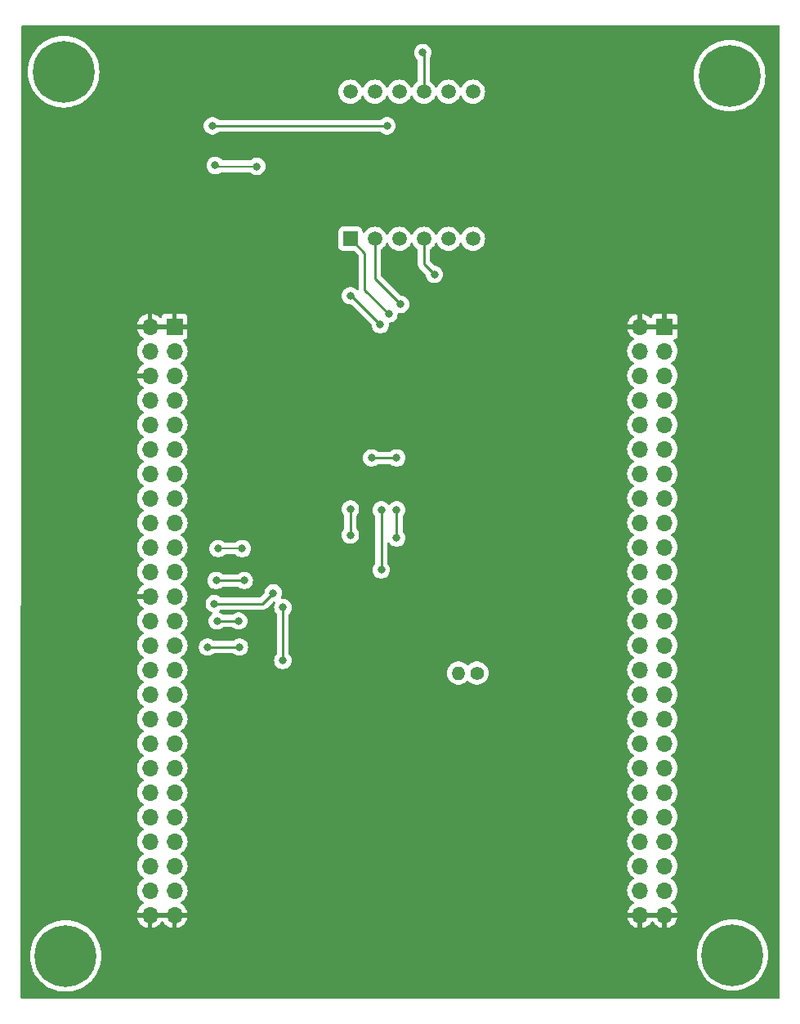
<source format=gbr>
%TF.GenerationSoftware,KiCad,Pcbnew,(7.0.0)*%
%TF.CreationDate,2023-06-01T01:21:08-06:00*%
%TF.ProjectId,FinalProject,46696e61-6c50-4726-9f6a-6563742e6b69,rev?*%
%TF.SameCoordinates,Original*%
%TF.FileFunction,Copper,L2,Bot*%
%TF.FilePolarity,Positive*%
%FSLAX46Y46*%
G04 Gerber Fmt 4.6, Leading zero omitted, Abs format (unit mm)*
G04 Created by KiCad (PCBNEW (7.0.0)) date 2023-06-01 01:21:08*
%MOMM*%
%LPD*%
G01*
G04 APERTURE LIST*
%TA.AperFunction,ComponentPad*%
%ADD10O,1.400000X1.400000*%
%TD*%
%TA.AperFunction,ComponentPad*%
%ADD11C,1.400000*%
%TD*%
%TA.AperFunction,ComponentPad*%
%ADD12R,1.700000X1.700000*%
%TD*%
%TA.AperFunction,ComponentPad*%
%ADD13O,1.700000X1.700000*%
%TD*%
%TA.AperFunction,ComponentPad*%
%ADD14C,6.400000*%
%TD*%
%TA.AperFunction,ComponentPad*%
%ADD15R,1.500000X1.500000*%
%TD*%
%TA.AperFunction,ComponentPad*%
%ADD16C,1.500000*%
%TD*%
%TA.AperFunction,ViaPad*%
%ADD17C,0.600000*%
%TD*%
%TA.AperFunction,ViaPad*%
%ADD18C,0.800000*%
%TD*%
%TA.AperFunction,Conductor*%
%ADD19C,0.254000*%
%TD*%
%TA.AperFunction,Conductor*%
%ADD20C,0.203200*%
%TD*%
G04 APERTURE END LIST*
D10*
%TO.P,R9,2*%
%TO.N,LightSensor*%
X153104999Y-87399999D03*
D11*
%TO.P,R9,1*%
%TO.N,+5V*%
X155005000Y-87400000D03*
%TD*%
D12*
%TO.P,J2,1,Pin_1*%
%TO.N,GND*%
X174467499Y-51499999D03*
D13*
%TO.P,J2,2,Pin_2*%
X171927499Y-51499999D03*
%TO.P,J2,3,Pin_3*%
%TO.N,+5V*%
X174467499Y-54039999D03*
%TO.P,J2,4,Pin_4*%
X171927499Y-54039999D03*
%TO.P,J2,5,Pin_5*%
%TO.N,+3V0*%
X174467499Y-56579999D03*
%TO.P,J2,6,Pin_6*%
X171927499Y-56579999D03*
%TO.P,J2,7,Pin_7*%
%TO.N,unconnected-(J2-Pin_7-Pad7)*%
X174467499Y-59119999D03*
%TO.P,J2,8,Pin_8*%
%TO.N,unconnected-(J2-Pin_8-Pad8)*%
X171927499Y-59119999D03*
%TO.P,J2,9,Pin_9*%
%TO.N,unconnected-(J2-Pin_9-Pad9)*%
X174467499Y-61659999D03*
%TO.P,J2,10,Pin_10*%
%TO.N,unconnected-(J2-Pin_10-Pad10)*%
X171927499Y-61659999D03*
%TO.P,J2,11,Pin_11*%
%TO.N,unconnected-(J2-Pin_11-Pad11)*%
X174467499Y-64199999D03*
%TO.P,J2,12,Pin_12*%
%TO.N,unconnected-(J2-Pin_12-Pad12)*%
X171927499Y-64199999D03*
%TO.P,J2,13,Pin_13*%
%TO.N,unconnected-(J2-Pin_13-Pad13)*%
X174467499Y-66739999D03*
%TO.P,J2,14,Pin_14*%
%TO.N,unconnected-(J2-Pin_14-Pad14)*%
X171927499Y-66739999D03*
%TO.P,J2,15,Pin_15*%
%TO.N,unconnected-(J2-Pin_15-Pad15)*%
X174467499Y-69279999D03*
%TO.P,J2,16,Pin_16*%
%TO.N,unconnected-(J2-Pin_16-Pad16)*%
X171927499Y-69279999D03*
%TO.P,J2,17,Pin_17*%
%TO.N,unconnected-(J2-Pin_17-Pad17)*%
X174467499Y-71819999D03*
%TO.P,J2,18,Pin_18*%
%TO.N,unconnected-(J2-Pin_18-Pad18)*%
X171927499Y-71819999D03*
%TO.P,J2,19,Pin_19*%
%TO.N,unconnected-(J2-Pin_19-Pad19)*%
X174467499Y-74359999D03*
%TO.P,J2,20,Pin_20*%
%TO.N,unconnected-(J2-Pin_20-Pad20)*%
X171927499Y-74359999D03*
%TO.P,J2,21,Pin_21*%
%TO.N,unconnected-(J2-Pin_21-Pad21)*%
X174467499Y-76899999D03*
%TO.P,J2,22,Pin_22*%
%TO.N,unconnected-(J2-Pin_22-Pad22)*%
X171927499Y-76899999D03*
%TO.P,J2,23,Pin_23*%
%TO.N,unconnected-(J2-Pin_23-Pad23)*%
X174467499Y-79439999D03*
%TO.P,J2,24,Pin_24*%
%TO.N,unconnected-(J2-Pin_24-Pad24)*%
X171927499Y-79439999D03*
%TO.P,J2,25,Pin_25*%
%TO.N,unconnected-(J2-Pin_25-Pad25)*%
X174467499Y-81979999D03*
%TO.P,J2,26,Pin_26*%
%TO.N,unconnected-(J2-Pin_26-Pad26)*%
X171927499Y-81979999D03*
%TO.P,J2,27,Pin_27*%
%TO.N,unconnected-(J2-Pin_27-Pad27)*%
X174467499Y-84519999D03*
%TO.P,J2,28,Pin_28*%
%TO.N,unconnected-(J2-Pin_28-Pad28)*%
X171927499Y-84519999D03*
%TO.P,J2,29,Pin_29*%
%TO.N,unconnected-(J2-Pin_29-Pad29)*%
X174467499Y-87059999D03*
%TO.P,J2,30,Pin_30*%
%TO.N,unconnected-(J2-Pin_30-Pad30)*%
X171927499Y-87059999D03*
%TO.P,J2,31,Pin_31*%
%TO.N,unconnected-(J2-Pin_31-Pad31)*%
X174467499Y-89599999D03*
%TO.P,J2,32,Pin_32*%
%TO.N,unconnected-(J2-Pin_32-Pad32)*%
X171927499Y-89599999D03*
%TO.P,J2,33,Pin_33*%
%TO.N,unconnected-(J2-Pin_33-Pad33)*%
X174467499Y-92139999D03*
%TO.P,J2,34,Pin_34*%
%TO.N,unconnected-(J2-Pin_34-Pad34)*%
X171927499Y-92139999D03*
%TO.P,J2,35,Pin_35*%
%TO.N,unconnected-(J2-Pin_35-Pad35)*%
X174467499Y-94679999D03*
%TO.P,J2,36,Pin_36*%
%TO.N,unconnected-(J2-Pin_36-Pad36)*%
X171927499Y-94679999D03*
%TO.P,J2,37,Pin_37*%
%TO.N,unconnected-(J2-Pin_37-Pad37)*%
X174467499Y-97219999D03*
%TO.P,J2,38,Pin_38*%
%TO.N,unconnected-(J2-Pin_38-Pad38)*%
X171927499Y-97219999D03*
%TO.P,J2,39,Pin_39*%
%TO.N,unconnected-(J2-Pin_39-Pad39)*%
X174467499Y-99759999D03*
%TO.P,J2,40,Pin_40*%
%TO.N,unconnected-(J2-Pin_40-Pad40)*%
X171927499Y-99759999D03*
%TO.P,J2,41,Pin_41*%
%TO.N,unconnected-(J2-Pin_41-Pad41)*%
X174467499Y-102299999D03*
%TO.P,J2,42,Pin_42*%
%TO.N,unconnected-(J2-Pin_42-Pad42)*%
X171927499Y-102299999D03*
%TO.P,J2,43,Pin_43*%
%TO.N,unconnected-(J2-Pin_43-Pad43)*%
X174467499Y-104839999D03*
%TO.P,J2,44,Pin_44*%
%TO.N,unconnected-(J2-Pin_44-Pad44)*%
X171927499Y-104839999D03*
%TO.P,J2,45,Pin_45*%
%TO.N,unconnected-(J2-Pin_45-Pad45)*%
X174467499Y-107379999D03*
%TO.P,J2,46,Pin_46*%
%TO.N,unconnected-(J2-Pin_46-Pad46)*%
X171927499Y-107379999D03*
%TO.P,J2,47,Pin_47*%
%TO.N,unconnected-(J2-Pin_47-Pad47)*%
X174467499Y-109919999D03*
%TO.P,J2,48,Pin_48*%
%TO.N,unconnected-(J2-Pin_48-Pad48)*%
X171927499Y-109919999D03*
%TO.P,J2,49,Pin_49*%
%TO.N,GND*%
X174467499Y-112459999D03*
%TO.P,J2,50,Pin_50*%
X171927499Y-112459999D03*
%TD*%
D14*
%TO.P,H3,1*%
%TO.N,N/C*%
X181200000Y-25500000D03*
%TD*%
%TO.P,H4,1*%
%TO.N,N/C*%
X181500000Y-116600000D03*
%TD*%
%TO.P,H2,1*%
%TO.N,N/C*%
X112200000Y-25100000D03*
%TD*%
D15*
%TO.P,U1,1,e*%
%TO.N,Net-(U1-e)*%
X141899999Y-42399999D03*
D16*
%TO.P,U1,2,d*%
%TO.N,Net-(U1-d)*%
X144440000Y-42400000D03*
%TO.P,U1,3,DPX*%
%TO.N,Net-(U1-DPX)*%
X146980000Y-42400000D03*
%TO.P,U1,4,c*%
%TO.N,Net-(U1-c)*%
X149520000Y-42400000D03*
%TO.P,U1,5,g*%
%TO.N,Net-(U1-g)*%
X152060000Y-42400000D03*
%TO.P,U1,6,CA4*%
%TO.N,Dig4*%
X154600000Y-42400000D03*
%TO.P,U1,7,b*%
%TO.N,Net-(U1-b)*%
X154600000Y-27160000D03*
%TO.P,U1,8,CA3*%
%TO.N,Dig3*%
X152060000Y-27160000D03*
%TO.P,U1,9,CA2*%
%TO.N,Dig2*%
X149520000Y-27160000D03*
%TO.P,U1,10,f*%
%TO.N,Net-(U1-f)*%
X146980000Y-27160000D03*
%TO.P,U1,11,a*%
%TO.N,Net-(U1-a)*%
X144440000Y-27160000D03*
%TO.P,U1,12,CA1*%
%TO.N,Dig1*%
X141900000Y-27160000D03*
%TD*%
D12*
%TO.P,J1,1,Pin_1*%
%TO.N,GND*%
X123677499Y-51499999D03*
D13*
%TO.P,J1,2,Pin_2*%
X121137499Y-51499999D03*
%TO.P,J1,3,Pin_3*%
%TO.N,unconnected-(J1-Pin_3-Pad3)*%
X123677499Y-54039999D03*
%TO.P,J1,4,Pin_4*%
%TO.N,unconnected-(J1-Pin_4-Pad4)*%
X121137499Y-54039999D03*
%TO.P,J1,5,Pin_5*%
%TO.N,unconnected-(J1-Pin_5-Pad5)*%
X123677499Y-56579999D03*
%TO.P,J1,6,Pin_6*%
%TO.N,GND*%
X121137499Y-56579999D03*
%TO.P,J1,7,Pin_7*%
%TO.N,unconnected-(J1-Pin_7-Pad7)*%
X123677499Y-59119999D03*
%TO.P,J1,8,Pin_8*%
%TO.N,unconnected-(J1-Pin_8-Pad8)*%
X121137499Y-59119999D03*
%TO.P,J1,9,Pin_9*%
%TO.N,unconnected-(J1-Pin_9-Pad9)*%
X123677499Y-61659999D03*
%TO.P,J1,10,Pin_10*%
%TO.N,unconnected-(J1-Pin_10-Pad10)*%
X121137499Y-61659999D03*
%TO.P,J1,11,Pin_11*%
%TO.N,unconnected-(J1-Pin_11-Pad11)*%
X123677499Y-64199999D03*
%TO.P,J1,12,Pin_12*%
%TO.N,unconnected-(J1-Pin_12-Pad12)*%
X121137499Y-64199999D03*
%TO.P,J1,13,Pin_13*%
%TO.N,unconnected-(J1-Pin_13-Pad13)*%
X123677499Y-66739999D03*
%TO.P,J1,14,Pin_14*%
%TO.N,unconnected-(J1-Pin_14-Pad14)*%
X121137499Y-66739999D03*
%TO.P,J1,15,Pin_15*%
%TO.N,unconnected-(J1-Pin_15-Pad15)*%
X123677499Y-69279999D03*
%TO.P,J1,16,Pin_16*%
%TO.N,unconnected-(J1-Pin_16-Pad16)*%
X121137499Y-69279999D03*
%TO.P,J1,17,Pin_17*%
%TO.N,unconnected-(J1-Pin_17-Pad17)*%
X123677499Y-71819999D03*
%TO.P,J1,18,Pin_18*%
%TO.N,unconnected-(J1-Pin_18-Pad18)*%
X121137499Y-71819999D03*
%TO.P,J1,19,Pin_19*%
%TO.N,LightSensor*%
X123677499Y-74359999D03*
%TO.P,J1,20,Pin_20*%
%TO.N,LED*%
X121137499Y-74359999D03*
%TO.P,J1,21,Pin_21*%
%TO.N,unconnected-(J1-Pin_21-Pad21)*%
X123677499Y-76899999D03*
%TO.P,J1,22,Pin_22*%
%TO.N,unconnected-(J1-Pin_22-Pad22)*%
X121137499Y-76899999D03*
%TO.P,J1,23,Pin_23*%
%TO.N,unconnected-(J1-Pin_23-Pad23)*%
X123677499Y-79439999D03*
%TO.P,J1,24,Pin_24*%
%TO.N,GND*%
X121137499Y-79439999D03*
%TO.P,J1,25,Pin_25*%
%TO.N,DS*%
X123677499Y-81979999D03*
%TO.P,J1,26,Pin_26*%
%TO.N,ST_CP*%
X121137499Y-81979999D03*
%TO.P,J1,27,Pin_27*%
%TO.N,unconnected-(J1-Pin_27-Pad27)*%
X123677499Y-84519999D03*
%TO.P,J1,28,Pin_28*%
%TO.N,SH_CP*%
X121137499Y-84519999D03*
%TO.P,J1,29,Pin_29*%
%TO.N,Dig1*%
X123677499Y-87059999D03*
%TO.P,J1,30,Pin_30*%
%TO.N,unconnected-(J1-Pin_30-Pad30)*%
X121137499Y-87059999D03*
%TO.P,J1,31,Pin_31*%
%TO.N,Dig3*%
X123677499Y-89599999D03*
%TO.P,J1,32,Pin_32*%
%TO.N,Dig2*%
X121137499Y-89599999D03*
%TO.P,J1,33,Pin_33*%
%TO.N,unconnected-(J1-Pin_33-Pad33)*%
X123677499Y-92139999D03*
%TO.P,J1,34,Pin_34*%
%TO.N,Dig4*%
X121137499Y-92139999D03*
%TO.P,J1,35,Pin_35*%
%TO.N,unconnected-(J1-Pin_35-Pad35)*%
X123677499Y-94679999D03*
%TO.P,J1,36,Pin_36*%
%TO.N,unconnected-(J1-Pin_36-Pad36)*%
X121137499Y-94679999D03*
%TO.P,J1,37,Pin_37*%
%TO.N,unconnected-(J1-Pin_37-Pad37)*%
X123677499Y-97219999D03*
%TO.P,J1,38,Pin_38*%
%TO.N,unconnected-(J1-Pin_38-Pad38)*%
X121137499Y-97219999D03*
%TO.P,J1,39,Pin_39*%
%TO.N,unconnected-(J1-Pin_39-Pad39)*%
X123677499Y-99759999D03*
%TO.P,J1,40,Pin_40*%
%TO.N,unconnected-(J1-Pin_40-Pad40)*%
X121137499Y-99759999D03*
%TO.P,J1,41,Pin_41*%
%TO.N,unconnected-(J1-Pin_41-Pad41)*%
X123677499Y-102299999D03*
%TO.P,J1,42,Pin_42*%
%TO.N,unconnected-(J1-Pin_42-Pad42)*%
X121137499Y-102299999D03*
%TO.P,J1,43,Pin_43*%
%TO.N,unconnected-(J1-Pin_43-Pad43)*%
X123677499Y-104839999D03*
%TO.P,J1,44,Pin_44*%
%TO.N,unconnected-(J1-Pin_44-Pad44)*%
X121137499Y-104839999D03*
%TO.P,J1,45,Pin_45*%
%TO.N,unconnected-(J1-Pin_45-Pad45)*%
X123677499Y-107379999D03*
%TO.P,J1,46,Pin_46*%
%TO.N,unconnected-(J1-Pin_46-Pad46)*%
X121137499Y-107379999D03*
%TO.P,J1,47,Pin_47*%
%TO.N,unconnected-(J1-Pin_47-Pad47)*%
X123677499Y-109919999D03*
%TO.P,J1,48,Pin_48*%
%TO.N,unconnected-(J1-Pin_48-Pad48)*%
X121137499Y-109919999D03*
%TO.P,J1,49,Pin_49*%
%TO.N,GND*%
X123677499Y-112459999D03*
%TO.P,J1,50,Pin_50*%
X121137499Y-112459999D03*
%TD*%
D14*
%TO.P,H1,1*%
%TO.N,N/C*%
X112400000Y-116700000D03*
%TD*%
D17*
%TO.N,GND*%
X152700000Y-68600000D03*
D18*
%TO.N,Dig4*%
X145700000Y-30700000D03*
X127600000Y-30700000D03*
%TO.N,Dig1*%
X127900000Y-34800000D03*
X132200000Y-34900000D03*
%TO.N,DS*%
X133900000Y-79100000D03*
X127800000Y-80200000D03*
X141900000Y-73100000D03*
X141900000Y-70400000D03*
X144100000Y-65100000D03*
X146700000Y-65100000D03*
D17*
%TO.N,GND*%
X147400000Y-68800000D03*
D18*
%TO.N,LightSensor*%
X128000000Y-77800000D03*
X130900000Y-77800000D03*
X134900000Y-80600000D03*
X134900000Y-86100000D03*
D17*
%TO.N,GND*%
X141800000Y-98100000D03*
D18*
%TO.N,SH_CP*%
X145100000Y-76700000D03*
X130400000Y-84700000D03*
X127100000Y-84700000D03*
X145100000Y-70500000D03*
%TO.N,ST_CP*%
X128100000Y-82000000D03*
X130326500Y-82000000D03*
X146700000Y-73400000D03*
X146700000Y-70500000D03*
D17*
%TO.N,GND*%
X139300000Y-73100000D03*
D18*
%TO.N,LED*%
X130700000Y-74500000D03*
X128200000Y-74500000D03*
D17*
%TO.N,GND*%
X143800000Y-61600000D03*
D18*
%TO.N,Dig2*%
X149400000Y-23100000D03*
%TO.N,Net-(U1-c)*%
X150600000Y-46100000D03*
%TO.N,Net-(U1-d)*%
X147100000Y-49200000D03*
%TO.N,Net-(U1-e)*%
X145900000Y-50200000D03*
%TO.N,Net-(U1-f)*%
X141900000Y-48300000D03*
X145000000Y-51300000D03*
%TD*%
D19*
%TO.N,Dig4*%
X127600000Y-30700000D02*
X145700000Y-30700000D01*
D20*
%TO.N,Dig1*%
X128000000Y-34900000D02*
X127900000Y-34800000D01*
X132200000Y-34900000D02*
X128000000Y-34900000D01*
D19*
%TO.N,LightSensor*%
X134900000Y-83300000D02*
X134900000Y-86100000D01*
X134900000Y-80600000D02*
X134900000Y-83300000D01*
%TO.N,DS*%
X132800000Y-80200000D02*
X127800000Y-80200000D01*
X133900000Y-79100000D02*
X132800000Y-80200000D01*
X141900000Y-70400000D02*
X141900000Y-73100000D01*
X146700000Y-65100000D02*
X144100000Y-65100000D01*
%TO.N,LightSensor*%
X130900000Y-77800000D02*
X128000000Y-77800000D01*
%TO.N,SH_CP*%
X145100000Y-70500000D02*
X145100000Y-76700000D01*
X127100000Y-84700000D02*
X130400000Y-84700000D01*
%TO.N,ST_CP*%
X130326500Y-82000000D02*
X128100000Y-82000000D01*
X146700000Y-70500000D02*
X146700000Y-73400000D01*
D20*
%TO.N,LED*%
X128200000Y-74500000D02*
X130700000Y-74500000D01*
D19*
%TO.N,Dig2*%
X149400000Y-23100000D02*
X149520000Y-23220000D01*
X149520000Y-23220000D02*
X149520000Y-27160000D01*
%TO.N,Net-(U1-c)*%
X150600000Y-46100000D02*
X149520000Y-45020000D01*
X149520000Y-45020000D02*
X149520000Y-42400000D01*
%TO.N,Net-(U1-d)*%
X144440000Y-46540000D02*
X144440000Y-42400000D01*
X147100000Y-49200000D02*
X144440000Y-46540000D01*
%TO.N,Net-(U1-e)*%
X143400000Y-47700000D02*
X145900000Y-50200000D01*
X141900000Y-42400000D02*
X143400000Y-43900000D01*
X143400000Y-43900000D02*
X143400000Y-47700000D01*
%TO.N,Net-(U1-f)*%
X142000000Y-48300000D02*
X141900000Y-48300000D01*
X145000000Y-51300000D02*
X142000000Y-48300000D01*
%TD*%
%TA.AperFunction,Conductor*%
%TO.N,GND*%
G36*
X186337500Y-20317113D02*
G01*
X186382887Y-20362500D01*
X186399500Y-20424500D01*
X186399500Y-120975500D01*
X186382887Y-121037500D01*
X186337500Y-121082887D01*
X186275500Y-121099500D01*
X107824500Y-121099500D01*
X107762500Y-121082887D01*
X107717113Y-121037500D01*
X107700500Y-120975500D01*
X107700500Y-120596000D01*
X107704365Y-116700000D01*
X108694422Y-116700000D01*
X108714722Y-117087338D01*
X108715227Y-117090531D01*
X108715229Y-117090543D01*
X108774889Y-117467224D01*
X108774891Y-117467237D01*
X108775398Y-117470433D01*
X108875786Y-117845087D01*
X108876943Y-117848102D01*
X108876946Y-117848110D01*
X109013622Y-118204162D01*
X109014786Y-118207194D01*
X109016255Y-118210077D01*
X109016259Y-118210086D01*
X109141312Y-118455516D01*
X109190875Y-118552789D01*
X109402124Y-118878084D01*
X109646219Y-119179516D01*
X109920484Y-119453781D01*
X110221916Y-119697876D01*
X110547211Y-119909125D01*
X110892806Y-120085214D01*
X111254913Y-120224214D01*
X111629567Y-120324602D01*
X112012662Y-120385278D01*
X112400000Y-120405578D01*
X112787338Y-120385278D01*
X113170433Y-120324602D01*
X113545087Y-120224214D01*
X113907194Y-120085214D01*
X114252789Y-119909125D01*
X114578084Y-119697876D01*
X114879516Y-119453781D01*
X115153781Y-119179516D01*
X115397876Y-118878084D01*
X115609125Y-118552789D01*
X115785214Y-118207194D01*
X115924214Y-117845087D01*
X116024602Y-117470433D01*
X116085278Y-117087338D01*
X116105578Y-116700000D01*
X116100337Y-116600000D01*
X177794422Y-116600000D01*
X177814722Y-116987338D01*
X177815227Y-116990531D01*
X177815229Y-116990543D01*
X177874889Y-117367224D01*
X177874891Y-117367237D01*
X177875398Y-117370433D01*
X177876235Y-117373557D01*
X177876237Y-117373566D01*
X177903032Y-117473566D01*
X177975786Y-117745087D01*
X178114786Y-118107194D01*
X178116255Y-118110077D01*
X178116259Y-118110086D01*
X178289400Y-118449895D01*
X178290875Y-118452789D01*
X178502124Y-118778084D01*
X178746219Y-119079516D01*
X179020484Y-119353781D01*
X179321916Y-119597876D01*
X179647211Y-119809125D01*
X179992806Y-119985214D01*
X180354913Y-120124214D01*
X180729567Y-120224602D01*
X181112662Y-120285278D01*
X181500000Y-120305578D01*
X181887338Y-120285278D01*
X182270433Y-120224602D01*
X182645087Y-120124214D01*
X183007194Y-119985214D01*
X183352789Y-119809125D01*
X183678084Y-119597876D01*
X183979516Y-119353781D01*
X184253781Y-119079516D01*
X184497876Y-118778084D01*
X184709125Y-118452789D01*
X184885214Y-118107194D01*
X185024214Y-117745087D01*
X185124602Y-117370433D01*
X185185278Y-116987338D01*
X185205578Y-116600000D01*
X185185278Y-116212662D01*
X185124602Y-115829567D01*
X185024214Y-115454913D01*
X184885214Y-115092806D01*
X184709125Y-114747211D01*
X184497876Y-114421916D01*
X184253781Y-114120484D01*
X183979516Y-113846219D01*
X183893258Y-113776369D01*
X183804099Y-113704169D01*
X183678084Y-113602124D01*
X183352789Y-113390875D01*
X183349901Y-113389403D01*
X183349895Y-113389400D01*
X183010086Y-113216259D01*
X183010077Y-113216255D01*
X183007194Y-113214786D01*
X182905596Y-113175786D01*
X182648110Y-113076946D01*
X182648102Y-113076943D01*
X182645087Y-113075786D01*
X182641962Y-113074948D01*
X182641957Y-113074947D01*
X182273566Y-112976237D01*
X182273557Y-112976235D01*
X182270433Y-112975398D01*
X182267237Y-112974891D01*
X182267224Y-112974889D01*
X181890543Y-112915229D01*
X181890531Y-112915227D01*
X181887338Y-112914722D01*
X181884103Y-112914552D01*
X181884099Y-112914552D01*
X181503244Y-112894592D01*
X181500000Y-112894422D01*
X181496756Y-112894592D01*
X181115900Y-112914552D01*
X181115894Y-112914552D01*
X181112662Y-112914722D01*
X181109470Y-112915227D01*
X181109456Y-112915229D01*
X180732775Y-112974889D01*
X180732758Y-112974892D01*
X180729567Y-112975398D01*
X180726446Y-112976234D01*
X180726433Y-112976237D01*
X180358042Y-113074947D01*
X180358031Y-113074950D01*
X180354913Y-113075786D01*
X180351902Y-113076941D01*
X180351889Y-113076946D01*
X179995837Y-113213622D01*
X179995828Y-113213625D01*
X179992806Y-113214786D01*
X179989929Y-113216251D01*
X179989913Y-113216259D01*
X179650104Y-113389400D01*
X179650090Y-113389408D01*
X179647211Y-113390875D01*
X179644491Y-113392641D01*
X179644483Y-113392646D01*
X179324644Y-113600352D01*
X179324638Y-113600355D01*
X179321916Y-113602124D01*
X179319396Y-113604164D01*
X179319390Y-113604169D01*
X179023002Y-113844179D01*
X179022991Y-113844188D01*
X179020484Y-113846219D01*
X179018199Y-113848503D01*
X179018189Y-113848513D01*
X178748513Y-114118189D01*
X178748503Y-114118199D01*
X178746219Y-114120484D01*
X178744188Y-114122991D01*
X178744179Y-114123002D01*
X178504169Y-114419390D01*
X178504164Y-114419396D01*
X178502124Y-114421916D01*
X178500355Y-114424638D01*
X178500352Y-114424644D01*
X178292646Y-114744483D01*
X178292641Y-114744491D01*
X178290875Y-114747211D01*
X178289408Y-114750090D01*
X178289400Y-114750104D01*
X178116259Y-115089913D01*
X178116251Y-115089929D01*
X178114786Y-115092806D01*
X178113625Y-115095828D01*
X178113622Y-115095837D01*
X177976946Y-115451889D01*
X177976941Y-115451902D01*
X177975786Y-115454913D01*
X177974950Y-115458031D01*
X177974947Y-115458042D01*
X177876237Y-115826433D01*
X177876234Y-115826446D01*
X177875398Y-115829567D01*
X177874892Y-115832758D01*
X177874889Y-115832775D01*
X177815229Y-116209456D01*
X177815227Y-116209470D01*
X177814722Y-116212662D01*
X177794422Y-116600000D01*
X116100337Y-116600000D01*
X116085278Y-116312662D01*
X116024602Y-115929567D01*
X115924214Y-115554913D01*
X115785214Y-115192806D01*
X115609125Y-114847211D01*
X115397876Y-114521916D01*
X115153781Y-114220484D01*
X114879516Y-113946219D01*
X114578084Y-113702124D01*
X114252789Y-113490875D01*
X114249901Y-113489403D01*
X114249895Y-113489400D01*
X113910086Y-113316259D01*
X113910077Y-113316255D01*
X113907194Y-113314786D01*
X113904162Y-113313622D01*
X113548110Y-113176946D01*
X113548102Y-113176943D01*
X113545087Y-113175786D01*
X113541962Y-113174948D01*
X113541957Y-113174947D01*
X113173566Y-113076237D01*
X113173557Y-113076235D01*
X113170433Y-113075398D01*
X113167237Y-113074891D01*
X113167224Y-113074889D01*
X112790543Y-113015229D01*
X112790531Y-113015227D01*
X112787338Y-113014722D01*
X112784103Y-113014552D01*
X112784099Y-113014552D01*
X112403244Y-112994592D01*
X112400000Y-112994422D01*
X112396756Y-112994592D01*
X112015900Y-113014552D01*
X112015894Y-113014552D01*
X112012662Y-113014722D01*
X112009470Y-113015227D01*
X112009456Y-113015229D01*
X111632775Y-113074889D01*
X111632758Y-113074892D01*
X111629567Y-113075398D01*
X111626446Y-113076234D01*
X111626433Y-113076237D01*
X111258042Y-113174947D01*
X111258031Y-113174950D01*
X111254913Y-113175786D01*
X111251902Y-113176941D01*
X111251889Y-113176946D01*
X110895837Y-113313622D01*
X110895828Y-113313625D01*
X110892806Y-113314786D01*
X110889929Y-113316251D01*
X110889913Y-113316259D01*
X110550104Y-113489400D01*
X110550090Y-113489408D01*
X110547211Y-113490875D01*
X110544491Y-113492641D01*
X110544483Y-113492646D01*
X110224644Y-113700352D01*
X110224638Y-113700355D01*
X110221916Y-113702124D01*
X110219396Y-113704164D01*
X110219390Y-113704169D01*
X109923002Y-113944179D01*
X109922991Y-113944188D01*
X109920484Y-113946219D01*
X109918199Y-113948503D01*
X109918189Y-113948513D01*
X109648513Y-114218189D01*
X109648503Y-114218199D01*
X109646219Y-114220484D01*
X109644188Y-114222991D01*
X109644179Y-114223002D01*
X109404169Y-114519390D01*
X109404164Y-114519396D01*
X109402124Y-114521916D01*
X109400355Y-114524638D01*
X109400352Y-114524644D01*
X109192646Y-114844483D01*
X109192641Y-114844491D01*
X109190875Y-114847211D01*
X109189408Y-114850090D01*
X109189400Y-114850104D01*
X109016259Y-115189913D01*
X109016251Y-115189929D01*
X109014786Y-115192806D01*
X109013625Y-115195828D01*
X109013622Y-115195837D01*
X108876946Y-115551889D01*
X108876941Y-115551902D01*
X108875786Y-115554913D01*
X108874950Y-115558031D01*
X108874947Y-115558042D01*
X108776237Y-115926433D01*
X108776234Y-115926446D01*
X108775398Y-115929567D01*
X108774892Y-115932758D01*
X108774889Y-115932775D01*
X108715229Y-116309456D01*
X108715227Y-116309470D01*
X108714722Y-116312662D01*
X108694422Y-116700000D01*
X107704365Y-116700000D01*
X107708321Y-112712551D01*
X119810188Y-112712551D01*
X119810556Y-112723780D01*
X119862668Y-112918263D01*
X119866356Y-112928397D01*
X119961613Y-113132676D01*
X119967001Y-113142008D01*
X120096284Y-113326643D01*
X120103221Y-113334909D01*
X120262590Y-113494278D01*
X120270856Y-113501215D01*
X120455491Y-113630498D01*
X120464823Y-113635886D01*
X120669102Y-113731143D01*
X120679236Y-113734831D01*
X120873719Y-113786943D01*
X120884948Y-113787311D01*
X120887500Y-113776369D01*
X121387500Y-113776369D01*
X121390051Y-113787311D01*
X121401280Y-113786943D01*
X121595763Y-113734831D01*
X121605897Y-113731143D01*
X121810176Y-113635886D01*
X121819508Y-113630498D01*
X122004143Y-113501215D01*
X122012409Y-113494278D01*
X122171778Y-113334909D01*
X122178715Y-113326643D01*
X122305925Y-113144969D01*
X122350243Y-113106104D01*
X122407500Y-113092093D01*
X122464757Y-113106104D01*
X122509075Y-113144969D01*
X122636284Y-113326643D01*
X122643221Y-113334909D01*
X122802590Y-113494278D01*
X122810856Y-113501215D01*
X122995491Y-113630498D01*
X123004823Y-113635886D01*
X123209102Y-113731143D01*
X123219236Y-113734831D01*
X123413719Y-113786943D01*
X123424948Y-113787311D01*
X123427500Y-113776369D01*
X123927500Y-113776369D01*
X123930051Y-113787311D01*
X123941280Y-113786943D01*
X124135763Y-113734831D01*
X124145897Y-113731143D01*
X124350176Y-113635886D01*
X124359508Y-113630498D01*
X124544143Y-113501215D01*
X124552409Y-113494278D01*
X124711778Y-113334909D01*
X124718715Y-113326643D01*
X124847998Y-113142008D01*
X124853386Y-113132676D01*
X124948643Y-112928397D01*
X124952331Y-112918263D01*
X125004443Y-112723780D01*
X125004811Y-112712551D01*
X170600188Y-112712551D01*
X170600556Y-112723780D01*
X170652668Y-112918263D01*
X170656356Y-112928397D01*
X170751613Y-113132676D01*
X170757001Y-113142008D01*
X170886284Y-113326643D01*
X170893221Y-113334909D01*
X171052590Y-113494278D01*
X171060856Y-113501215D01*
X171245491Y-113630498D01*
X171254823Y-113635886D01*
X171459102Y-113731143D01*
X171469236Y-113734831D01*
X171663719Y-113786943D01*
X171674948Y-113787311D01*
X171677500Y-113776369D01*
X172177500Y-113776369D01*
X172180051Y-113787311D01*
X172191280Y-113786943D01*
X172385763Y-113734831D01*
X172395897Y-113731143D01*
X172600176Y-113635886D01*
X172609508Y-113630498D01*
X172794143Y-113501215D01*
X172802409Y-113494278D01*
X172961778Y-113334909D01*
X172968715Y-113326643D01*
X173095925Y-113144969D01*
X173140243Y-113106104D01*
X173197500Y-113092093D01*
X173254757Y-113106104D01*
X173299075Y-113144969D01*
X173426284Y-113326643D01*
X173433221Y-113334909D01*
X173592590Y-113494278D01*
X173600856Y-113501215D01*
X173785491Y-113630498D01*
X173794823Y-113635886D01*
X173999102Y-113731143D01*
X174009236Y-113734831D01*
X174203719Y-113786943D01*
X174214948Y-113787311D01*
X174217500Y-113776369D01*
X174717500Y-113776369D01*
X174720051Y-113787311D01*
X174731280Y-113786943D01*
X174925763Y-113734831D01*
X174935897Y-113731143D01*
X175140176Y-113635886D01*
X175149508Y-113630498D01*
X175334143Y-113501215D01*
X175342409Y-113494278D01*
X175501778Y-113334909D01*
X175508715Y-113326643D01*
X175637998Y-113142008D01*
X175643386Y-113132676D01*
X175738643Y-112928397D01*
X175742331Y-112918263D01*
X175794443Y-112723780D01*
X175794811Y-112712551D01*
X175783869Y-112710000D01*
X174733826Y-112710000D01*
X174720950Y-112713450D01*
X174717500Y-112726326D01*
X174717500Y-113776369D01*
X174217500Y-113776369D01*
X174217500Y-112726326D01*
X174214049Y-112713450D01*
X174201174Y-112710000D01*
X172193826Y-112710000D01*
X172180950Y-112713450D01*
X172177500Y-112726326D01*
X172177500Y-113776369D01*
X171677500Y-113776369D01*
X171677500Y-112726326D01*
X171674049Y-112713450D01*
X171661174Y-112710000D01*
X170611131Y-112710000D01*
X170600188Y-112712551D01*
X125004811Y-112712551D01*
X124993869Y-112710000D01*
X123943826Y-112710000D01*
X123930950Y-112713450D01*
X123927500Y-112726326D01*
X123927500Y-113776369D01*
X123427500Y-113776369D01*
X123427500Y-112726326D01*
X123424049Y-112713450D01*
X123411174Y-112710000D01*
X121403826Y-112710000D01*
X121390950Y-112713450D01*
X121387500Y-112726326D01*
X121387500Y-113776369D01*
X120887500Y-113776369D01*
X120887500Y-112726326D01*
X120884049Y-112713450D01*
X120871174Y-112710000D01*
X119821131Y-112710000D01*
X119810188Y-112712551D01*
X107708321Y-112712551D01*
X107711091Y-109920000D01*
X119781841Y-109920000D01*
X119802437Y-110155408D01*
X119803836Y-110160630D01*
X119803837Y-110160634D01*
X119862194Y-110378430D01*
X119862197Y-110378438D01*
X119863597Y-110383663D01*
X119865885Y-110388570D01*
X119865886Y-110388572D01*
X119961178Y-110592927D01*
X119961181Y-110592933D01*
X119963465Y-110597830D01*
X119966564Y-110602257D01*
X119966566Y-110602259D01*
X120095899Y-110786966D01*
X120095902Y-110786970D01*
X120099005Y-110791401D01*
X120266099Y-110958495D01*
X120270531Y-110961598D01*
X120270533Y-110961600D01*
X120452095Y-111088731D01*
X120490960Y-111133049D01*
X120504971Y-111190306D01*
X120490960Y-111247563D01*
X120452095Y-111291881D01*
X120270852Y-111418788D01*
X120262592Y-111425719D01*
X120103219Y-111585092D01*
X120096284Y-111593357D01*
X119967008Y-111777982D01*
X119961610Y-111787332D01*
X119866356Y-111991602D01*
X119862668Y-112001736D01*
X119810556Y-112196219D01*
X119810188Y-112207448D01*
X119821131Y-112210000D01*
X124993869Y-112210000D01*
X125004811Y-112207448D01*
X125004443Y-112196219D01*
X124952331Y-112001736D01*
X124948643Y-111991602D01*
X124853389Y-111787332D01*
X124847991Y-111777982D01*
X124718715Y-111593357D01*
X124711780Y-111585092D01*
X124552409Y-111425721D01*
X124544143Y-111418784D01*
X124362905Y-111291880D01*
X124324040Y-111247562D01*
X124310029Y-111190305D01*
X124324040Y-111133048D01*
X124362906Y-111088730D01*
X124544461Y-110961604D01*
X124544461Y-110961603D01*
X124548901Y-110958495D01*
X124715995Y-110791401D01*
X124851535Y-110597830D01*
X124951403Y-110383663D01*
X125012563Y-110155408D01*
X125033159Y-109920000D01*
X170571841Y-109920000D01*
X170592437Y-110155408D01*
X170593836Y-110160630D01*
X170593837Y-110160634D01*
X170652194Y-110378430D01*
X170652197Y-110378438D01*
X170653597Y-110383663D01*
X170655885Y-110388570D01*
X170655886Y-110388572D01*
X170751178Y-110592927D01*
X170751181Y-110592933D01*
X170753465Y-110597830D01*
X170756564Y-110602257D01*
X170756566Y-110602259D01*
X170885899Y-110786966D01*
X170885902Y-110786970D01*
X170889005Y-110791401D01*
X171056099Y-110958495D01*
X171060531Y-110961598D01*
X171060533Y-110961600D01*
X171242095Y-111088731D01*
X171280960Y-111133049D01*
X171294971Y-111190306D01*
X171280960Y-111247563D01*
X171242095Y-111291881D01*
X171060852Y-111418788D01*
X171052592Y-111425719D01*
X170893219Y-111585092D01*
X170886284Y-111593357D01*
X170757008Y-111777982D01*
X170751610Y-111787332D01*
X170656356Y-111991602D01*
X170652668Y-112001736D01*
X170600556Y-112196219D01*
X170600188Y-112207448D01*
X170611131Y-112210000D01*
X175783869Y-112210000D01*
X175794811Y-112207448D01*
X175794443Y-112196219D01*
X175742331Y-112001736D01*
X175738643Y-111991602D01*
X175643389Y-111787332D01*
X175637991Y-111777982D01*
X175508715Y-111593357D01*
X175501780Y-111585092D01*
X175342409Y-111425721D01*
X175334143Y-111418784D01*
X175152905Y-111291880D01*
X175114040Y-111247562D01*
X175100029Y-111190305D01*
X175114040Y-111133048D01*
X175152906Y-111088730D01*
X175334461Y-110961604D01*
X175334461Y-110961603D01*
X175338901Y-110958495D01*
X175505995Y-110791401D01*
X175641535Y-110597830D01*
X175741403Y-110383663D01*
X175802563Y-110155408D01*
X175823159Y-109920000D01*
X175802563Y-109684592D01*
X175741403Y-109456337D01*
X175641535Y-109242171D01*
X175505995Y-109048599D01*
X175338901Y-108881505D01*
X175334468Y-108878401D01*
X175334461Y-108878395D01*
X175153342Y-108751575D01*
X175114476Y-108707257D01*
X175100465Y-108650000D01*
X175114476Y-108592743D01*
X175153342Y-108548425D01*
X175334461Y-108421604D01*
X175334461Y-108421603D01*
X175338901Y-108418495D01*
X175505995Y-108251401D01*
X175641535Y-108057830D01*
X175741403Y-107843663D01*
X175802563Y-107615408D01*
X175823159Y-107380000D01*
X175802563Y-107144592D01*
X175741403Y-106916337D01*
X175641535Y-106702171D01*
X175505995Y-106508599D01*
X175338901Y-106341505D01*
X175334470Y-106338402D01*
X175334466Y-106338399D01*
X175153341Y-106211574D01*
X175114476Y-106167256D01*
X175100465Y-106109999D01*
X175114476Y-106052742D01*
X175153339Y-106008426D01*
X175338901Y-105878495D01*
X175505995Y-105711401D01*
X175641535Y-105517830D01*
X175741403Y-105303663D01*
X175802563Y-105075408D01*
X175823159Y-104840000D01*
X175802563Y-104604592D01*
X175741403Y-104376337D01*
X175641535Y-104162171D01*
X175505995Y-103968599D01*
X175338901Y-103801505D01*
X175334468Y-103798401D01*
X175334461Y-103798395D01*
X175153342Y-103671575D01*
X175114476Y-103627257D01*
X175100465Y-103570000D01*
X175114476Y-103512743D01*
X175153342Y-103468425D01*
X175334461Y-103341604D01*
X175334461Y-103341603D01*
X175338901Y-103338495D01*
X175505995Y-103171401D01*
X175641535Y-102977830D01*
X175741403Y-102763663D01*
X175802563Y-102535408D01*
X175823159Y-102300000D01*
X175802563Y-102064592D01*
X175741403Y-101836337D01*
X175641535Y-101622171D01*
X175505995Y-101428599D01*
X175338901Y-101261505D01*
X175334468Y-101258401D01*
X175334461Y-101258395D01*
X175153342Y-101131575D01*
X175114476Y-101087257D01*
X175100465Y-101030000D01*
X175114476Y-100972743D01*
X175153342Y-100928425D01*
X175334461Y-100801604D01*
X175334461Y-100801603D01*
X175338901Y-100798495D01*
X175505995Y-100631401D01*
X175641535Y-100437830D01*
X175741403Y-100223663D01*
X175802563Y-99995408D01*
X175823159Y-99760000D01*
X175802563Y-99524592D01*
X175741403Y-99296337D01*
X175641535Y-99082171D01*
X175505995Y-98888599D01*
X175338901Y-98721505D01*
X175334470Y-98718402D01*
X175334466Y-98718399D01*
X175153341Y-98591574D01*
X175114476Y-98547256D01*
X175100465Y-98489999D01*
X175114476Y-98432742D01*
X175153339Y-98388426D01*
X175338901Y-98258495D01*
X175505995Y-98091401D01*
X175641535Y-97897830D01*
X175741403Y-97683663D01*
X175802563Y-97455408D01*
X175823159Y-97220000D01*
X175802563Y-96984592D01*
X175741403Y-96756337D01*
X175641535Y-96542171D01*
X175505995Y-96348599D01*
X175338901Y-96181505D01*
X175334468Y-96178401D01*
X175334461Y-96178395D01*
X175153342Y-96051575D01*
X175114476Y-96007257D01*
X175100465Y-95950000D01*
X175114476Y-95892743D01*
X175153342Y-95848425D01*
X175334461Y-95721604D01*
X175334461Y-95721603D01*
X175338901Y-95718495D01*
X175505995Y-95551401D01*
X175641535Y-95357830D01*
X175741403Y-95143663D01*
X175802563Y-94915408D01*
X175823159Y-94680000D01*
X175802563Y-94444592D01*
X175741403Y-94216337D01*
X175641535Y-94002171D01*
X175505995Y-93808599D01*
X175338901Y-93641505D01*
X175334470Y-93638402D01*
X175334466Y-93638399D01*
X175153341Y-93511574D01*
X175114476Y-93467256D01*
X175100465Y-93409999D01*
X175114476Y-93352742D01*
X175153339Y-93308426D01*
X175338901Y-93178495D01*
X175505995Y-93011401D01*
X175641535Y-92817830D01*
X175741403Y-92603663D01*
X175802563Y-92375408D01*
X175823159Y-92140000D01*
X175802563Y-91904592D01*
X175741403Y-91676337D01*
X175641535Y-91462171D01*
X175505995Y-91268599D01*
X175338901Y-91101505D01*
X175334468Y-91098401D01*
X175334461Y-91098395D01*
X175153342Y-90971575D01*
X175114476Y-90927257D01*
X175100465Y-90870000D01*
X175114476Y-90812743D01*
X175153342Y-90768425D01*
X175334461Y-90641604D01*
X175334461Y-90641603D01*
X175338901Y-90638495D01*
X175505995Y-90471401D01*
X175641535Y-90277830D01*
X175741403Y-90063663D01*
X175802563Y-89835408D01*
X175823159Y-89600000D01*
X175802563Y-89364592D01*
X175741403Y-89136337D01*
X175641535Y-88922171D01*
X175505995Y-88728599D01*
X175338901Y-88561505D01*
X175334468Y-88558401D01*
X175334461Y-88558395D01*
X175153342Y-88431575D01*
X175114476Y-88387257D01*
X175100465Y-88330000D01*
X175114476Y-88272743D01*
X175153342Y-88228425D01*
X175334461Y-88101604D01*
X175334461Y-88101603D01*
X175338901Y-88098495D01*
X175505995Y-87931401D01*
X175641535Y-87737830D01*
X175741403Y-87523663D01*
X175802563Y-87295408D01*
X175823159Y-87060000D01*
X175802563Y-86824592D01*
X175741403Y-86596337D01*
X175641535Y-86382171D01*
X175505995Y-86188599D01*
X175338901Y-86021505D01*
X175334468Y-86018401D01*
X175334461Y-86018395D01*
X175153342Y-85891575D01*
X175114476Y-85847257D01*
X175100465Y-85790000D01*
X175114476Y-85732743D01*
X175153342Y-85688425D01*
X175334461Y-85561604D01*
X175334461Y-85561603D01*
X175338901Y-85558495D01*
X175505995Y-85391401D01*
X175641535Y-85197830D01*
X175741403Y-84983663D01*
X175802563Y-84755408D01*
X175823159Y-84520000D01*
X175802563Y-84284592D01*
X175741403Y-84056337D01*
X175641535Y-83842171D01*
X175505995Y-83648599D01*
X175338901Y-83481505D01*
X175334468Y-83478401D01*
X175334461Y-83478395D01*
X175153342Y-83351575D01*
X175114476Y-83307257D01*
X175100465Y-83250000D01*
X175114476Y-83192743D01*
X175153342Y-83148425D01*
X175334461Y-83021604D01*
X175334461Y-83021603D01*
X175338901Y-83018495D01*
X175505995Y-82851401D01*
X175641535Y-82657830D01*
X175741403Y-82443663D01*
X175802563Y-82215408D01*
X175823159Y-81980000D01*
X175802563Y-81744592D01*
X175741403Y-81516337D01*
X175641535Y-81302171D01*
X175505995Y-81108599D01*
X175338901Y-80941505D01*
X175334468Y-80938401D01*
X175334461Y-80938395D01*
X175153342Y-80811575D01*
X175114476Y-80767257D01*
X175100465Y-80710000D01*
X175114476Y-80652743D01*
X175153342Y-80608425D01*
X175334461Y-80481604D01*
X175334461Y-80481603D01*
X175338901Y-80478495D01*
X175505995Y-80311401D01*
X175641535Y-80117830D01*
X175741403Y-79903663D01*
X175802563Y-79675408D01*
X175823159Y-79440000D01*
X175802563Y-79204592D01*
X175741403Y-78976337D01*
X175641535Y-78762171D01*
X175505995Y-78568599D01*
X175338901Y-78401505D01*
X175334468Y-78398401D01*
X175334461Y-78398395D01*
X175153342Y-78271575D01*
X175114476Y-78227257D01*
X175100465Y-78170000D01*
X175114476Y-78112743D01*
X175153342Y-78068425D01*
X175334461Y-77941604D01*
X175334461Y-77941603D01*
X175338901Y-77938495D01*
X175505995Y-77771401D01*
X175641535Y-77577830D01*
X175741403Y-77363663D01*
X175802563Y-77135408D01*
X175823159Y-76900000D01*
X175802563Y-76664592D01*
X175741403Y-76436337D01*
X175641535Y-76222171D01*
X175505995Y-76028599D01*
X175338901Y-75861505D01*
X175334468Y-75858401D01*
X175334461Y-75858395D01*
X175153342Y-75731575D01*
X175114476Y-75687257D01*
X175100465Y-75630000D01*
X175114476Y-75572743D01*
X175153342Y-75528425D01*
X175334461Y-75401604D01*
X175334461Y-75401603D01*
X175338901Y-75398495D01*
X175505995Y-75231401D01*
X175641535Y-75037830D01*
X175741403Y-74823663D01*
X175802563Y-74595408D01*
X175823159Y-74360000D01*
X175802563Y-74124592D01*
X175741403Y-73896337D01*
X175641535Y-73682171D01*
X175505995Y-73488599D01*
X175338901Y-73321505D01*
X175334470Y-73318402D01*
X175334466Y-73318399D01*
X175153341Y-73191574D01*
X175114476Y-73147256D01*
X175100465Y-73089999D01*
X175114476Y-73032742D01*
X175153339Y-72988426D01*
X175338901Y-72858495D01*
X175505995Y-72691401D01*
X175641535Y-72497830D01*
X175741403Y-72283663D01*
X175802563Y-72055408D01*
X175823159Y-71820000D01*
X175802563Y-71584592D01*
X175741403Y-71356337D01*
X175641535Y-71142171D01*
X175505995Y-70948599D01*
X175338901Y-70781505D01*
X175334468Y-70778401D01*
X175334461Y-70778395D01*
X175153342Y-70651575D01*
X175114476Y-70607257D01*
X175100465Y-70550000D01*
X175114476Y-70492743D01*
X175153342Y-70448425D01*
X175334461Y-70321604D01*
X175334461Y-70321603D01*
X175338901Y-70318495D01*
X175505995Y-70151401D01*
X175641535Y-69957830D01*
X175741403Y-69743663D01*
X175802563Y-69515408D01*
X175823159Y-69280000D01*
X175802563Y-69044592D01*
X175741403Y-68816337D01*
X175641535Y-68602171D01*
X175505995Y-68408599D01*
X175338901Y-68241505D01*
X175334468Y-68238401D01*
X175334461Y-68238395D01*
X175153342Y-68111575D01*
X175114476Y-68067257D01*
X175100465Y-68010000D01*
X175114476Y-67952743D01*
X175153342Y-67908425D01*
X175334461Y-67781604D01*
X175334461Y-67781603D01*
X175338901Y-67778495D01*
X175505995Y-67611401D01*
X175641535Y-67417830D01*
X175741403Y-67203663D01*
X175802563Y-66975408D01*
X175823159Y-66740000D01*
X175802563Y-66504592D01*
X175741403Y-66276337D01*
X175641535Y-66062171D01*
X175505995Y-65868599D01*
X175338901Y-65701505D01*
X175334470Y-65698402D01*
X175334466Y-65698399D01*
X175153341Y-65571574D01*
X175114476Y-65527256D01*
X175100465Y-65469999D01*
X175114476Y-65412742D01*
X175153339Y-65368426D01*
X175338901Y-65238495D01*
X175505995Y-65071401D01*
X175641535Y-64877830D01*
X175741403Y-64663663D01*
X175802563Y-64435408D01*
X175823159Y-64200000D01*
X175802563Y-63964592D01*
X175741403Y-63736337D01*
X175641535Y-63522171D01*
X175505995Y-63328599D01*
X175338901Y-63161505D01*
X175334468Y-63158401D01*
X175334461Y-63158395D01*
X175153342Y-63031575D01*
X175114476Y-62987257D01*
X175100465Y-62930000D01*
X175114476Y-62872743D01*
X175153342Y-62828425D01*
X175334461Y-62701604D01*
X175334461Y-62701603D01*
X175338901Y-62698495D01*
X175505995Y-62531401D01*
X175641535Y-62337830D01*
X175741403Y-62123663D01*
X175802563Y-61895408D01*
X175823159Y-61660000D01*
X175802563Y-61424592D01*
X175741403Y-61196337D01*
X175641535Y-60982171D01*
X175505995Y-60788599D01*
X175338901Y-60621505D01*
X175334470Y-60618402D01*
X175334466Y-60618399D01*
X175153341Y-60491574D01*
X175114476Y-60447256D01*
X175100465Y-60389999D01*
X175114476Y-60332742D01*
X175153339Y-60288426D01*
X175338901Y-60158495D01*
X175505995Y-59991401D01*
X175641535Y-59797830D01*
X175741403Y-59583663D01*
X175802563Y-59355408D01*
X175823159Y-59120000D01*
X175802563Y-58884592D01*
X175741403Y-58656337D01*
X175641535Y-58442171D01*
X175505995Y-58248599D01*
X175338901Y-58081505D01*
X175334468Y-58078401D01*
X175334461Y-58078395D01*
X175153342Y-57951575D01*
X175114476Y-57907257D01*
X175100465Y-57850000D01*
X175114476Y-57792743D01*
X175153342Y-57748425D01*
X175334461Y-57621604D01*
X175334461Y-57621603D01*
X175338901Y-57618495D01*
X175505995Y-57451401D01*
X175641535Y-57257830D01*
X175741403Y-57043663D01*
X175802563Y-56815408D01*
X175823159Y-56580000D01*
X175802563Y-56344592D01*
X175741403Y-56116337D01*
X175641535Y-55902171D01*
X175505995Y-55708599D01*
X175338901Y-55541505D01*
X175334468Y-55538401D01*
X175334461Y-55538395D01*
X175153342Y-55411575D01*
X175114476Y-55367257D01*
X175100465Y-55310000D01*
X175114476Y-55252743D01*
X175153342Y-55208425D01*
X175334461Y-55081604D01*
X175334461Y-55081603D01*
X175338901Y-55078495D01*
X175505995Y-54911401D01*
X175641535Y-54717830D01*
X175741403Y-54503663D01*
X175802563Y-54275408D01*
X175823159Y-54040000D01*
X175802563Y-53804592D01*
X175741403Y-53576337D01*
X175641535Y-53362171D01*
X175505995Y-53168599D01*
X175383681Y-53046285D01*
X175352385Y-52993539D01*
X175350196Y-52932246D01*
X175377649Y-52877401D01*
X175428029Y-52842422D01*
X175551277Y-52796452D01*
X175566689Y-52788037D01*
X175667592Y-52712501D01*
X175680001Y-52700092D01*
X175755537Y-52599189D01*
X175763952Y-52583777D01*
X175808388Y-52464641D01*
X175811926Y-52449667D01*
X175817146Y-52401114D01*
X175817500Y-52394518D01*
X175817500Y-51766326D01*
X175814049Y-51753450D01*
X175801174Y-51750000D01*
X170611131Y-51750000D01*
X170600188Y-51752551D01*
X170600556Y-51763780D01*
X170652668Y-51958263D01*
X170656356Y-51968397D01*
X170751613Y-52172676D01*
X170757001Y-52182008D01*
X170886284Y-52366643D01*
X170893221Y-52374909D01*
X171052590Y-52534278D01*
X171060856Y-52541215D01*
X171242095Y-52668120D01*
X171280960Y-52712438D01*
X171294971Y-52769695D01*
X171280960Y-52826952D01*
X171242094Y-52871270D01*
X171060534Y-52998399D01*
X171060529Y-52998402D01*
X171056099Y-53001505D01*
X171052275Y-53005328D01*
X171052269Y-53005334D01*
X170892834Y-53164769D01*
X170892828Y-53164775D01*
X170889005Y-53168599D01*
X170885902Y-53173029D01*
X170885899Y-53173034D01*
X170756573Y-53357731D01*
X170756568Y-53357738D01*
X170753465Y-53362171D01*
X170751177Y-53367077D01*
X170751175Y-53367081D01*
X170655886Y-53571427D01*
X170655883Y-53571432D01*
X170653597Y-53576337D01*
X170652198Y-53581557D01*
X170652194Y-53581569D01*
X170593837Y-53799365D01*
X170593835Y-53799371D01*
X170592437Y-53804592D01*
X170571841Y-54040000D01*
X170592437Y-54275408D01*
X170593836Y-54280630D01*
X170593837Y-54280634D01*
X170652194Y-54498430D01*
X170652197Y-54498438D01*
X170653597Y-54503663D01*
X170655885Y-54508570D01*
X170655886Y-54508572D01*
X170751178Y-54712927D01*
X170751181Y-54712933D01*
X170753465Y-54717830D01*
X170756564Y-54722257D01*
X170756566Y-54722259D01*
X170885899Y-54906966D01*
X170885902Y-54906970D01*
X170889005Y-54911401D01*
X171056099Y-55078495D01*
X171060532Y-55081599D01*
X171060538Y-55081604D01*
X171241658Y-55208425D01*
X171280524Y-55252743D01*
X171294535Y-55310000D01*
X171280524Y-55367257D01*
X171241659Y-55411575D01*
X171060541Y-55538395D01*
X171056099Y-55541505D01*
X171052275Y-55545328D01*
X171052269Y-55545334D01*
X170892834Y-55704769D01*
X170892828Y-55704775D01*
X170889005Y-55708599D01*
X170885902Y-55713029D01*
X170885899Y-55713034D01*
X170756573Y-55897731D01*
X170756568Y-55897738D01*
X170753465Y-55902171D01*
X170751177Y-55907077D01*
X170751175Y-55907081D01*
X170655886Y-56111427D01*
X170655883Y-56111432D01*
X170653597Y-56116337D01*
X170652198Y-56121557D01*
X170652194Y-56121569D01*
X170593837Y-56339365D01*
X170593835Y-56339371D01*
X170592437Y-56344592D01*
X170571841Y-56580000D01*
X170592437Y-56815408D01*
X170593836Y-56820630D01*
X170593837Y-56820634D01*
X170652194Y-57038430D01*
X170652197Y-57038438D01*
X170653597Y-57043663D01*
X170655885Y-57048570D01*
X170655886Y-57048572D01*
X170751178Y-57252927D01*
X170751181Y-57252933D01*
X170753465Y-57257830D01*
X170756564Y-57262257D01*
X170756566Y-57262259D01*
X170885899Y-57446966D01*
X170885902Y-57446970D01*
X170889005Y-57451401D01*
X171056099Y-57618495D01*
X171060532Y-57621599D01*
X171060538Y-57621604D01*
X171241658Y-57748425D01*
X171280524Y-57792743D01*
X171294535Y-57850000D01*
X171280524Y-57907257D01*
X171241659Y-57951575D01*
X171060541Y-58078395D01*
X171056099Y-58081505D01*
X171052275Y-58085328D01*
X171052269Y-58085334D01*
X170892834Y-58244769D01*
X170892828Y-58244775D01*
X170889005Y-58248599D01*
X170885902Y-58253029D01*
X170885899Y-58253034D01*
X170756573Y-58437731D01*
X170756568Y-58437738D01*
X170753465Y-58442171D01*
X170751177Y-58447077D01*
X170751175Y-58447081D01*
X170655886Y-58651427D01*
X170655883Y-58651432D01*
X170653597Y-58656337D01*
X170652198Y-58661557D01*
X170652194Y-58661569D01*
X170593837Y-58879365D01*
X170593835Y-58879371D01*
X170592437Y-58884592D01*
X170571841Y-59120000D01*
X170592437Y-59355408D01*
X170593836Y-59360630D01*
X170593837Y-59360634D01*
X170652194Y-59578430D01*
X170652197Y-59578438D01*
X170653597Y-59583663D01*
X170655885Y-59588570D01*
X170655886Y-59588572D01*
X170751178Y-59792927D01*
X170751181Y-59792933D01*
X170753465Y-59797830D01*
X170756564Y-59802257D01*
X170756566Y-59802259D01*
X170885899Y-59986966D01*
X170885902Y-59986970D01*
X170889005Y-59991401D01*
X171056099Y-60158495D01*
X171060532Y-60161599D01*
X171060538Y-60161604D01*
X171241658Y-60288425D01*
X171280524Y-60332743D01*
X171294535Y-60390000D01*
X171280524Y-60447257D01*
X171241660Y-60491574D01*
X171056099Y-60621505D01*
X171052275Y-60625328D01*
X171052269Y-60625334D01*
X170892834Y-60784769D01*
X170892828Y-60784775D01*
X170889005Y-60788599D01*
X170885902Y-60793029D01*
X170885899Y-60793034D01*
X170756573Y-60977731D01*
X170756568Y-60977738D01*
X170753465Y-60982171D01*
X170751177Y-60987077D01*
X170751175Y-60987081D01*
X170655886Y-61191427D01*
X170655883Y-61191432D01*
X170653597Y-61196337D01*
X170652198Y-61201557D01*
X170652194Y-61201569D01*
X170593837Y-61419365D01*
X170593835Y-61419371D01*
X170592437Y-61424592D01*
X170571841Y-61660000D01*
X170592437Y-61895408D01*
X170593836Y-61900630D01*
X170593837Y-61900634D01*
X170652194Y-62118430D01*
X170652197Y-62118438D01*
X170653597Y-62123663D01*
X170655885Y-62128570D01*
X170655886Y-62128572D01*
X170751178Y-62332927D01*
X170751181Y-62332933D01*
X170753465Y-62337830D01*
X170756564Y-62342257D01*
X170756566Y-62342259D01*
X170885899Y-62526966D01*
X170885902Y-62526970D01*
X170889005Y-62531401D01*
X171056099Y-62698495D01*
X171060532Y-62701599D01*
X171060538Y-62701604D01*
X171241658Y-62828425D01*
X171280524Y-62872743D01*
X171294535Y-62930000D01*
X171280524Y-62987257D01*
X171241659Y-63031575D01*
X171060541Y-63158395D01*
X171056099Y-63161505D01*
X171052275Y-63165328D01*
X171052269Y-63165334D01*
X170892834Y-63324769D01*
X170892828Y-63324775D01*
X170889005Y-63328599D01*
X170885902Y-63333029D01*
X170885899Y-63333034D01*
X170756573Y-63517731D01*
X170756568Y-63517738D01*
X170753465Y-63522171D01*
X170751177Y-63527077D01*
X170751175Y-63527081D01*
X170655886Y-63731427D01*
X170655883Y-63731432D01*
X170653597Y-63736337D01*
X170652198Y-63741557D01*
X170652194Y-63741569D01*
X170593837Y-63959365D01*
X170593835Y-63959371D01*
X170592437Y-63964592D01*
X170571841Y-64200000D01*
X170572313Y-64205395D01*
X170591376Y-64423290D01*
X170592437Y-64435408D01*
X170593836Y-64440630D01*
X170593837Y-64440634D01*
X170652194Y-64658430D01*
X170652197Y-64658438D01*
X170653597Y-64663663D01*
X170655885Y-64668570D01*
X170655886Y-64668572D01*
X170751178Y-64872927D01*
X170751181Y-64872933D01*
X170753465Y-64877830D01*
X170756564Y-64882257D01*
X170756566Y-64882259D01*
X170885899Y-65066966D01*
X170885902Y-65066970D01*
X170889005Y-65071401D01*
X171056099Y-65238495D01*
X171060532Y-65241599D01*
X171060538Y-65241604D01*
X171241658Y-65368425D01*
X171280524Y-65412743D01*
X171294535Y-65470000D01*
X171280524Y-65527257D01*
X171241659Y-65571575D01*
X171060541Y-65698395D01*
X171056099Y-65701505D01*
X171052275Y-65705328D01*
X171052269Y-65705334D01*
X170892834Y-65864769D01*
X170892828Y-65864775D01*
X170889005Y-65868599D01*
X170885902Y-65873029D01*
X170885899Y-65873034D01*
X170756573Y-66057731D01*
X170756568Y-66057738D01*
X170753465Y-66062171D01*
X170751177Y-66067077D01*
X170751175Y-66067081D01*
X170655886Y-66271427D01*
X170655883Y-66271432D01*
X170653597Y-66276337D01*
X170652198Y-66281557D01*
X170652194Y-66281569D01*
X170593837Y-66499365D01*
X170593835Y-66499371D01*
X170592437Y-66504592D01*
X170571841Y-66740000D01*
X170592437Y-66975408D01*
X170593836Y-66980630D01*
X170593837Y-66980634D01*
X170652194Y-67198430D01*
X170652197Y-67198438D01*
X170653597Y-67203663D01*
X170655885Y-67208570D01*
X170655886Y-67208572D01*
X170751178Y-67412927D01*
X170751181Y-67412933D01*
X170753465Y-67417830D01*
X170756564Y-67422257D01*
X170756566Y-67422259D01*
X170885899Y-67606966D01*
X170885902Y-67606970D01*
X170889005Y-67611401D01*
X171056099Y-67778495D01*
X171060532Y-67781599D01*
X171060538Y-67781604D01*
X171241658Y-67908425D01*
X171280524Y-67952743D01*
X171294535Y-68010000D01*
X171280524Y-68067257D01*
X171241659Y-68111575D01*
X171060541Y-68238395D01*
X171056099Y-68241505D01*
X171052275Y-68245328D01*
X171052269Y-68245334D01*
X170892834Y-68404769D01*
X170892828Y-68404775D01*
X170889005Y-68408599D01*
X170885902Y-68413029D01*
X170885899Y-68413034D01*
X170756573Y-68597731D01*
X170756568Y-68597738D01*
X170753465Y-68602171D01*
X170751177Y-68607077D01*
X170751175Y-68607081D01*
X170655886Y-68811427D01*
X170655883Y-68811432D01*
X170653597Y-68816337D01*
X170652198Y-68821557D01*
X170652194Y-68821569D01*
X170593837Y-69039365D01*
X170593835Y-69039371D01*
X170592437Y-69044592D01*
X170571841Y-69280000D01*
X170592437Y-69515408D01*
X170593836Y-69520630D01*
X170593837Y-69520634D01*
X170652194Y-69738430D01*
X170652197Y-69738438D01*
X170653597Y-69743663D01*
X170655885Y-69748570D01*
X170655886Y-69748572D01*
X170751178Y-69952927D01*
X170751181Y-69952933D01*
X170753465Y-69957830D01*
X170756564Y-69962257D01*
X170756566Y-69962259D01*
X170885899Y-70146966D01*
X170885902Y-70146970D01*
X170889005Y-70151401D01*
X171056099Y-70318495D01*
X171060532Y-70321599D01*
X171060538Y-70321604D01*
X171241658Y-70448425D01*
X171280524Y-70492743D01*
X171294535Y-70550000D01*
X171280524Y-70607257D01*
X171241659Y-70651575D01*
X171060541Y-70778395D01*
X171056099Y-70781505D01*
X171052275Y-70785328D01*
X171052269Y-70785334D01*
X170892834Y-70944769D01*
X170892828Y-70944775D01*
X170889005Y-70948599D01*
X170885902Y-70953029D01*
X170885899Y-70953034D01*
X170756573Y-71137731D01*
X170756568Y-71137738D01*
X170753465Y-71142171D01*
X170751177Y-71147077D01*
X170751175Y-71147081D01*
X170655886Y-71351427D01*
X170655883Y-71351432D01*
X170653597Y-71356337D01*
X170652198Y-71361557D01*
X170652194Y-71361569D01*
X170593837Y-71579365D01*
X170593835Y-71579371D01*
X170592437Y-71584592D01*
X170571841Y-71820000D01*
X170592437Y-72055408D01*
X170593836Y-72060630D01*
X170593837Y-72060634D01*
X170652194Y-72278430D01*
X170652197Y-72278438D01*
X170653597Y-72283663D01*
X170655885Y-72288570D01*
X170655886Y-72288572D01*
X170751178Y-72492927D01*
X170751181Y-72492933D01*
X170753465Y-72497830D01*
X170756564Y-72502257D01*
X170756566Y-72502259D01*
X170885899Y-72686966D01*
X170885902Y-72686970D01*
X170889005Y-72691401D01*
X171056099Y-72858495D01*
X171060532Y-72861599D01*
X171060538Y-72861604D01*
X171241658Y-72988425D01*
X171280524Y-73032743D01*
X171294535Y-73090000D01*
X171280524Y-73147257D01*
X171241659Y-73191575D01*
X171060541Y-73318395D01*
X171056099Y-73321505D01*
X171052275Y-73325328D01*
X171052269Y-73325334D01*
X170892834Y-73484769D01*
X170892828Y-73484775D01*
X170889005Y-73488599D01*
X170885902Y-73493029D01*
X170885899Y-73493034D01*
X170756573Y-73677731D01*
X170756568Y-73677738D01*
X170753465Y-73682171D01*
X170751177Y-73687077D01*
X170751175Y-73687081D01*
X170655886Y-73891427D01*
X170655883Y-73891432D01*
X170653597Y-73896337D01*
X170652198Y-73901557D01*
X170652194Y-73901569D01*
X170593837Y-74119365D01*
X170593835Y-74119371D01*
X170592437Y-74124592D01*
X170591965Y-74129977D01*
X170591965Y-74129982D01*
X170591273Y-74137894D01*
X170571841Y-74360000D01*
X170572313Y-74365395D01*
X170584089Y-74500000D01*
X170592437Y-74595408D01*
X170593836Y-74600630D01*
X170593837Y-74600634D01*
X170652194Y-74818430D01*
X170652197Y-74818438D01*
X170653597Y-74823663D01*
X170655885Y-74828570D01*
X170655886Y-74828572D01*
X170751178Y-75032927D01*
X170751181Y-75032933D01*
X170753465Y-75037830D01*
X170756564Y-75042257D01*
X170756566Y-75042259D01*
X170885899Y-75226966D01*
X170885902Y-75226970D01*
X170889005Y-75231401D01*
X171056099Y-75398495D01*
X171060532Y-75401599D01*
X171060538Y-75401604D01*
X171241658Y-75528425D01*
X171280524Y-75572743D01*
X171294535Y-75630000D01*
X171280524Y-75687257D01*
X171241659Y-75731575D01*
X171060541Y-75858395D01*
X171056099Y-75861505D01*
X171052275Y-75865328D01*
X171052269Y-75865334D01*
X170892834Y-76024769D01*
X170892828Y-76024775D01*
X170889005Y-76028599D01*
X170885902Y-76033029D01*
X170885899Y-76033034D01*
X170756573Y-76217731D01*
X170756568Y-76217738D01*
X170753465Y-76222171D01*
X170751177Y-76227077D01*
X170751175Y-76227081D01*
X170655886Y-76431427D01*
X170655883Y-76431432D01*
X170653597Y-76436337D01*
X170652198Y-76441557D01*
X170652194Y-76441569D01*
X170593837Y-76659365D01*
X170593835Y-76659371D01*
X170592437Y-76664592D01*
X170571841Y-76900000D01*
X170572313Y-76905395D01*
X170591376Y-77123290D01*
X170592437Y-77135408D01*
X170593836Y-77140630D01*
X170593837Y-77140634D01*
X170652194Y-77358430D01*
X170652197Y-77358438D01*
X170653597Y-77363663D01*
X170655885Y-77368570D01*
X170655886Y-77368572D01*
X170751178Y-77572927D01*
X170751181Y-77572933D01*
X170753465Y-77577830D01*
X170756564Y-77582257D01*
X170756566Y-77582259D01*
X170885899Y-77766966D01*
X170885902Y-77766970D01*
X170889005Y-77771401D01*
X171056099Y-77938495D01*
X171060532Y-77941599D01*
X171060538Y-77941604D01*
X171241658Y-78068425D01*
X171280524Y-78112743D01*
X171294535Y-78170000D01*
X171280524Y-78227257D01*
X171241659Y-78271575D01*
X171060541Y-78398395D01*
X171056099Y-78401505D01*
X171052275Y-78405328D01*
X171052269Y-78405334D01*
X170892834Y-78564769D01*
X170892828Y-78564775D01*
X170889005Y-78568599D01*
X170885902Y-78573029D01*
X170885899Y-78573034D01*
X170756573Y-78757731D01*
X170756568Y-78757738D01*
X170753465Y-78762171D01*
X170751177Y-78767077D01*
X170751175Y-78767081D01*
X170655886Y-78971427D01*
X170655883Y-78971432D01*
X170653597Y-78976337D01*
X170652198Y-78981557D01*
X170652194Y-78981569D01*
X170593837Y-79199365D01*
X170593835Y-79199371D01*
X170592437Y-79204592D01*
X170591965Y-79209977D01*
X170591965Y-79209982D01*
X170580690Y-79338856D01*
X170571841Y-79440000D01*
X170572313Y-79445395D01*
X170591347Y-79662956D01*
X170592437Y-79675408D01*
X170593836Y-79680630D01*
X170593837Y-79680634D01*
X170652194Y-79898430D01*
X170652197Y-79898438D01*
X170653597Y-79903663D01*
X170655885Y-79908570D01*
X170655886Y-79908572D01*
X170751178Y-80112927D01*
X170751181Y-80112933D01*
X170753465Y-80117830D01*
X170756564Y-80122257D01*
X170756566Y-80122259D01*
X170885899Y-80306966D01*
X170885902Y-80306970D01*
X170889005Y-80311401D01*
X171056099Y-80478495D01*
X171060532Y-80481599D01*
X171060538Y-80481604D01*
X171241658Y-80608425D01*
X171280524Y-80652743D01*
X171294535Y-80710000D01*
X171280524Y-80767257D01*
X171241659Y-80811575D01*
X171060541Y-80938395D01*
X171056099Y-80941505D01*
X171052275Y-80945328D01*
X171052269Y-80945334D01*
X170892834Y-81104769D01*
X170892828Y-81104775D01*
X170889005Y-81108599D01*
X170885902Y-81113029D01*
X170885899Y-81113034D01*
X170756573Y-81297731D01*
X170756568Y-81297738D01*
X170753465Y-81302171D01*
X170751177Y-81307077D01*
X170751175Y-81307081D01*
X170655886Y-81511427D01*
X170655883Y-81511432D01*
X170653597Y-81516337D01*
X170652198Y-81521557D01*
X170652194Y-81521569D01*
X170593837Y-81739365D01*
X170593835Y-81739371D01*
X170592437Y-81744592D01*
X170591965Y-81749977D01*
X170591965Y-81749982D01*
X170572313Y-81974605D01*
X170571841Y-81980000D01*
X170592437Y-82215408D01*
X170593836Y-82220630D01*
X170593837Y-82220634D01*
X170652194Y-82438430D01*
X170652197Y-82438438D01*
X170653597Y-82443663D01*
X170655885Y-82448570D01*
X170655886Y-82448572D01*
X170751178Y-82652927D01*
X170751181Y-82652933D01*
X170753465Y-82657830D01*
X170756564Y-82662257D01*
X170756566Y-82662259D01*
X170885899Y-82846966D01*
X170885902Y-82846970D01*
X170889005Y-82851401D01*
X171056099Y-83018495D01*
X171060532Y-83021599D01*
X171060538Y-83021604D01*
X171241658Y-83148425D01*
X171280524Y-83192743D01*
X171294535Y-83250000D01*
X171280524Y-83307257D01*
X171241659Y-83351575D01*
X171060541Y-83478395D01*
X171056099Y-83481505D01*
X171052275Y-83485328D01*
X171052269Y-83485334D01*
X170892834Y-83644769D01*
X170892828Y-83644775D01*
X170889005Y-83648599D01*
X170885902Y-83653029D01*
X170885899Y-83653034D01*
X170756573Y-83837731D01*
X170756568Y-83837738D01*
X170753465Y-83842171D01*
X170751177Y-83847077D01*
X170751175Y-83847081D01*
X170655886Y-84051427D01*
X170655883Y-84051432D01*
X170653597Y-84056337D01*
X170652198Y-84061557D01*
X170652194Y-84061569D01*
X170593837Y-84279365D01*
X170593835Y-84279371D01*
X170592437Y-84284592D01*
X170591965Y-84289977D01*
X170591965Y-84289982D01*
X170573104Y-84505564D01*
X170571841Y-84520000D01*
X170572313Y-84525395D01*
X170588154Y-84706460D01*
X170592437Y-84755408D01*
X170593836Y-84760630D01*
X170593837Y-84760634D01*
X170652194Y-84978430D01*
X170652197Y-84978438D01*
X170653597Y-84983663D01*
X170655885Y-84988570D01*
X170655886Y-84988572D01*
X170751178Y-85192927D01*
X170751181Y-85192933D01*
X170753465Y-85197830D01*
X170756564Y-85202257D01*
X170756566Y-85202259D01*
X170885899Y-85386966D01*
X170885902Y-85386970D01*
X170889005Y-85391401D01*
X171056099Y-85558495D01*
X171060532Y-85561599D01*
X171060538Y-85561604D01*
X171241658Y-85688425D01*
X171280524Y-85732743D01*
X171294535Y-85790000D01*
X171280524Y-85847257D01*
X171241659Y-85891575D01*
X171060541Y-86018395D01*
X171056099Y-86021505D01*
X171052275Y-86025328D01*
X171052269Y-86025334D01*
X170892834Y-86184769D01*
X170892828Y-86184775D01*
X170889005Y-86188599D01*
X170885902Y-86193029D01*
X170885899Y-86193034D01*
X170756573Y-86377731D01*
X170756568Y-86377738D01*
X170753465Y-86382171D01*
X170751177Y-86387077D01*
X170751175Y-86387081D01*
X170655886Y-86591427D01*
X170655883Y-86591432D01*
X170653597Y-86596337D01*
X170652198Y-86601557D01*
X170652194Y-86601569D01*
X170593837Y-86819365D01*
X170593835Y-86819371D01*
X170592437Y-86824592D01*
X170571841Y-87060000D01*
X170592437Y-87295408D01*
X170593836Y-87300630D01*
X170593837Y-87300634D01*
X170652194Y-87518430D01*
X170652197Y-87518438D01*
X170653597Y-87523663D01*
X170655885Y-87528570D01*
X170655886Y-87528572D01*
X170751178Y-87732927D01*
X170751181Y-87732933D01*
X170753465Y-87737830D01*
X170756564Y-87742257D01*
X170756566Y-87742259D01*
X170885899Y-87926966D01*
X170885902Y-87926970D01*
X170889005Y-87931401D01*
X171056099Y-88098495D01*
X171060532Y-88101599D01*
X171060538Y-88101604D01*
X171241658Y-88228425D01*
X171280524Y-88272743D01*
X171294535Y-88330000D01*
X171280524Y-88387257D01*
X171241659Y-88431575D01*
X171060541Y-88558395D01*
X171056099Y-88561505D01*
X171052275Y-88565328D01*
X171052269Y-88565334D01*
X170892834Y-88724769D01*
X170892828Y-88724775D01*
X170889005Y-88728599D01*
X170885902Y-88733029D01*
X170885899Y-88733034D01*
X170756573Y-88917731D01*
X170756568Y-88917738D01*
X170753465Y-88922171D01*
X170751177Y-88927077D01*
X170751175Y-88927081D01*
X170655886Y-89131427D01*
X170655883Y-89131432D01*
X170653597Y-89136337D01*
X170652198Y-89141557D01*
X170652194Y-89141569D01*
X170593837Y-89359365D01*
X170593835Y-89359371D01*
X170592437Y-89364592D01*
X170571841Y-89600000D01*
X170592437Y-89835408D01*
X170593836Y-89840630D01*
X170593837Y-89840634D01*
X170652194Y-90058430D01*
X170652197Y-90058438D01*
X170653597Y-90063663D01*
X170655885Y-90068570D01*
X170655886Y-90068572D01*
X170751178Y-90272927D01*
X170751181Y-90272933D01*
X170753465Y-90277830D01*
X170756564Y-90282257D01*
X170756566Y-90282259D01*
X170885899Y-90466966D01*
X170885902Y-90466970D01*
X170889005Y-90471401D01*
X171056099Y-90638495D01*
X171060532Y-90641599D01*
X171060538Y-90641604D01*
X171241658Y-90768425D01*
X171280524Y-90812743D01*
X171294535Y-90870000D01*
X171280524Y-90927257D01*
X171241659Y-90971575D01*
X171060541Y-91098395D01*
X171056099Y-91101505D01*
X171052275Y-91105328D01*
X171052269Y-91105334D01*
X170892834Y-91264769D01*
X170892828Y-91264775D01*
X170889005Y-91268599D01*
X170885902Y-91273029D01*
X170885899Y-91273034D01*
X170756573Y-91457731D01*
X170756568Y-91457738D01*
X170753465Y-91462171D01*
X170751177Y-91467077D01*
X170751175Y-91467081D01*
X170655886Y-91671427D01*
X170655883Y-91671432D01*
X170653597Y-91676337D01*
X170652198Y-91681557D01*
X170652194Y-91681569D01*
X170593837Y-91899365D01*
X170593835Y-91899371D01*
X170592437Y-91904592D01*
X170571841Y-92140000D01*
X170592437Y-92375408D01*
X170593836Y-92380630D01*
X170593837Y-92380634D01*
X170652194Y-92598430D01*
X170652197Y-92598438D01*
X170653597Y-92603663D01*
X170655885Y-92608570D01*
X170655886Y-92608572D01*
X170751178Y-92812927D01*
X170751181Y-92812933D01*
X170753465Y-92817830D01*
X170756564Y-92822257D01*
X170756566Y-92822259D01*
X170885899Y-93006966D01*
X170885902Y-93006970D01*
X170889005Y-93011401D01*
X171056099Y-93178495D01*
X171060532Y-93181599D01*
X171060538Y-93181604D01*
X171241658Y-93308425D01*
X171280524Y-93352743D01*
X171294535Y-93410000D01*
X171280524Y-93467257D01*
X171241660Y-93511574D01*
X171056099Y-93641505D01*
X171052275Y-93645328D01*
X171052269Y-93645334D01*
X170892834Y-93804769D01*
X170892828Y-93804775D01*
X170889005Y-93808599D01*
X170885902Y-93813029D01*
X170885899Y-93813034D01*
X170756573Y-93997731D01*
X170756568Y-93997738D01*
X170753465Y-94002171D01*
X170751177Y-94007077D01*
X170751175Y-94007081D01*
X170655886Y-94211427D01*
X170655883Y-94211432D01*
X170653597Y-94216337D01*
X170652198Y-94221557D01*
X170652194Y-94221569D01*
X170593837Y-94439365D01*
X170593835Y-94439371D01*
X170592437Y-94444592D01*
X170571841Y-94680000D01*
X170592437Y-94915408D01*
X170593836Y-94920630D01*
X170593837Y-94920634D01*
X170652194Y-95138430D01*
X170652197Y-95138438D01*
X170653597Y-95143663D01*
X170655885Y-95148570D01*
X170655886Y-95148572D01*
X170751178Y-95352927D01*
X170751181Y-95352933D01*
X170753465Y-95357830D01*
X170756564Y-95362257D01*
X170756566Y-95362259D01*
X170885899Y-95546966D01*
X170885902Y-95546970D01*
X170889005Y-95551401D01*
X171056099Y-95718495D01*
X171060532Y-95721599D01*
X171060538Y-95721604D01*
X171241658Y-95848425D01*
X171280524Y-95892743D01*
X171294535Y-95950000D01*
X171280524Y-96007257D01*
X171241659Y-96051575D01*
X171060541Y-96178395D01*
X171056099Y-96181505D01*
X171052275Y-96185328D01*
X171052269Y-96185334D01*
X170892834Y-96344769D01*
X170892828Y-96344775D01*
X170889005Y-96348599D01*
X170885902Y-96353029D01*
X170885899Y-96353034D01*
X170756573Y-96537731D01*
X170756568Y-96537738D01*
X170753465Y-96542171D01*
X170751177Y-96547077D01*
X170751175Y-96547081D01*
X170655886Y-96751427D01*
X170655883Y-96751432D01*
X170653597Y-96756337D01*
X170652198Y-96761557D01*
X170652194Y-96761569D01*
X170593837Y-96979365D01*
X170593835Y-96979371D01*
X170592437Y-96984592D01*
X170571841Y-97220000D01*
X170592437Y-97455408D01*
X170593836Y-97460630D01*
X170593837Y-97460634D01*
X170652194Y-97678430D01*
X170652197Y-97678438D01*
X170653597Y-97683663D01*
X170655885Y-97688570D01*
X170655886Y-97688572D01*
X170751178Y-97892927D01*
X170751181Y-97892933D01*
X170753465Y-97897830D01*
X170756564Y-97902257D01*
X170756566Y-97902259D01*
X170885899Y-98086966D01*
X170885902Y-98086970D01*
X170889005Y-98091401D01*
X171056099Y-98258495D01*
X171060532Y-98261599D01*
X171060538Y-98261604D01*
X171241658Y-98388425D01*
X171280524Y-98432743D01*
X171294535Y-98490000D01*
X171280524Y-98547257D01*
X171241659Y-98591575D01*
X171060541Y-98718395D01*
X171056099Y-98721505D01*
X171052275Y-98725328D01*
X171052269Y-98725334D01*
X170892834Y-98884769D01*
X170892828Y-98884775D01*
X170889005Y-98888599D01*
X170885902Y-98893029D01*
X170885899Y-98893034D01*
X170756573Y-99077731D01*
X170756568Y-99077738D01*
X170753465Y-99082171D01*
X170751177Y-99087077D01*
X170751175Y-99087081D01*
X170655886Y-99291427D01*
X170655883Y-99291432D01*
X170653597Y-99296337D01*
X170652198Y-99301557D01*
X170652194Y-99301569D01*
X170593837Y-99519365D01*
X170593835Y-99519371D01*
X170592437Y-99524592D01*
X170571841Y-99760000D01*
X170592437Y-99995408D01*
X170593836Y-100000630D01*
X170593837Y-100000634D01*
X170652194Y-100218430D01*
X170652197Y-100218438D01*
X170653597Y-100223663D01*
X170655885Y-100228570D01*
X170655886Y-100228572D01*
X170751178Y-100432927D01*
X170751181Y-100432933D01*
X170753465Y-100437830D01*
X170756564Y-100442257D01*
X170756566Y-100442259D01*
X170885899Y-100626966D01*
X170885902Y-100626970D01*
X170889005Y-100631401D01*
X171056099Y-100798495D01*
X171060532Y-100801599D01*
X171060538Y-100801604D01*
X171241658Y-100928425D01*
X171280524Y-100972743D01*
X171294535Y-101030000D01*
X171280524Y-101087257D01*
X171241659Y-101131575D01*
X171060541Y-101258395D01*
X171056099Y-101261505D01*
X171052275Y-101265328D01*
X171052269Y-101265334D01*
X170892834Y-101424769D01*
X170892828Y-101424775D01*
X170889005Y-101428599D01*
X170885902Y-101433029D01*
X170885899Y-101433034D01*
X170756573Y-101617731D01*
X170756568Y-101617738D01*
X170753465Y-101622171D01*
X170751177Y-101627077D01*
X170751175Y-101627081D01*
X170655886Y-101831427D01*
X170655883Y-101831432D01*
X170653597Y-101836337D01*
X170652198Y-101841557D01*
X170652194Y-101841569D01*
X170593837Y-102059365D01*
X170593835Y-102059371D01*
X170592437Y-102064592D01*
X170571841Y-102300000D01*
X170592437Y-102535408D01*
X170593836Y-102540630D01*
X170593837Y-102540634D01*
X170652194Y-102758430D01*
X170652197Y-102758438D01*
X170653597Y-102763663D01*
X170655885Y-102768570D01*
X170655886Y-102768572D01*
X170751178Y-102972927D01*
X170751181Y-102972933D01*
X170753465Y-102977830D01*
X170756564Y-102982257D01*
X170756566Y-102982259D01*
X170885899Y-103166966D01*
X170885902Y-103166970D01*
X170889005Y-103171401D01*
X171056099Y-103338495D01*
X171060532Y-103341599D01*
X171060538Y-103341604D01*
X171241658Y-103468425D01*
X171280524Y-103512743D01*
X171294535Y-103570000D01*
X171280524Y-103627257D01*
X171241659Y-103671575D01*
X171060541Y-103798395D01*
X171056099Y-103801505D01*
X171052275Y-103805328D01*
X171052269Y-103805334D01*
X170892834Y-103964769D01*
X170892828Y-103964775D01*
X170889005Y-103968599D01*
X170885902Y-103973029D01*
X170885899Y-103973034D01*
X170756573Y-104157731D01*
X170756568Y-104157738D01*
X170753465Y-104162171D01*
X170751177Y-104167077D01*
X170751175Y-104167081D01*
X170655886Y-104371427D01*
X170655883Y-104371432D01*
X170653597Y-104376337D01*
X170652198Y-104381557D01*
X170652194Y-104381569D01*
X170593837Y-104599365D01*
X170593835Y-104599371D01*
X170592437Y-104604592D01*
X170571841Y-104840000D01*
X170592437Y-105075408D01*
X170593836Y-105080630D01*
X170593837Y-105080634D01*
X170652194Y-105298430D01*
X170652197Y-105298438D01*
X170653597Y-105303663D01*
X170655885Y-105308570D01*
X170655886Y-105308572D01*
X170751178Y-105512927D01*
X170751181Y-105512933D01*
X170753465Y-105517830D01*
X170756564Y-105522257D01*
X170756566Y-105522259D01*
X170885899Y-105706966D01*
X170885902Y-105706970D01*
X170889005Y-105711401D01*
X171056099Y-105878495D01*
X171060532Y-105881599D01*
X171060538Y-105881604D01*
X171241658Y-106008425D01*
X171280524Y-106052743D01*
X171294535Y-106110000D01*
X171280524Y-106167257D01*
X171241660Y-106211574D01*
X171056099Y-106341505D01*
X171052275Y-106345328D01*
X171052269Y-106345334D01*
X170892834Y-106504769D01*
X170892828Y-106504775D01*
X170889005Y-106508599D01*
X170885902Y-106513029D01*
X170885899Y-106513034D01*
X170756573Y-106697731D01*
X170756568Y-106697738D01*
X170753465Y-106702171D01*
X170751177Y-106707077D01*
X170751175Y-106707081D01*
X170655886Y-106911427D01*
X170655883Y-106911432D01*
X170653597Y-106916337D01*
X170652198Y-106921557D01*
X170652194Y-106921569D01*
X170593837Y-107139365D01*
X170593835Y-107139371D01*
X170592437Y-107144592D01*
X170571841Y-107380000D01*
X170592437Y-107615408D01*
X170593836Y-107620630D01*
X170593837Y-107620634D01*
X170652194Y-107838430D01*
X170652197Y-107838438D01*
X170653597Y-107843663D01*
X170655885Y-107848570D01*
X170655886Y-107848572D01*
X170751178Y-108052927D01*
X170751181Y-108052933D01*
X170753465Y-108057830D01*
X170756564Y-108062257D01*
X170756566Y-108062259D01*
X170885899Y-108246966D01*
X170885902Y-108246970D01*
X170889005Y-108251401D01*
X171056099Y-108418495D01*
X171060532Y-108421599D01*
X171060538Y-108421604D01*
X171241658Y-108548425D01*
X171280524Y-108592743D01*
X171294535Y-108650000D01*
X171280524Y-108707257D01*
X171241659Y-108751575D01*
X171060541Y-108878395D01*
X171056099Y-108881505D01*
X171052275Y-108885328D01*
X171052269Y-108885334D01*
X170892834Y-109044769D01*
X170892828Y-109044775D01*
X170889005Y-109048599D01*
X170885902Y-109053029D01*
X170885899Y-109053034D01*
X170756573Y-109237731D01*
X170756568Y-109237738D01*
X170753465Y-109242171D01*
X170751177Y-109247077D01*
X170751175Y-109247081D01*
X170655886Y-109451427D01*
X170655883Y-109451432D01*
X170653597Y-109456337D01*
X170652198Y-109461557D01*
X170652194Y-109461569D01*
X170593837Y-109679365D01*
X170593835Y-109679371D01*
X170592437Y-109684592D01*
X170571841Y-109920000D01*
X125033159Y-109920000D01*
X125012563Y-109684592D01*
X124951403Y-109456337D01*
X124851535Y-109242171D01*
X124715995Y-109048599D01*
X124548901Y-108881505D01*
X124544468Y-108878401D01*
X124544461Y-108878395D01*
X124363342Y-108751575D01*
X124324476Y-108707257D01*
X124310465Y-108650000D01*
X124324476Y-108592743D01*
X124363342Y-108548425D01*
X124544461Y-108421604D01*
X124544461Y-108421603D01*
X124548901Y-108418495D01*
X124715995Y-108251401D01*
X124851535Y-108057830D01*
X124951403Y-107843663D01*
X125012563Y-107615408D01*
X125033159Y-107380000D01*
X125012563Y-107144592D01*
X124951403Y-106916337D01*
X124851535Y-106702171D01*
X124715995Y-106508599D01*
X124548901Y-106341505D01*
X124544470Y-106338402D01*
X124544466Y-106338399D01*
X124363341Y-106211574D01*
X124324476Y-106167256D01*
X124310465Y-106109999D01*
X124324476Y-106052742D01*
X124363339Y-106008426D01*
X124548901Y-105878495D01*
X124715995Y-105711401D01*
X124851535Y-105517830D01*
X124951403Y-105303663D01*
X125012563Y-105075408D01*
X125033159Y-104840000D01*
X125012563Y-104604592D01*
X124951403Y-104376337D01*
X124851535Y-104162171D01*
X124715995Y-103968599D01*
X124548901Y-103801505D01*
X124544468Y-103798401D01*
X124544461Y-103798395D01*
X124363342Y-103671575D01*
X124324476Y-103627257D01*
X124310465Y-103570000D01*
X124324476Y-103512743D01*
X124363342Y-103468425D01*
X124544461Y-103341604D01*
X124544461Y-103341603D01*
X124548901Y-103338495D01*
X124715995Y-103171401D01*
X124851535Y-102977830D01*
X124951403Y-102763663D01*
X125012563Y-102535408D01*
X125033159Y-102300000D01*
X125012563Y-102064592D01*
X124951403Y-101836337D01*
X124851535Y-101622171D01*
X124715995Y-101428599D01*
X124548901Y-101261505D01*
X124544468Y-101258401D01*
X124544461Y-101258395D01*
X124363342Y-101131575D01*
X124324476Y-101087257D01*
X124310465Y-101030000D01*
X124324476Y-100972743D01*
X124363342Y-100928425D01*
X124544461Y-100801604D01*
X124544461Y-100801603D01*
X124548901Y-100798495D01*
X124715995Y-100631401D01*
X124851535Y-100437830D01*
X124951403Y-100223663D01*
X125012563Y-99995408D01*
X125033159Y-99760000D01*
X125012563Y-99524592D01*
X124951403Y-99296337D01*
X124851535Y-99082171D01*
X124715995Y-98888599D01*
X124548901Y-98721505D01*
X124544468Y-98718401D01*
X124544461Y-98718395D01*
X124363342Y-98591575D01*
X124324476Y-98547257D01*
X124310465Y-98490000D01*
X124324476Y-98432743D01*
X124363342Y-98388425D01*
X124544461Y-98261604D01*
X124544461Y-98261603D01*
X124548901Y-98258495D01*
X124715995Y-98091401D01*
X124851535Y-97897830D01*
X124951403Y-97683663D01*
X125012563Y-97455408D01*
X125033159Y-97220000D01*
X125012563Y-96984592D01*
X124951403Y-96756337D01*
X124851535Y-96542171D01*
X124715995Y-96348599D01*
X124548901Y-96181505D01*
X124544468Y-96178401D01*
X124544461Y-96178395D01*
X124363342Y-96051575D01*
X124324476Y-96007257D01*
X124310465Y-95950000D01*
X124324476Y-95892743D01*
X124363342Y-95848425D01*
X124544461Y-95721604D01*
X124544461Y-95721603D01*
X124548901Y-95718495D01*
X124715995Y-95551401D01*
X124851535Y-95357830D01*
X124951403Y-95143663D01*
X125012563Y-94915408D01*
X125033159Y-94680000D01*
X125012563Y-94444592D01*
X124951403Y-94216337D01*
X124851535Y-94002171D01*
X124715995Y-93808599D01*
X124548901Y-93641505D01*
X124544470Y-93638402D01*
X124544466Y-93638399D01*
X124363341Y-93511574D01*
X124324476Y-93467256D01*
X124310465Y-93409999D01*
X124324476Y-93352742D01*
X124363339Y-93308426D01*
X124548901Y-93178495D01*
X124715995Y-93011401D01*
X124851535Y-92817830D01*
X124951403Y-92603663D01*
X125012563Y-92375408D01*
X125033159Y-92140000D01*
X125012563Y-91904592D01*
X124951403Y-91676337D01*
X124851535Y-91462171D01*
X124715995Y-91268599D01*
X124548901Y-91101505D01*
X124544468Y-91098401D01*
X124544461Y-91098395D01*
X124363342Y-90971575D01*
X124324476Y-90927257D01*
X124310465Y-90870000D01*
X124324476Y-90812743D01*
X124363342Y-90768425D01*
X124544461Y-90641604D01*
X124544461Y-90641603D01*
X124548901Y-90638495D01*
X124715995Y-90471401D01*
X124851535Y-90277830D01*
X124951403Y-90063663D01*
X125012563Y-89835408D01*
X125033159Y-89600000D01*
X125012563Y-89364592D01*
X124951403Y-89136337D01*
X124851535Y-88922171D01*
X124715995Y-88728599D01*
X124548901Y-88561505D01*
X124544468Y-88558401D01*
X124544461Y-88558395D01*
X124363342Y-88431575D01*
X124324476Y-88387257D01*
X124310465Y-88330000D01*
X124324476Y-88272743D01*
X124363342Y-88228425D01*
X124544461Y-88101604D01*
X124544461Y-88101603D01*
X124548901Y-88098495D01*
X124715995Y-87931401D01*
X124851535Y-87737830D01*
X124951403Y-87523663D01*
X124984538Y-87400000D01*
X151899357Y-87400000D01*
X151919885Y-87621536D01*
X151921454Y-87627050D01*
X151979201Y-87830013D01*
X151979204Y-87830021D01*
X151980771Y-87835528D01*
X151983323Y-87840653D01*
X151983325Y-87840658D01*
X152077387Y-88029559D01*
X152077389Y-88029563D01*
X152079942Y-88034689D01*
X152083391Y-88039256D01*
X152083394Y-88039261D01*
X152210561Y-88207658D01*
X152210566Y-88207663D01*
X152214019Y-88212236D01*
X152218255Y-88216097D01*
X152218259Y-88216102D01*
X152280392Y-88272743D01*
X152378438Y-88362124D01*
X152567599Y-88479247D01*
X152775060Y-88559618D01*
X152993757Y-88600500D01*
X153210514Y-88600500D01*
X153216243Y-88600500D01*
X153434940Y-88559618D01*
X153642401Y-88479247D01*
X153831562Y-88362124D01*
X153971462Y-88234587D01*
X154024755Y-88205970D01*
X154085245Y-88205970D01*
X154138537Y-88234587D01*
X154278438Y-88362124D01*
X154467599Y-88479247D01*
X154675060Y-88559618D01*
X154893757Y-88600500D01*
X155110514Y-88600500D01*
X155116243Y-88600500D01*
X155334940Y-88559618D01*
X155542401Y-88479247D01*
X155731562Y-88362124D01*
X155895981Y-88212236D01*
X156030058Y-88034689D01*
X156129229Y-87835528D01*
X156190115Y-87621536D01*
X156210643Y-87400000D01*
X156190115Y-87178464D01*
X156129229Y-86964472D01*
X156030058Y-86765311D01*
X156026605Y-86760738D01*
X155899438Y-86592341D01*
X155899434Y-86592337D01*
X155895981Y-86587764D01*
X155891744Y-86583901D01*
X155891740Y-86583897D01*
X155735796Y-86441736D01*
X155735797Y-86441736D01*
X155731562Y-86437876D01*
X155726692Y-86434861D01*
X155726690Y-86434859D01*
X155547275Y-86323771D01*
X155547276Y-86323771D01*
X155542401Y-86320753D01*
X155334940Y-86240382D01*
X155329302Y-86239328D01*
X155121872Y-86200552D01*
X155121869Y-86200551D01*
X155116243Y-86199500D01*
X154893757Y-86199500D01*
X154888131Y-86200551D01*
X154888127Y-86200552D01*
X154680697Y-86239328D01*
X154680694Y-86239328D01*
X154675060Y-86240382D01*
X154669717Y-86242451D01*
X154669713Y-86242453D01*
X154472941Y-86318683D01*
X154472936Y-86318685D01*
X154467599Y-86320753D01*
X154462727Y-86323769D01*
X154462724Y-86323771D01*
X154283309Y-86434859D01*
X154283301Y-86434864D01*
X154278438Y-86437876D01*
X154274207Y-86441732D01*
X154274203Y-86441736D01*
X154138538Y-86565411D01*
X154085245Y-86594029D01*
X154024755Y-86594029D01*
X153971462Y-86565411D01*
X153835796Y-86441736D01*
X153835797Y-86441736D01*
X153831562Y-86437876D01*
X153826692Y-86434861D01*
X153826690Y-86434859D01*
X153647275Y-86323771D01*
X153647276Y-86323771D01*
X153642401Y-86320753D01*
X153434940Y-86240382D01*
X153429302Y-86239328D01*
X153221872Y-86200552D01*
X153221869Y-86200551D01*
X153216243Y-86199500D01*
X152993757Y-86199500D01*
X152988131Y-86200551D01*
X152988127Y-86200552D01*
X152780697Y-86239328D01*
X152780694Y-86239328D01*
X152775060Y-86240382D01*
X152769717Y-86242451D01*
X152769713Y-86242453D01*
X152572941Y-86318683D01*
X152572936Y-86318685D01*
X152567599Y-86320753D01*
X152562727Y-86323769D01*
X152562724Y-86323771D01*
X152383309Y-86434859D01*
X152383301Y-86434864D01*
X152378438Y-86437876D01*
X152374207Y-86441732D01*
X152374203Y-86441736D01*
X152218259Y-86583897D01*
X152218249Y-86583907D01*
X152214019Y-86587764D01*
X152210570Y-86592330D01*
X152210561Y-86592341D01*
X152083394Y-86760738D01*
X152083387Y-86760748D01*
X152079942Y-86765311D01*
X152077392Y-86770431D01*
X152077387Y-86770440D01*
X151983325Y-86959341D01*
X151983321Y-86959349D01*
X151980771Y-86964472D01*
X151979205Y-86969975D01*
X151979201Y-86969986D01*
X151921454Y-87172949D01*
X151919885Y-87178464D01*
X151899357Y-87400000D01*
X124984538Y-87400000D01*
X125012563Y-87295408D01*
X125033159Y-87060000D01*
X125012563Y-86824592D01*
X124951403Y-86596337D01*
X124851535Y-86382171D01*
X124715995Y-86188599D01*
X124548901Y-86021505D01*
X124544468Y-86018401D01*
X124544461Y-86018395D01*
X124363342Y-85891575D01*
X124324476Y-85847257D01*
X124310465Y-85790000D01*
X124324476Y-85732743D01*
X124363342Y-85688425D01*
X124544461Y-85561604D01*
X124544461Y-85561603D01*
X124548901Y-85558495D01*
X124715995Y-85391401D01*
X124851535Y-85197830D01*
X124951403Y-84983663D01*
X125012563Y-84755408D01*
X125017411Y-84700000D01*
X126194540Y-84700000D01*
X126195219Y-84706460D01*
X126213646Y-84881795D01*
X126213647Y-84881803D01*
X126214326Y-84888256D01*
X126216331Y-84894428D01*
X126216333Y-84894435D01*
X126248045Y-84992032D01*
X126272821Y-85068284D01*
X126276068Y-85073908D01*
X126276069Y-85073910D01*
X126344783Y-85192927D01*
X126367467Y-85232216D01*
X126494129Y-85372888D01*
X126647270Y-85484151D01*
X126820197Y-85561144D01*
X127005354Y-85600500D01*
X127188143Y-85600500D01*
X127194646Y-85600500D01*
X127379803Y-85561144D01*
X127552730Y-85484151D01*
X127705871Y-85372888D01*
X127710222Y-85368054D01*
X127715049Y-85363710D01*
X127715594Y-85364315D01*
X127751514Y-85338219D01*
X127801947Y-85327500D01*
X129698053Y-85327500D01*
X129748486Y-85338219D01*
X129784405Y-85364315D01*
X129784951Y-85363710D01*
X129789778Y-85368056D01*
X129794129Y-85372888D01*
X129947270Y-85484151D01*
X130120197Y-85561144D01*
X130305354Y-85600500D01*
X130488143Y-85600500D01*
X130494646Y-85600500D01*
X130679803Y-85561144D01*
X130852730Y-85484151D01*
X131005871Y-85372888D01*
X131132533Y-85232216D01*
X131227179Y-85068284D01*
X131285674Y-84888256D01*
X131305460Y-84700000D01*
X131285674Y-84511744D01*
X131227179Y-84331716D01*
X131132533Y-84167784D01*
X131005871Y-84027112D01*
X131000612Y-84023291D01*
X131000611Y-84023290D01*
X130857988Y-83919669D01*
X130857987Y-83919668D01*
X130852730Y-83915849D01*
X130788016Y-83887036D01*
X130685745Y-83841501D01*
X130685740Y-83841499D01*
X130679803Y-83838856D01*
X130673444Y-83837504D01*
X130673440Y-83837503D01*
X130501008Y-83800852D01*
X130501005Y-83800851D01*
X130494646Y-83799500D01*
X130305354Y-83799500D01*
X130298995Y-83800851D01*
X130298991Y-83800852D01*
X130126559Y-83837503D01*
X130126552Y-83837505D01*
X130120197Y-83838856D01*
X130114262Y-83841498D01*
X130114254Y-83841501D01*
X129953207Y-83913205D01*
X129953202Y-83913207D01*
X129947270Y-83915849D01*
X129942016Y-83919665D01*
X129942011Y-83919669D01*
X129799388Y-84023291D01*
X129794129Y-84027112D01*
X129789780Y-84031941D01*
X129784951Y-84036290D01*
X129784405Y-84035684D01*
X129748486Y-84061781D01*
X129698053Y-84072500D01*
X127801947Y-84072500D01*
X127751514Y-84061781D01*
X127715594Y-84035684D01*
X127715049Y-84036290D01*
X127710220Y-84031942D01*
X127705871Y-84027112D01*
X127552730Y-83915849D01*
X127488016Y-83887036D01*
X127385745Y-83841501D01*
X127385740Y-83841499D01*
X127379803Y-83838856D01*
X127373444Y-83837504D01*
X127373440Y-83837503D01*
X127201008Y-83800852D01*
X127201005Y-83800851D01*
X127194646Y-83799500D01*
X127005354Y-83799500D01*
X126998995Y-83800851D01*
X126998991Y-83800852D01*
X126826559Y-83837503D01*
X126826552Y-83837505D01*
X126820197Y-83838856D01*
X126814262Y-83841498D01*
X126814254Y-83841501D01*
X126653207Y-83913205D01*
X126653202Y-83913207D01*
X126647270Y-83915849D01*
X126642016Y-83919665D01*
X126642011Y-83919669D01*
X126499388Y-84023290D01*
X126499381Y-84023295D01*
X126494129Y-84027112D01*
X126489784Y-84031937D01*
X126489779Y-84031942D01*
X126371813Y-84162956D01*
X126371808Y-84162962D01*
X126367467Y-84167784D01*
X126364222Y-84173404D01*
X126364218Y-84173410D01*
X126276069Y-84326089D01*
X126276066Y-84326094D01*
X126272821Y-84331716D01*
X126270815Y-84337888D01*
X126270813Y-84337894D01*
X126216333Y-84505564D01*
X126216331Y-84505573D01*
X126214326Y-84511744D01*
X126213648Y-84518194D01*
X126213646Y-84518204D01*
X126195962Y-84686464D01*
X126194540Y-84700000D01*
X125017411Y-84700000D01*
X125033159Y-84520000D01*
X125012563Y-84284592D01*
X124951403Y-84056337D01*
X124851535Y-83842171D01*
X124715995Y-83648599D01*
X124548901Y-83481505D01*
X124544468Y-83478401D01*
X124544461Y-83478395D01*
X124363342Y-83351575D01*
X124324476Y-83307257D01*
X124310465Y-83250000D01*
X124324476Y-83192743D01*
X124363342Y-83148425D01*
X124544461Y-83021604D01*
X124544461Y-83021603D01*
X124548901Y-83018495D01*
X124715995Y-82851401D01*
X124851535Y-82657830D01*
X124951403Y-82443663D01*
X125012563Y-82215408D01*
X125033159Y-81980000D01*
X125012563Y-81744592D01*
X124951403Y-81516337D01*
X124851535Y-81302171D01*
X124715995Y-81108599D01*
X124548901Y-80941505D01*
X124544468Y-80938401D01*
X124544461Y-80938395D01*
X124363342Y-80811575D01*
X124324476Y-80767257D01*
X124310465Y-80710000D01*
X124324476Y-80652743D01*
X124363342Y-80608425D01*
X124544461Y-80481604D01*
X124544461Y-80481603D01*
X124548901Y-80478495D01*
X124715995Y-80311401D01*
X124793999Y-80200000D01*
X126894540Y-80200000D01*
X126895219Y-80206460D01*
X126913646Y-80381795D01*
X126913647Y-80381803D01*
X126914326Y-80388256D01*
X126916331Y-80394428D01*
X126916333Y-80394435D01*
X126970813Y-80562105D01*
X126972821Y-80568284D01*
X126976068Y-80573908D01*
X126976069Y-80573910D01*
X127054640Y-80710000D01*
X127067467Y-80732216D01*
X127071811Y-80737041D01*
X127071813Y-80737043D01*
X127155003Y-80829434D01*
X127194129Y-80872888D01*
X127347270Y-80984151D01*
X127520197Y-81061144D01*
X127524901Y-81062143D01*
X127580332Y-81099179D01*
X127608517Y-81160312D01*
X127600606Y-81227164D01*
X127558930Y-81280030D01*
X127499390Y-81323288D01*
X127499380Y-81323296D01*
X127494129Y-81327112D01*
X127489784Y-81331937D01*
X127489779Y-81331942D01*
X127371813Y-81462956D01*
X127371808Y-81462962D01*
X127367467Y-81467784D01*
X127364222Y-81473404D01*
X127364218Y-81473410D01*
X127276069Y-81626089D01*
X127276066Y-81626094D01*
X127272821Y-81631716D01*
X127270815Y-81637888D01*
X127270813Y-81637894D01*
X127216333Y-81805564D01*
X127216331Y-81805573D01*
X127214326Y-81811744D01*
X127213648Y-81818194D01*
X127213646Y-81818204D01*
X127197209Y-81974605D01*
X127194540Y-82000000D01*
X127195219Y-82006460D01*
X127213646Y-82181795D01*
X127213647Y-82181803D01*
X127214326Y-82188256D01*
X127216331Y-82194428D01*
X127216333Y-82194435D01*
X127223148Y-82215408D01*
X127272821Y-82368284D01*
X127367467Y-82532216D01*
X127371811Y-82537041D01*
X127371813Y-82537043D01*
X127485865Y-82663710D01*
X127494129Y-82672888D01*
X127647270Y-82784151D01*
X127820197Y-82861144D01*
X128005354Y-82900500D01*
X128188143Y-82900500D01*
X128194646Y-82900500D01*
X128379803Y-82861144D01*
X128552730Y-82784151D01*
X128705871Y-82672888D01*
X128710222Y-82668054D01*
X128715049Y-82663710D01*
X128715594Y-82664315D01*
X128751514Y-82638219D01*
X128801947Y-82627500D01*
X129624553Y-82627500D01*
X129674986Y-82638219D01*
X129710905Y-82664315D01*
X129711451Y-82663710D01*
X129716278Y-82668056D01*
X129720629Y-82672888D01*
X129873770Y-82784151D01*
X130046697Y-82861144D01*
X130231854Y-82900500D01*
X130414643Y-82900500D01*
X130421146Y-82900500D01*
X130606303Y-82861144D01*
X130779230Y-82784151D01*
X130932371Y-82672888D01*
X131059033Y-82532216D01*
X131153679Y-82368284D01*
X131212174Y-82188256D01*
X131231960Y-82000000D01*
X131212174Y-81811744D01*
X131153679Y-81631716D01*
X131059033Y-81467784D01*
X130932371Y-81327112D01*
X130927112Y-81323291D01*
X130927111Y-81323290D01*
X130784488Y-81219669D01*
X130784487Y-81219668D01*
X130779230Y-81215849D01*
X130773292Y-81213205D01*
X130612245Y-81141501D01*
X130612240Y-81141499D01*
X130606303Y-81138856D01*
X130599944Y-81137504D01*
X130599940Y-81137503D01*
X130427508Y-81100852D01*
X130427505Y-81100851D01*
X130421146Y-81099500D01*
X130231854Y-81099500D01*
X130225495Y-81100851D01*
X130225491Y-81100852D01*
X130053059Y-81137503D01*
X130053052Y-81137505D01*
X130046697Y-81138856D01*
X130040762Y-81141498D01*
X130040754Y-81141501D01*
X129879707Y-81213205D01*
X129879702Y-81213207D01*
X129873770Y-81215849D01*
X129868516Y-81219665D01*
X129868511Y-81219669D01*
X129725888Y-81323291D01*
X129720629Y-81327112D01*
X129716280Y-81331941D01*
X129711451Y-81336290D01*
X129710905Y-81335684D01*
X129674986Y-81361781D01*
X129624553Y-81372500D01*
X128801947Y-81372500D01*
X128751514Y-81361781D01*
X128715594Y-81335684D01*
X128715049Y-81336290D01*
X128710220Y-81331942D01*
X128705871Y-81327112D01*
X128552730Y-81215849D01*
X128546792Y-81213205D01*
X128385742Y-81141500D01*
X128385739Y-81141499D01*
X128379803Y-81138856D01*
X128375095Y-81137855D01*
X128319664Y-81100817D01*
X128291482Y-81039683D01*
X128299394Y-80972833D01*
X128341067Y-80919970D01*
X128405871Y-80872888D01*
X128410222Y-80868055D01*
X128415049Y-80863710D01*
X128415594Y-80864315D01*
X128451514Y-80838219D01*
X128501947Y-80827500D01*
X132721955Y-80827500D01*
X132733066Y-80828023D01*
X132740477Y-80829680D01*
X132807918Y-80827561D01*
X132811813Y-80827500D01*
X132835574Y-80827500D01*
X132839476Y-80827500D01*
X132843482Y-80826993D01*
X132855113Y-80826077D01*
X132898943Y-80824701D01*
X132918277Y-80819083D01*
X132937332Y-80815137D01*
X132949557Y-80813593D01*
X132949556Y-80813593D01*
X132957293Y-80812616D01*
X132988183Y-80800385D01*
X132998042Y-80796482D01*
X133009092Y-80792698D01*
X133051191Y-80780468D01*
X133068515Y-80770221D01*
X133085989Y-80761661D01*
X133104703Y-80754253D01*
X133140177Y-80728478D01*
X133149915Y-80722081D01*
X133187656Y-80699763D01*
X133201891Y-80685527D01*
X133216678Y-80672897D01*
X133232967Y-80661063D01*
X133260913Y-80627279D01*
X133268756Y-80618661D01*
X133850599Y-80036819D01*
X133890828Y-80009939D01*
X133938281Y-80000500D01*
X133991539Y-80000500D01*
X134053539Y-80017113D01*
X134098926Y-80062500D01*
X134115539Y-80124499D01*
X134098927Y-80186498D01*
X134072821Y-80231716D01*
X134070815Y-80237888D01*
X134070813Y-80237894D01*
X134016333Y-80405564D01*
X134016331Y-80405573D01*
X134014326Y-80411744D01*
X134013648Y-80418194D01*
X134013646Y-80418204D01*
X133998523Y-80562105D01*
X133994540Y-80600000D01*
X133996015Y-80614035D01*
X134013646Y-80781795D01*
X134013647Y-80781803D01*
X134014326Y-80788256D01*
X134016331Y-80794428D01*
X134016333Y-80794435D01*
X134070813Y-80962105D01*
X134072821Y-80968284D01*
X134076068Y-80973908D01*
X134076069Y-80973910D01*
X134153831Y-81108599D01*
X134167467Y-81132216D01*
X134192765Y-81160312D01*
X134240650Y-81213494D01*
X134264264Y-81252028D01*
X134272500Y-81296466D01*
X134272500Y-85403534D01*
X134264264Y-85447972D01*
X134240649Y-85486506D01*
X134167467Y-85567784D01*
X134164222Y-85573404D01*
X134164218Y-85573410D01*
X134076069Y-85726089D01*
X134076066Y-85726094D01*
X134072821Y-85731716D01*
X134070815Y-85737888D01*
X134070813Y-85737894D01*
X134016333Y-85905564D01*
X134016331Y-85905573D01*
X134014326Y-85911744D01*
X134013648Y-85918194D01*
X134013646Y-85918204D01*
X134002387Y-86025336D01*
X133994540Y-86100000D01*
X133995219Y-86106460D01*
X134013646Y-86281795D01*
X134013647Y-86281803D01*
X134014326Y-86288256D01*
X134016331Y-86294428D01*
X134016333Y-86294435D01*
X134064195Y-86441736D01*
X134072821Y-86468284D01*
X134076068Y-86473908D01*
X134076069Y-86473910D01*
X134143917Y-86591427D01*
X134167467Y-86632216D01*
X134171811Y-86637041D01*
X134171813Y-86637043D01*
X134289779Y-86768057D01*
X134294129Y-86772888D01*
X134447270Y-86884151D01*
X134620197Y-86961144D01*
X134805354Y-87000500D01*
X134988143Y-87000500D01*
X134994646Y-87000500D01*
X135179803Y-86961144D01*
X135352730Y-86884151D01*
X135505871Y-86772888D01*
X135632533Y-86632216D01*
X135727179Y-86468284D01*
X135785674Y-86288256D01*
X135805460Y-86100000D01*
X135785674Y-85911744D01*
X135727179Y-85731716D01*
X135632533Y-85567784D01*
X135559350Y-85486506D01*
X135535736Y-85447972D01*
X135527500Y-85403534D01*
X135527500Y-81296466D01*
X135535736Y-81252028D01*
X135559350Y-81213494D01*
X135560031Y-81212737D01*
X135632533Y-81132216D01*
X135727179Y-80968284D01*
X135785674Y-80788256D01*
X135805460Y-80600000D01*
X135785674Y-80411744D01*
X135727179Y-80231716D01*
X135632533Y-80067784D01*
X135586908Y-80017113D01*
X135510220Y-79931942D01*
X135510219Y-79931941D01*
X135505871Y-79927112D01*
X135500613Y-79923292D01*
X135500611Y-79923290D01*
X135357988Y-79819669D01*
X135357987Y-79819668D01*
X135352730Y-79815849D01*
X135346792Y-79813205D01*
X135185745Y-79741501D01*
X135185740Y-79741499D01*
X135179803Y-79738856D01*
X135173444Y-79737504D01*
X135173440Y-79737503D01*
X135001008Y-79700852D01*
X135001005Y-79700851D01*
X134994646Y-79699500D01*
X134808461Y-79699500D01*
X134746461Y-79682887D01*
X134701074Y-79637500D01*
X134684461Y-79575501D01*
X134701073Y-79513501D01*
X134727179Y-79468284D01*
X134785674Y-79288256D01*
X134805460Y-79100000D01*
X134785674Y-78911744D01*
X134727179Y-78731716D01*
X134632533Y-78567784D01*
X134550528Y-78476709D01*
X134510220Y-78431942D01*
X134510219Y-78431941D01*
X134505871Y-78427112D01*
X134500613Y-78423292D01*
X134500611Y-78423290D01*
X134357988Y-78319669D01*
X134357987Y-78319668D01*
X134352730Y-78315849D01*
X134346792Y-78313205D01*
X134185745Y-78241501D01*
X134185740Y-78241499D01*
X134179803Y-78238856D01*
X134173444Y-78237504D01*
X134173440Y-78237503D01*
X134001008Y-78200852D01*
X134001005Y-78200851D01*
X133994646Y-78199500D01*
X133805354Y-78199500D01*
X133798995Y-78200851D01*
X133798991Y-78200852D01*
X133626559Y-78237503D01*
X133626552Y-78237505D01*
X133620197Y-78238856D01*
X133614262Y-78241498D01*
X133614254Y-78241501D01*
X133453207Y-78313205D01*
X133453202Y-78313207D01*
X133447270Y-78315849D01*
X133442016Y-78319665D01*
X133442011Y-78319669D01*
X133299388Y-78423290D01*
X133299381Y-78423295D01*
X133294129Y-78427112D01*
X133289784Y-78431937D01*
X133289779Y-78431942D01*
X133171813Y-78562956D01*
X133171808Y-78562962D01*
X133167467Y-78567784D01*
X133164222Y-78573404D01*
X133164218Y-78573410D01*
X133076069Y-78726089D01*
X133076066Y-78726094D01*
X133072821Y-78731716D01*
X133070815Y-78737888D01*
X133070813Y-78737894D01*
X133016333Y-78905564D01*
X133016331Y-78905573D01*
X133014326Y-78911744D01*
X133013648Y-78918194D01*
X133013646Y-78918204D01*
X132997011Y-79076489D01*
X132985611Y-79116911D01*
X132961371Y-79151209D01*
X132576400Y-79536181D01*
X132536172Y-79563061D01*
X132488719Y-79572500D01*
X128501947Y-79572500D01*
X128451514Y-79561781D01*
X128415594Y-79535684D01*
X128415049Y-79536290D01*
X128410220Y-79531942D01*
X128405871Y-79527112D01*
X128252730Y-79415849D01*
X128246792Y-79413205D01*
X128085745Y-79341501D01*
X128085740Y-79341499D01*
X128079803Y-79338856D01*
X128073444Y-79337504D01*
X128073440Y-79337503D01*
X127901008Y-79300852D01*
X127901005Y-79300851D01*
X127894646Y-79299500D01*
X127705354Y-79299500D01*
X127698995Y-79300851D01*
X127698991Y-79300852D01*
X127526559Y-79337503D01*
X127526552Y-79337505D01*
X127520197Y-79338856D01*
X127514262Y-79341498D01*
X127514254Y-79341501D01*
X127353207Y-79413205D01*
X127353202Y-79413207D01*
X127347270Y-79415849D01*
X127342016Y-79419665D01*
X127342011Y-79419669D01*
X127199388Y-79523290D01*
X127199381Y-79523295D01*
X127194129Y-79527112D01*
X127189784Y-79531937D01*
X127189779Y-79531942D01*
X127071813Y-79662956D01*
X127071808Y-79662962D01*
X127067467Y-79667784D01*
X127064222Y-79673404D01*
X127064218Y-79673410D01*
X126976069Y-79826089D01*
X126976066Y-79826094D01*
X126972821Y-79831716D01*
X126970815Y-79837888D01*
X126970813Y-79837894D01*
X126916333Y-80005564D01*
X126916331Y-80005573D01*
X126914326Y-80011744D01*
X126913648Y-80018194D01*
X126913646Y-80018204D01*
X126902475Y-80124499D01*
X126894540Y-80200000D01*
X124793999Y-80200000D01*
X124851535Y-80117830D01*
X124951403Y-79903663D01*
X125012563Y-79675408D01*
X125033159Y-79440000D01*
X125012563Y-79204592D01*
X124951403Y-78976337D01*
X124851535Y-78762171D01*
X124715995Y-78568599D01*
X124548901Y-78401505D01*
X124544468Y-78398401D01*
X124544461Y-78398395D01*
X124363342Y-78271575D01*
X124324476Y-78227257D01*
X124310465Y-78170000D01*
X124324476Y-78112743D01*
X124363342Y-78068425D01*
X124544461Y-77941604D01*
X124544461Y-77941603D01*
X124548901Y-77938495D01*
X124687396Y-77800000D01*
X127094540Y-77800000D01*
X127095219Y-77806460D01*
X127113646Y-77981795D01*
X127113647Y-77981803D01*
X127114326Y-77988256D01*
X127116331Y-77994428D01*
X127116333Y-77994435D01*
X127154874Y-78113049D01*
X127172821Y-78168284D01*
X127176068Y-78173908D01*
X127176069Y-78173910D01*
X127258017Y-78315849D01*
X127267467Y-78332216D01*
X127271811Y-78337041D01*
X127271813Y-78337043D01*
X127352912Y-78427112D01*
X127394129Y-78472888D01*
X127547270Y-78584151D01*
X127720197Y-78661144D01*
X127905354Y-78700500D01*
X128088143Y-78700500D01*
X128094646Y-78700500D01*
X128279803Y-78661144D01*
X128452730Y-78584151D01*
X128605871Y-78472888D01*
X128610222Y-78468054D01*
X128615049Y-78463710D01*
X128615594Y-78464315D01*
X128651514Y-78438219D01*
X128701947Y-78427500D01*
X130198053Y-78427500D01*
X130248486Y-78438219D01*
X130284405Y-78464315D01*
X130284951Y-78463710D01*
X130289778Y-78468056D01*
X130294129Y-78472888D01*
X130447270Y-78584151D01*
X130620197Y-78661144D01*
X130805354Y-78700500D01*
X130988143Y-78700500D01*
X130994646Y-78700500D01*
X131179803Y-78661144D01*
X131352730Y-78584151D01*
X131505871Y-78472888D01*
X131632533Y-78332216D01*
X131727179Y-78168284D01*
X131785674Y-77988256D01*
X131805460Y-77800000D01*
X131785674Y-77611744D01*
X131727179Y-77431716D01*
X131632533Y-77267784D01*
X131505871Y-77127112D01*
X131500612Y-77123291D01*
X131500611Y-77123290D01*
X131357988Y-77019669D01*
X131357987Y-77019668D01*
X131352730Y-77015849D01*
X131346792Y-77013205D01*
X131185745Y-76941501D01*
X131185740Y-76941499D01*
X131179803Y-76938856D01*
X131173444Y-76937504D01*
X131173440Y-76937503D01*
X131001008Y-76900852D01*
X131001005Y-76900851D01*
X130994646Y-76899500D01*
X130805354Y-76899500D01*
X130798995Y-76900851D01*
X130798991Y-76900852D01*
X130626559Y-76937503D01*
X130626552Y-76937505D01*
X130620197Y-76938856D01*
X130614262Y-76941498D01*
X130614254Y-76941501D01*
X130453207Y-77013205D01*
X130453202Y-77013207D01*
X130447270Y-77015849D01*
X130442016Y-77019665D01*
X130442011Y-77019669D01*
X130299388Y-77123291D01*
X130294129Y-77127112D01*
X130289780Y-77131941D01*
X130284951Y-77136290D01*
X130284405Y-77135684D01*
X130248486Y-77161781D01*
X130198053Y-77172500D01*
X128701947Y-77172500D01*
X128651514Y-77161781D01*
X128615594Y-77135684D01*
X128615049Y-77136290D01*
X128610220Y-77131942D01*
X128605871Y-77127112D01*
X128452730Y-77015849D01*
X128446792Y-77013205D01*
X128285745Y-76941501D01*
X128285740Y-76941499D01*
X128279803Y-76938856D01*
X128273444Y-76937504D01*
X128273440Y-76937503D01*
X128101008Y-76900852D01*
X128101005Y-76900851D01*
X128094646Y-76899500D01*
X127905354Y-76899500D01*
X127898995Y-76900851D01*
X127898991Y-76900852D01*
X127726559Y-76937503D01*
X127726552Y-76937505D01*
X127720197Y-76938856D01*
X127714262Y-76941498D01*
X127714254Y-76941501D01*
X127553207Y-77013205D01*
X127553202Y-77013207D01*
X127547270Y-77015849D01*
X127542016Y-77019665D01*
X127542011Y-77019669D01*
X127399388Y-77123290D01*
X127399381Y-77123295D01*
X127394129Y-77127112D01*
X127389784Y-77131937D01*
X127389779Y-77131942D01*
X127271813Y-77262956D01*
X127271808Y-77262962D01*
X127267467Y-77267784D01*
X127264222Y-77273404D01*
X127264218Y-77273410D01*
X127176069Y-77426089D01*
X127176066Y-77426094D01*
X127172821Y-77431716D01*
X127170815Y-77437888D01*
X127170813Y-77437894D01*
X127116333Y-77605564D01*
X127116331Y-77605573D01*
X127114326Y-77611744D01*
X127113648Y-77618194D01*
X127113646Y-77618204D01*
X127098012Y-77766961D01*
X127094540Y-77800000D01*
X124687396Y-77800000D01*
X124715995Y-77771401D01*
X124851535Y-77577830D01*
X124951403Y-77363663D01*
X125012563Y-77135408D01*
X125033159Y-76900000D01*
X125015661Y-76700000D01*
X144194540Y-76700000D01*
X144195219Y-76706460D01*
X144213646Y-76881795D01*
X144213647Y-76881803D01*
X144214326Y-76888256D01*
X144216331Y-76894428D01*
X144216333Y-76894435D01*
X144257025Y-77019669D01*
X144272821Y-77068284D01*
X144276068Y-77073908D01*
X144276069Y-77073910D01*
X144304578Y-77123290D01*
X144367467Y-77232216D01*
X144371811Y-77237041D01*
X144371813Y-77237043D01*
X144404558Y-77273410D01*
X144494129Y-77372888D01*
X144647270Y-77484151D01*
X144820197Y-77561144D01*
X145005354Y-77600500D01*
X145188143Y-77600500D01*
X145194646Y-77600500D01*
X145379803Y-77561144D01*
X145552730Y-77484151D01*
X145705871Y-77372888D01*
X145832533Y-77232216D01*
X145927179Y-77068284D01*
X145985674Y-76888256D01*
X146005460Y-76700000D01*
X145985674Y-76511744D01*
X145927179Y-76331716D01*
X145832533Y-76167784D01*
X145759350Y-76086506D01*
X145735736Y-76047972D01*
X145727500Y-76003534D01*
X145727500Y-73979355D01*
X145744113Y-73917355D01*
X145789500Y-73871968D01*
X145851500Y-73855355D01*
X145913500Y-73871968D01*
X145958887Y-73917355D01*
X145967467Y-73932216D01*
X145971811Y-73937041D01*
X145971813Y-73937043D01*
X146004558Y-73973410D01*
X146094129Y-74072888D01*
X146247270Y-74184151D01*
X146420197Y-74261144D01*
X146605354Y-74300500D01*
X146788143Y-74300500D01*
X146794646Y-74300500D01*
X146979803Y-74261144D01*
X147152730Y-74184151D01*
X147305871Y-74072888D01*
X147432533Y-73932216D01*
X147527179Y-73768284D01*
X147585674Y-73588256D01*
X147605460Y-73400000D01*
X147585674Y-73211744D01*
X147527179Y-73031716D01*
X147432533Y-72867784D01*
X147359350Y-72786506D01*
X147335736Y-72747972D01*
X147327500Y-72703534D01*
X147327500Y-71196466D01*
X147335736Y-71152028D01*
X147359350Y-71113494D01*
X147374682Y-71096466D01*
X147432533Y-71032216D01*
X147527179Y-70868284D01*
X147585674Y-70688256D01*
X147605460Y-70500000D01*
X147585674Y-70311744D01*
X147527179Y-70131716D01*
X147432533Y-69967784D01*
X147423570Y-69957830D01*
X147310220Y-69831942D01*
X147310216Y-69831938D01*
X147305871Y-69827112D01*
X147300613Y-69823292D01*
X147300611Y-69823290D01*
X147157988Y-69719669D01*
X147157987Y-69719668D01*
X147152730Y-69715849D01*
X147146792Y-69713205D01*
X146985745Y-69641501D01*
X146985740Y-69641499D01*
X146979803Y-69638856D01*
X146973444Y-69637504D01*
X146973440Y-69637503D01*
X146801008Y-69600852D01*
X146801005Y-69600851D01*
X146794646Y-69599500D01*
X146605354Y-69599500D01*
X146598995Y-69600851D01*
X146598991Y-69600852D01*
X146426559Y-69637503D01*
X146426552Y-69637505D01*
X146420197Y-69638856D01*
X146414262Y-69641498D01*
X146414254Y-69641501D01*
X146253207Y-69713205D01*
X146253202Y-69713207D01*
X146247270Y-69715849D01*
X146242016Y-69719665D01*
X146242011Y-69719669D01*
X146099388Y-69823290D01*
X146099381Y-69823295D01*
X146094129Y-69827112D01*
X146004211Y-69926976D01*
X145992150Y-69940371D01*
X145934179Y-69976595D01*
X145865821Y-69976595D01*
X145807850Y-69940371D01*
X145795789Y-69926976D01*
X145705871Y-69827112D01*
X145700613Y-69823292D01*
X145700611Y-69823290D01*
X145557988Y-69719669D01*
X145557987Y-69719668D01*
X145552730Y-69715849D01*
X145546792Y-69713205D01*
X145385745Y-69641501D01*
X145385740Y-69641499D01*
X145379803Y-69638856D01*
X145373444Y-69637504D01*
X145373440Y-69637503D01*
X145201008Y-69600852D01*
X145201005Y-69600851D01*
X145194646Y-69599500D01*
X145005354Y-69599500D01*
X144998995Y-69600851D01*
X144998991Y-69600852D01*
X144826559Y-69637503D01*
X144826552Y-69637505D01*
X144820197Y-69638856D01*
X144814262Y-69641498D01*
X144814254Y-69641501D01*
X144653207Y-69713205D01*
X144653202Y-69713207D01*
X144647270Y-69715849D01*
X144642016Y-69719665D01*
X144642011Y-69719669D01*
X144499388Y-69823290D01*
X144499381Y-69823295D01*
X144494129Y-69827112D01*
X144489784Y-69831937D01*
X144489779Y-69831942D01*
X144371813Y-69962956D01*
X144371808Y-69962962D01*
X144367467Y-69967784D01*
X144364222Y-69973404D01*
X144364218Y-69973410D01*
X144276069Y-70126089D01*
X144276066Y-70126094D01*
X144272821Y-70131716D01*
X144270815Y-70137888D01*
X144270813Y-70137894D01*
X144216333Y-70305564D01*
X144216331Y-70305573D01*
X144214326Y-70311744D01*
X144213648Y-70318194D01*
X144213646Y-70318204D01*
X144199371Y-70454035D01*
X144194540Y-70500000D01*
X144195219Y-70506460D01*
X144213646Y-70681795D01*
X144213647Y-70681803D01*
X144214326Y-70688256D01*
X144216331Y-70694428D01*
X144216333Y-70694435D01*
X144245869Y-70785336D01*
X144272821Y-70868284D01*
X144276068Y-70873908D01*
X144276069Y-70873910D01*
X144316979Y-70944769D01*
X144367467Y-71032216D01*
X144382460Y-71048867D01*
X144440650Y-71113494D01*
X144464264Y-71152028D01*
X144472500Y-71196466D01*
X144472500Y-76003534D01*
X144464264Y-76047972D01*
X144440649Y-76086506D01*
X144367467Y-76167784D01*
X144364222Y-76173404D01*
X144364218Y-76173410D01*
X144276069Y-76326089D01*
X144276066Y-76326094D01*
X144272821Y-76331716D01*
X144270815Y-76337888D01*
X144270813Y-76337894D01*
X144216333Y-76505564D01*
X144216331Y-76505573D01*
X144214326Y-76511744D01*
X144213648Y-76518194D01*
X144213646Y-76518204D01*
X144198811Y-76659365D01*
X144194540Y-76700000D01*
X125015661Y-76700000D01*
X125012563Y-76664592D01*
X124951403Y-76436337D01*
X124851535Y-76222171D01*
X124715995Y-76028599D01*
X124548901Y-75861505D01*
X124544468Y-75858401D01*
X124544461Y-75858395D01*
X124363342Y-75731575D01*
X124324476Y-75687257D01*
X124310465Y-75630000D01*
X124324476Y-75572743D01*
X124363342Y-75528425D01*
X124544461Y-75401604D01*
X124544461Y-75401603D01*
X124548901Y-75398495D01*
X124715995Y-75231401D01*
X124851535Y-75037830D01*
X124951403Y-74823663D01*
X125012563Y-74595408D01*
X125020910Y-74500000D01*
X127294540Y-74500000D01*
X127295219Y-74506460D01*
X127313646Y-74681795D01*
X127313647Y-74681803D01*
X127314326Y-74688256D01*
X127316331Y-74694428D01*
X127316333Y-74694435D01*
X127361042Y-74832032D01*
X127372821Y-74868284D01*
X127376068Y-74873908D01*
X127376069Y-74873910D01*
X127452894Y-75006976D01*
X127467467Y-75032216D01*
X127594129Y-75172888D01*
X127747270Y-75284151D01*
X127920197Y-75361144D01*
X128105354Y-75400500D01*
X128288143Y-75400500D01*
X128294646Y-75400500D01*
X128479803Y-75361144D01*
X128652730Y-75284151D01*
X128805871Y-75172888D01*
X128832667Y-75143127D01*
X128874382Y-75112820D01*
X128924817Y-75102100D01*
X129975183Y-75102100D01*
X130025618Y-75112820D01*
X130067332Y-75143127D01*
X130094129Y-75172888D01*
X130247270Y-75284151D01*
X130420197Y-75361144D01*
X130605354Y-75400500D01*
X130788143Y-75400500D01*
X130794646Y-75400500D01*
X130979803Y-75361144D01*
X131152730Y-75284151D01*
X131305871Y-75172888D01*
X131432533Y-75032216D01*
X131527179Y-74868284D01*
X131585674Y-74688256D01*
X131605460Y-74500000D01*
X131585674Y-74311744D01*
X131527179Y-74131716D01*
X131432533Y-73967784D01*
X131387126Y-73917355D01*
X131310220Y-73831942D01*
X131310219Y-73831941D01*
X131305871Y-73827112D01*
X131300613Y-73823292D01*
X131300611Y-73823290D01*
X131157988Y-73719669D01*
X131157987Y-73719668D01*
X131152730Y-73715849D01*
X131146792Y-73713205D01*
X130985745Y-73641501D01*
X130985740Y-73641499D01*
X130979803Y-73638856D01*
X130973444Y-73637504D01*
X130973440Y-73637503D01*
X130801008Y-73600852D01*
X130801005Y-73600851D01*
X130794646Y-73599500D01*
X130605354Y-73599500D01*
X130598995Y-73600851D01*
X130598991Y-73600852D01*
X130426559Y-73637503D01*
X130426552Y-73637505D01*
X130420197Y-73638856D01*
X130414262Y-73641498D01*
X130414254Y-73641501D01*
X130253207Y-73713205D01*
X130253202Y-73713207D01*
X130247270Y-73715849D01*
X130242016Y-73719665D01*
X130242011Y-73719669D01*
X130099388Y-73823290D01*
X130099381Y-73823295D01*
X130094129Y-73827112D01*
X130089784Y-73831937D01*
X130089779Y-73831942D01*
X130067333Y-73856872D01*
X130025618Y-73887180D01*
X129975183Y-73897900D01*
X128924817Y-73897900D01*
X128874382Y-73887180D01*
X128832667Y-73856872D01*
X128810220Y-73831942D01*
X128810219Y-73831941D01*
X128805871Y-73827112D01*
X128800613Y-73823292D01*
X128800611Y-73823290D01*
X128657988Y-73719669D01*
X128657987Y-73719668D01*
X128652730Y-73715849D01*
X128646792Y-73713205D01*
X128485745Y-73641501D01*
X128485740Y-73641499D01*
X128479803Y-73638856D01*
X128473444Y-73637504D01*
X128473440Y-73637503D01*
X128301008Y-73600852D01*
X128301005Y-73600851D01*
X128294646Y-73599500D01*
X128105354Y-73599500D01*
X128098995Y-73600851D01*
X128098991Y-73600852D01*
X127926559Y-73637503D01*
X127926552Y-73637505D01*
X127920197Y-73638856D01*
X127914262Y-73641498D01*
X127914254Y-73641501D01*
X127753207Y-73713205D01*
X127753202Y-73713207D01*
X127747270Y-73715849D01*
X127742016Y-73719665D01*
X127742011Y-73719669D01*
X127599388Y-73823290D01*
X127599381Y-73823295D01*
X127594129Y-73827112D01*
X127589784Y-73831937D01*
X127589779Y-73831942D01*
X127471813Y-73962956D01*
X127471808Y-73962962D01*
X127467467Y-73967784D01*
X127464222Y-73973404D01*
X127464218Y-73973410D01*
X127376069Y-74126089D01*
X127376066Y-74126094D01*
X127372821Y-74131716D01*
X127370815Y-74137888D01*
X127370813Y-74137894D01*
X127316333Y-74305564D01*
X127316331Y-74305573D01*
X127314326Y-74311744D01*
X127313648Y-74318194D01*
X127313646Y-74318204D01*
X127295962Y-74486464D01*
X127294540Y-74500000D01*
X125020910Y-74500000D01*
X125033159Y-74360000D01*
X125012563Y-74124592D01*
X124951403Y-73896337D01*
X124851535Y-73682171D01*
X124715995Y-73488599D01*
X124548901Y-73321505D01*
X124544468Y-73318401D01*
X124544461Y-73318395D01*
X124363342Y-73191575D01*
X124324476Y-73147257D01*
X124312912Y-73100000D01*
X140994540Y-73100000D01*
X140995219Y-73106460D01*
X141013646Y-73281795D01*
X141013647Y-73281803D01*
X141014326Y-73288256D01*
X141016331Y-73294428D01*
X141016333Y-73294435D01*
X141048535Y-73393540D01*
X141072821Y-73468284D01*
X141076068Y-73473908D01*
X141076069Y-73473910D01*
X141142086Y-73588256D01*
X141167467Y-73632216D01*
X141171811Y-73637041D01*
X141171813Y-73637043D01*
X141284420Y-73762105D01*
X141294129Y-73772888D01*
X141447270Y-73884151D01*
X141620197Y-73961144D01*
X141805354Y-74000500D01*
X141988143Y-74000500D01*
X141994646Y-74000500D01*
X142179803Y-73961144D01*
X142352730Y-73884151D01*
X142505871Y-73772888D01*
X142632533Y-73632216D01*
X142727179Y-73468284D01*
X142785674Y-73288256D01*
X142805460Y-73100000D01*
X142785674Y-72911744D01*
X142727179Y-72731716D01*
X142632533Y-72567784D01*
X142559350Y-72486506D01*
X142535736Y-72447972D01*
X142527500Y-72403534D01*
X142527500Y-71096466D01*
X142535736Y-71052028D01*
X142559350Y-71013494D01*
X142560031Y-71012737D01*
X142632533Y-70932216D01*
X142727179Y-70768284D01*
X142785674Y-70588256D01*
X142805460Y-70400000D01*
X142785674Y-70211744D01*
X142727179Y-70031716D01*
X142632533Y-69867784D01*
X142505871Y-69727112D01*
X142500613Y-69723292D01*
X142500611Y-69723290D01*
X142357988Y-69619669D01*
X142357987Y-69619668D01*
X142352730Y-69615849D01*
X142319047Y-69600852D01*
X142185745Y-69541501D01*
X142185740Y-69541499D01*
X142179803Y-69538856D01*
X142173444Y-69537504D01*
X142173440Y-69537503D01*
X142001008Y-69500852D01*
X142001005Y-69500851D01*
X141994646Y-69499500D01*
X141805354Y-69499500D01*
X141798995Y-69500851D01*
X141798991Y-69500852D01*
X141626559Y-69537503D01*
X141626552Y-69537505D01*
X141620197Y-69538856D01*
X141614262Y-69541498D01*
X141614254Y-69541501D01*
X141453207Y-69613205D01*
X141453202Y-69613207D01*
X141447270Y-69615849D01*
X141442016Y-69619665D01*
X141442011Y-69619669D01*
X141299388Y-69723290D01*
X141299381Y-69723295D01*
X141294129Y-69727112D01*
X141289784Y-69731937D01*
X141289779Y-69731942D01*
X141171813Y-69862956D01*
X141171808Y-69862962D01*
X141167467Y-69867784D01*
X141164222Y-69873404D01*
X141164218Y-69873410D01*
X141076069Y-70026089D01*
X141076066Y-70026094D01*
X141072821Y-70031716D01*
X141070815Y-70037888D01*
X141070813Y-70037894D01*
X141016333Y-70205564D01*
X141016331Y-70205573D01*
X141014326Y-70211744D01*
X141013648Y-70218194D01*
X141013646Y-70218204D01*
X140995962Y-70386464D01*
X140994540Y-70400000D01*
X140995219Y-70406460D01*
X141013646Y-70581795D01*
X141013647Y-70581803D01*
X141014326Y-70588256D01*
X141016331Y-70594428D01*
X141016333Y-70594435D01*
X141070813Y-70762105D01*
X141072821Y-70768284D01*
X141076068Y-70773908D01*
X141076069Y-70773910D01*
X141157734Y-70915359D01*
X141167467Y-70932216D01*
X141186212Y-70953034D01*
X141240650Y-71013494D01*
X141264264Y-71052028D01*
X141272500Y-71096466D01*
X141272500Y-72403534D01*
X141264264Y-72447972D01*
X141240650Y-72486506D01*
X141234869Y-72492927D01*
X141167467Y-72567784D01*
X141164222Y-72573404D01*
X141164218Y-72573410D01*
X141076069Y-72726089D01*
X141076066Y-72726094D01*
X141072821Y-72731716D01*
X141070815Y-72737888D01*
X141070813Y-72737894D01*
X141016333Y-72905564D01*
X141016331Y-72905573D01*
X141014326Y-72911744D01*
X141013648Y-72918194D01*
X141013646Y-72918204D01*
X141001067Y-73037894D01*
X140994540Y-73100000D01*
X124312912Y-73100000D01*
X124310465Y-73090000D01*
X124324476Y-73032743D01*
X124363342Y-72988425D01*
X124544461Y-72861604D01*
X124544461Y-72861603D01*
X124548901Y-72858495D01*
X124715995Y-72691401D01*
X124851535Y-72497830D01*
X124951403Y-72283663D01*
X125012563Y-72055408D01*
X125033159Y-71820000D01*
X125012563Y-71584592D01*
X124951403Y-71356337D01*
X124851535Y-71142171D01*
X124715995Y-70948599D01*
X124548901Y-70781505D01*
X124544468Y-70778401D01*
X124544461Y-70778395D01*
X124363342Y-70651575D01*
X124324476Y-70607257D01*
X124310465Y-70550000D01*
X124324476Y-70492743D01*
X124363342Y-70448425D01*
X124544461Y-70321604D01*
X124544461Y-70321603D01*
X124548901Y-70318495D01*
X124715995Y-70151401D01*
X124851535Y-69957830D01*
X124951403Y-69743663D01*
X125012563Y-69515408D01*
X125033159Y-69280000D01*
X125012563Y-69044592D01*
X124951403Y-68816337D01*
X124851535Y-68602171D01*
X124715995Y-68408599D01*
X124548901Y-68241505D01*
X124544468Y-68238401D01*
X124544461Y-68238395D01*
X124363342Y-68111575D01*
X124324476Y-68067257D01*
X124310465Y-68010000D01*
X124324476Y-67952743D01*
X124363342Y-67908425D01*
X124544461Y-67781604D01*
X124544461Y-67781603D01*
X124548901Y-67778495D01*
X124715995Y-67611401D01*
X124851535Y-67417830D01*
X124951403Y-67203663D01*
X125012563Y-66975408D01*
X125033159Y-66740000D01*
X125012563Y-66504592D01*
X124951403Y-66276337D01*
X124851535Y-66062171D01*
X124715995Y-65868599D01*
X124548901Y-65701505D01*
X124544468Y-65698401D01*
X124544461Y-65698395D01*
X124363342Y-65571575D01*
X124324476Y-65527257D01*
X124310465Y-65470000D01*
X124324476Y-65412743D01*
X124363342Y-65368425D01*
X124544461Y-65241604D01*
X124544461Y-65241603D01*
X124548901Y-65238495D01*
X124687396Y-65100000D01*
X143194540Y-65100000D01*
X143195219Y-65106460D01*
X143213646Y-65281795D01*
X143213647Y-65281803D01*
X143214326Y-65288256D01*
X143216331Y-65294428D01*
X143216333Y-65294435D01*
X143270813Y-65462105D01*
X143272821Y-65468284D01*
X143367467Y-65632216D01*
X143371811Y-65637041D01*
X143371813Y-65637043D01*
X143427062Y-65698403D01*
X143494129Y-65772888D01*
X143647270Y-65884151D01*
X143820197Y-65961144D01*
X144005354Y-66000500D01*
X144188143Y-66000500D01*
X144194646Y-66000500D01*
X144379803Y-65961144D01*
X144552730Y-65884151D01*
X144705871Y-65772888D01*
X144710222Y-65768054D01*
X144715049Y-65763710D01*
X144715594Y-65764315D01*
X144751514Y-65738219D01*
X144801947Y-65727500D01*
X145998053Y-65727500D01*
X146048486Y-65738219D01*
X146084405Y-65764315D01*
X146084951Y-65763710D01*
X146089778Y-65768056D01*
X146094129Y-65772888D01*
X146247270Y-65884151D01*
X146420197Y-65961144D01*
X146605354Y-66000500D01*
X146788143Y-66000500D01*
X146794646Y-66000500D01*
X146979803Y-65961144D01*
X147152730Y-65884151D01*
X147305871Y-65772888D01*
X147432533Y-65632216D01*
X147527179Y-65468284D01*
X147585674Y-65288256D01*
X147605460Y-65100000D01*
X147585674Y-64911744D01*
X147527179Y-64731716D01*
X147432533Y-64567784D01*
X147305871Y-64427112D01*
X147300612Y-64423291D01*
X147300611Y-64423290D01*
X147157988Y-64319669D01*
X147157987Y-64319668D01*
X147152730Y-64315849D01*
X147146792Y-64313205D01*
X146985745Y-64241501D01*
X146985740Y-64241499D01*
X146979803Y-64238856D01*
X146973444Y-64237504D01*
X146973440Y-64237503D01*
X146801008Y-64200852D01*
X146801005Y-64200851D01*
X146794646Y-64199500D01*
X146605354Y-64199500D01*
X146598995Y-64200851D01*
X146598991Y-64200852D01*
X146426559Y-64237503D01*
X146426552Y-64237505D01*
X146420197Y-64238856D01*
X146414262Y-64241498D01*
X146414254Y-64241501D01*
X146253207Y-64313205D01*
X146253202Y-64313207D01*
X146247270Y-64315849D01*
X146242016Y-64319665D01*
X146242011Y-64319669D01*
X146099388Y-64423291D01*
X146094129Y-64427112D01*
X146089780Y-64431941D01*
X146084951Y-64436290D01*
X146084405Y-64435684D01*
X146048486Y-64461781D01*
X145998053Y-64472500D01*
X144801947Y-64472500D01*
X144751514Y-64461781D01*
X144715594Y-64435684D01*
X144715049Y-64436290D01*
X144710220Y-64431942D01*
X144705871Y-64427112D01*
X144552730Y-64315849D01*
X144546792Y-64313205D01*
X144385745Y-64241501D01*
X144385740Y-64241499D01*
X144379803Y-64238856D01*
X144373444Y-64237504D01*
X144373440Y-64237503D01*
X144201008Y-64200852D01*
X144201005Y-64200851D01*
X144194646Y-64199500D01*
X144005354Y-64199500D01*
X143998995Y-64200851D01*
X143998991Y-64200852D01*
X143826559Y-64237503D01*
X143826552Y-64237505D01*
X143820197Y-64238856D01*
X143814262Y-64241498D01*
X143814254Y-64241501D01*
X143653207Y-64313205D01*
X143653202Y-64313207D01*
X143647270Y-64315849D01*
X143642016Y-64319665D01*
X143642011Y-64319669D01*
X143499388Y-64423290D01*
X143499381Y-64423295D01*
X143494129Y-64427112D01*
X143489784Y-64431937D01*
X143489779Y-64431942D01*
X143371813Y-64562956D01*
X143371808Y-64562962D01*
X143367467Y-64567784D01*
X143364222Y-64573404D01*
X143364218Y-64573410D01*
X143276069Y-64726089D01*
X143276066Y-64726094D01*
X143272821Y-64731716D01*
X143270815Y-64737888D01*
X143270813Y-64737894D01*
X143216333Y-64905564D01*
X143216331Y-64905573D01*
X143214326Y-64911744D01*
X143213648Y-64918194D01*
X143213646Y-64918204D01*
X143198012Y-65066961D01*
X143194540Y-65100000D01*
X124687396Y-65100000D01*
X124715995Y-65071401D01*
X124851535Y-64877830D01*
X124951403Y-64663663D01*
X125012563Y-64435408D01*
X125033159Y-64200000D01*
X125012563Y-63964592D01*
X124951403Y-63736337D01*
X124851535Y-63522171D01*
X124715995Y-63328599D01*
X124548901Y-63161505D01*
X124544468Y-63158401D01*
X124544461Y-63158395D01*
X124363342Y-63031575D01*
X124324476Y-62987257D01*
X124310465Y-62930000D01*
X124324476Y-62872743D01*
X124363342Y-62828425D01*
X124544461Y-62701604D01*
X124544461Y-62701603D01*
X124548901Y-62698495D01*
X124715995Y-62531401D01*
X124851535Y-62337830D01*
X124951403Y-62123663D01*
X125012563Y-61895408D01*
X125033159Y-61660000D01*
X125012563Y-61424592D01*
X124951403Y-61196337D01*
X124851535Y-60982171D01*
X124715995Y-60788599D01*
X124548901Y-60621505D01*
X124544470Y-60618402D01*
X124544466Y-60618399D01*
X124363341Y-60491574D01*
X124324476Y-60447256D01*
X124310465Y-60389999D01*
X124324476Y-60332742D01*
X124363339Y-60288426D01*
X124548901Y-60158495D01*
X124715995Y-59991401D01*
X124851535Y-59797830D01*
X124951403Y-59583663D01*
X125012563Y-59355408D01*
X125033159Y-59120000D01*
X125012563Y-58884592D01*
X124951403Y-58656337D01*
X124851535Y-58442171D01*
X124715995Y-58248599D01*
X124548901Y-58081505D01*
X124544468Y-58078401D01*
X124544461Y-58078395D01*
X124363342Y-57951575D01*
X124324476Y-57907257D01*
X124310465Y-57850000D01*
X124324476Y-57792743D01*
X124363342Y-57748425D01*
X124544461Y-57621604D01*
X124544461Y-57621603D01*
X124548901Y-57618495D01*
X124715995Y-57451401D01*
X124851535Y-57257830D01*
X124951403Y-57043663D01*
X125012563Y-56815408D01*
X125033159Y-56580000D01*
X125012563Y-56344592D01*
X124951403Y-56116337D01*
X124851535Y-55902171D01*
X124715995Y-55708599D01*
X124548901Y-55541505D01*
X124544468Y-55538401D01*
X124544461Y-55538395D01*
X124363342Y-55411575D01*
X124324476Y-55367257D01*
X124310465Y-55310000D01*
X124324476Y-55252743D01*
X124363342Y-55208425D01*
X124544461Y-55081604D01*
X124544461Y-55081603D01*
X124548901Y-55078495D01*
X124715995Y-54911401D01*
X124851535Y-54717830D01*
X124951403Y-54503663D01*
X125012563Y-54275408D01*
X125033159Y-54040000D01*
X125012563Y-53804592D01*
X124951403Y-53576337D01*
X124851535Y-53362171D01*
X124715995Y-53168599D01*
X124593681Y-53046285D01*
X124562385Y-52993539D01*
X124560196Y-52932246D01*
X124587649Y-52877401D01*
X124638029Y-52842422D01*
X124761277Y-52796452D01*
X124776689Y-52788037D01*
X124877592Y-52712501D01*
X124890001Y-52700092D01*
X124965537Y-52599189D01*
X124973952Y-52583777D01*
X125018388Y-52464641D01*
X125021926Y-52449667D01*
X125027146Y-52401114D01*
X125027500Y-52394518D01*
X125027500Y-51766326D01*
X125024049Y-51753450D01*
X125011174Y-51750000D01*
X119821131Y-51750000D01*
X119810188Y-51752551D01*
X119810556Y-51763780D01*
X119862668Y-51958263D01*
X119866356Y-51968397D01*
X119961613Y-52172676D01*
X119967001Y-52182008D01*
X120096284Y-52366643D01*
X120103221Y-52374909D01*
X120262590Y-52534278D01*
X120270856Y-52541215D01*
X120452095Y-52668120D01*
X120490960Y-52712438D01*
X120504971Y-52769695D01*
X120490960Y-52826952D01*
X120452094Y-52871270D01*
X120270534Y-52998399D01*
X120270529Y-52998402D01*
X120266099Y-53001505D01*
X120262275Y-53005328D01*
X120262269Y-53005334D01*
X120102834Y-53164769D01*
X120102828Y-53164775D01*
X120099005Y-53168599D01*
X120095902Y-53173029D01*
X120095899Y-53173034D01*
X119966573Y-53357731D01*
X119966568Y-53357738D01*
X119963465Y-53362171D01*
X119961177Y-53367077D01*
X119961175Y-53367081D01*
X119865886Y-53571427D01*
X119865883Y-53571432D01*
X119863597Y-53576337D01*
X119862198Y-53581557D01*
X119862194Y-53581569D01*
X119803837Y-53799365D01*
X119803835Y-53799371D01*
X119802437Y-53804592D01*
X119781841Y-54040000D01*
X119802437Y-54275408D01*
X119803836Y-54280630D01*
X119803837Y-54280634D01*
X119862194Y-54498430D01*
X119862197Y-54498438D01*
X119863597Y-54503663D01*
X119865885Y-54508570D01*
X119865886Y-54508572D01*
X119961178Y-54712927D01*
X119961181Y-54712933D01*
X119963465Y-54717830D01*
X119966564Y-54722257D01*
X119966566Y-54722259D01*
X120095899Y-54906966D01*
X120095902Y-54906970D01*
X120099005Y-54911401D01*
X120266099Y-55078495D01*
X120270531Y-55081598D01*
X120270533Y-55081600D01*
X120452095Y-55208731D01*
X120490960Y-55253049D01*
X120504971Y-55310306D01*
X120490960Y-55367563D01*
X120452095Y-55411881D01*
X120270852Y-55538788D01*
X120262592Y-55545719D01*
X120103219Y-55705092D01*
X120096284Y-55713357D01*
X119967008Y-55897982D01*
X119961610Y-55907332D01*
X119866356Y-56111602D01*
X119862668Y-56121736D01*
X119810556Y-56316219D01*
X119810188Y-56327448D01*
X119821131Y-56330000D01*
X121263500Y-56330000D01*
X121325500Y-56346613D01*
X121370887Y-56392000D01*
X121387500Y-56454000D01*
X121387500Y-56706000D01*
X121370887Y-56768000D01*
X121325500Y-56813387D01*
X121263500Y-56830000D01*
X119821131Y-56830000D01*
X119810188Y-56832551D01*
X119810556Y-56843780D01*
X119862668Y-57038263D01*
X119866356Y-57048397D01*
X119961613Y-57252676D01*
X119967001Y-57262008D01*
X120096284Y-57446643D01*
X120103221Y-57454909D01*
X120262590Y-57614278D01*
X120270856Y-57621215D01*
X120452095Y-57748120D01*
X120490960Y-57792438D01*
X120504971Y-57849695D01*
X120490960Y-57906952D01*
X120452094Y-57951270D01*
X120270534Y-58078399D01*
X120270529Y-58078402D01*
X120266099Y-58081505D01*
X120262275Y-58085328D01*
X120262269Y-58085334D01*
X120102834Y-58244769D01*
X120102828Y-58244775D01*
X120099005Y-58248599D01*
X120095902Y-58253029D01*
X120095899Y-58253034D01*
X119966573Y-58437731D01*
X119966568Y-58437738D01*
X119963465Y-58442171D01*
X119961177Y-58447077D01*
X119961175Y-58447081D01*
X119865886Y-58651427D01*
X119865883Y-58651432D01*
X119863597Y-58656337D01*
X119862198Y-58661557D01*
X119862194Y-58661569D01*
X119803837Y-58879365D01*
X119803835Y-58879371D01*
X119802437Y-58884592D01*
X119781841Y-59120000D01*
X119802437Y-59355408D01*
X119803836Y-59360630D01*
X119803837Y-59360634D01*
X119862194Y-59578430D01*
X119862197Y-59578438D01*
X119863597Y-59583663D01*
X119865885Y-59588570D01*
X119865886Y-59588572D01*
X119961178Y-59792927D01*
X119961181Y-59792933D01*
X119963465Y-59797830D01*
X119966564Y-59802257D01*
X119966566Y-59802259D01*
X120095899Y-59986966D01*
X120095902Y-59986970D01*
X120099005Y-59991401D01*
X120266099Y-60158495D01*
X120270532Y-60161599D01*
X120270538Y-60161604D01*
X120451658Y-60288425D01*
X120490524Y-60332743D01*
X120504535Y-60390000D01*
X120490524Y-60447257D01*
X120451660Y-60491574D01*
X120266099Y-60621505D01*
X120262275Y-60625328D01*
X120262269Y-60625334D01*
X120102834Y-60784769D01*
X120102828Y-60784775D01*
X120099005Y-60788599D01*
X120095902Y-60793029D01*
X120095899Y-60793034D01*
X119966573Y-60977731D01*
X119966568Y-60977738D01*
X119963465Y-60982171D01*
X119961177Y-60987077D01*
X119961175Y-60987081D01*
X119865886Y-61191427D01*
X119865883Y-61191432D01*
X119863597Y-61196337D01*
X119862198Y-61201557D01*
X119862194Y-61201569D01*
X119803837Y-61419365D01*
X119803835Y-61419371D01*
X119802437Y-61424592D01*
X119781841Y-61660000D01*
X119802437Y-61895408D01*
X119803836Y-61900630D01*
X119803837Y-61900634D01*
X119862194Y-62118430D01*
X119862197Y-62118438D01*
X119863597Y-62123663D01*
X119865885Y-62128570D01*
X119865886Y-62128572D01*
X119961178Y-62332927D01*
X119961181Y-62332933D01*
X119963465Y-62337830D01*
X119966564Y-62342257D01*
X119966566Y-62342259D01*
X120095899Y-62526966D01*
X120095902Y-62526970D01*
X120099005Y-62531401D01*
X120266099Y-62698495D01*
X120270532Y-62701599D01*
X120270538Y-62701604D01*
X120451658Y-62828425D01*
X120490524Y-62872743D01*
X120504535Y-62930000D01*
X120490524Y-62987257D01*
X120451659Y-63031575D01*
X120270541Y-63158395D01*
X120266099Y-63161505D01*
X120262275Y-63165328D01*
X120262269Y-63165334D01*
X120102834Y-63324769D01*
X120102828Y-63324775D01*
X120099005Y-63328599D01*
X120095902Y-63333029D01*
X120095899Y-63333034D01*
X119966573Y-63517731D01*
X119966568Y-63517738D01*
X119963465Y-63522171D01*
X119961177Y-63527077D01*
X119961175Y-63527081D01*
X119865886Y-63731427D01*
X119865883Y-63731432D01*
X119863597Y-63736337D01*
X119862198Y-63741557D01*
X119862194Y-63741569D01*
X119803837Y-63959365D01*
X119803835Y-63959371D01*
X119802437Y-63964592D01*
X119781841Y-64200000D01*
X119782313Y-64205395D01*
X119801376Y-64423290D01*
X119802437Y-64435408D01*
X119803836Y-64440630D01*
X119803837Y-64440634D01*
X119862194Y-64658430D01*
X119862197Y-64658438D01*
X119863597Y-64663663D01*
X119865885Y-64668570D01*
X119865886Y-64668572D01*
X119961178Y-64872927D01*
X119961181Y-64872933D01*
X119963465Y-64877830D01*
X119966564Y-64882257D01*
X119966566Y-64882259D01*
X120095899Y-65066966D01*
X120095902Y-65066970D01*
X120099005Y-65071401D01*
X120266099Y-65238495D01*
X120270532Y-65241599D01*
X120270538Y-65241604D01*
X120451658Y-65368425D01*
X120490524Y-65412743D01*
X120504535Y-65470000D01*
X120490524Y-65527257D01*
X120451659Y-65571575D01*
X120270541Y-65698395D01*
X120266099Y-65701505D01*
X120262275Y-65705328D01*
X120262269Y-65705334D01*
X120102834Y-65864769D01*
X120102828Y-65864775D01*
X120099005Y-65868599D01*
X120095902Y-65873029D01*
X120095899Y-65873034D01*
X119966573Y-66057731D01*
X119966568Y-66057738D01*
X119963465Y-66062171D01*
X119961177Y-66067077D01*
X119961175Y-66067081D01*
X119865886Y-66271427D01*
X119865883Y-66271432D01*
X119863597Y-66276337D01*
X119862198Y-66281557D01*
X119862194Y-66281569D01*
X119803837Y-66499365D01*
X119803835Y-66499371D01*
X119802437Y-66504592D01*
X119781841Y-66740000D01*
X119802437Y-66975408D01*
X119803836Y-66980630D01*
X119803837Y-66980634D01*
X119862194Y-67198430D01*
X119862197Y-67198438D01*
X119863597Y-67203663D01*
X119865885Y-67208570D01*
X119865886Y-67208572D01*
X119961178Y-67412927D01*
X119961181Y-67412933D01*
X119963465Y-67417830D01*
X119966564Y-67422257D01*
X119966566Y-67422259D01*
X120095899Y-67606966D01*
X120095902Y-67606970D01*
X120099005Y-67611401D01*
X120266099Y-67778495D01*
X120270532Y-67781599D01*
X120270538Y-67781604D01*
X120451658Y-67908425D01*
X120490524Y-67952743D01*
X120504535Y-68010000D01*
X120490524Y-68067257D01*
X120451659Y-68111575D01*
X120270541Y-68238395D01*
X120266099Y-68241505D01*
X120262275Y-68245328D01*
X120262269Y-68245334D01*
X120102834Y-68404769D01*
X120102828Y-68404775D01*
X120099005Y-68408599D01*
X120095902Y-68413029D01*
X120095899Y-68413034D01*
X119966573Y-68597731D01*
X119966568Y-68597738D01*
X119963465Y-68602171D01*
X119961177Y-68607077D01*
X119961175Y-68607081D01*
X119865886Y-68811427D01*
X119865883Y-68811432D01*
X119863597Y-68816337D01*
X119862198Y-68821557D01*
X119862194Y-68821569D01*
X119803837Y-69039365D01*
X119803835Y-69039371D01*
X119802437Y-69044592D01*
X119781841Y-69280000D01*
X119802437Y-69515408D01*
X119803836Y-69520630D01*
X119803837Y-69520634D01*
X119862194Y-69738430D01*
X119862197Y-69738438D01*
X119863597Y-69743663D01*
X119865885Y-69748570D01*
X119865886Y-69748572D01*
X119961178Y-69952927D01*
X119961181Y-69952933D01*
X119963465Y-69957830D01*
X119966564Y-69962257D01*
X119966566Y-69962259D01*
X120095899Y-70146966D01*
X120095902Y-70146970D01*
X120099005Y-70151401D01*
X120266099Y-70318495D01*
X120270532Y-70321599D01*
X120270538Y-70321604D01*
X120451658Y-70448425D01*
X120490524Y-70492743D01*
X120504535Y-70550000D01*
X120490524Y-70607257D01*
X120451659Y-70651575D01*
X120270541Y-70778395D01*
X120266099Y-70781505D01*
X120262275Y-70785328D01*
X120262269Y-70785334D01*
X120102834Y-70944769D01*
X120102828Y-70944775D01*
X120099005Y-70948599D01*
X120095902Y-70953029D01*
X120095899Y-70953034D01*
X119966573Y-71137731D01*
X119966568Y-71137738D01*
X119963465Y-71142171D01*
X119961177Y-71147077D01*
X119961175Y-71147081D01*
X119865886Y-71351427D01*
X119865883Y-71351432D01*
X119863597Y-71356337D01*
X119862198Y-71361557D01*
X119862194Y-71361569D01*
X119803837Y-71579365D01*
X119803835Y-71579371D01*
X119802437Y-71584592D01*
X119781841Y-71820000D01*
X119802437Y-72055408D01*
X119803836Y-72060630D01*
X119803837Y-72060634D01*
X119862194Y-72278430D01*
X119862197Y-72278438D01*
X119863597Y-72283663D01*
X119865885Y-72288570D01*
X119865886Y-72288572D01*
X119961178Y-72492927D01*
X119961181Y-72492933D01*
X119963465Y-72497830D01*
X119966564Y-72502257D01*
X119966566Y-72502259D01*
X120095899Y-72686966D01*
X120095902Y-72686970D01*
X120099005Y-72691401D01*
X120266099Y-72858495D01*
X120270532Y-72861599D01*
X120270538Y-72861604D01*
X120451658Y-72988425D01*
X120490524Y-73032743D01*
X120504535Y-73090000D01*
X120490524Y-73147257D01*
X120451659Y-73191575D01*
X120270541Y-73318395D01*
X120266099Y-73321505D01*
X120262275Y-73325328D01*
X120262269Y-73325334D01*
X120102834Y-73484769D01*
X120102828Y-73484775D01*
X120099005Y-73488599D01*
X120095902Y-73493029D01*
X120095899Y-73493034D01*
X119966573Y-73677731D01*
X119966568Y-73677738D01*
X119963465Y-73682171D01*
X119961177Y-73687077D01*
X119961175Y-73687081D01*
X119865886Y-73891427D01*
X119865883Y-73891432D01*
X119863597Y-73896337D01*
X119862198Y-73901557D01*
X119862194Y-73901569D01*
X119803837Y-74119365D01*
X119803835Y-74119371D01*
X119802437Y-74124592D01*
X119801965Y-74129977D01*
X119801965Y-74129982D01*
X119801273Y-74137894D01*
X119781841Y-74360000D01*
X119782313Y-74365395D01*
X119794089Y-74500000D01*
X119802437Y-74595408D01*
X119803836Y-74600630D01*
X119803837Y-74600634D01*
X119862194Y-74818430D01*
X119862197Y-74818438D01*
X119863597Y-74823663D01*
X119865885Y-74828570D01*
X119865886Y-74828572D01*
X119961178Y-75032927D01*
X119961181Y-75032933D01*
X119963465Y-75037830D01*
X119966564Y-75042257D01*
X119966566Y-75042259D01*
X120095899Y-75226966D01*
X120095902Y-75226970D01*
X120099005Y-75231401D01*
X120266099Y-75398495D01*
X120270532Y-75401599D01*
X120270538Y-75401604D01*
X120451658Y-75528425D01*
X120490524Y-75572743D01*
X120504535Y-75630000D01*
X120490524Y-75687257D01*
X120451659Y-75731575D01*
X120270541Y-75858395D01*
X120266099Y-75861505D01*
X120262275Y-75865328D01*
X120262269Y-75865334D01*
X120102834Y-76024769D01*
X120102828Y-76024775D01*
X120099005Y-76028599D01*
X120095902Y-76033029D01*
X120095899Y-76033034D01*
X119966573Y-76217731D01*
X119966568Y-76217738D01*
X119963465Y-76222171D01*
X119961177Y-76227077D01*
X119961175Y-76227081D01*
X119865886Y-76431427D01*
X119865883Y-76431432D01*
X119863597Y-76436337D01*
X119862198Y-76441557D01*
X119862194Y-76441569D01*
X119803837Y-76659365D01*
X119803835Y-76659371D01*
X119802437Y-76664592D01*
X119781841Y-76900000D01*
X119782313Y-76905395D01*
X119801376Y-77123290D01*
X119802437Y-77135408D01*
X119803836Y-77140630D01*
X119803837Y-77140634D01*
X119862194Y-77358430D01*
X119862197Y-77358438D01*
X119863597Y-77363663D01*
X119865885Y-77368570D01*
X119865886Y-77368572D01*
X119961178Y-77572927D01*
X119961181Y-77572933D01*
X119963465Y-77577830D01*
X119966564Y-77582257D01*
X119966566Y-77582259D01*
X120095899Y-77766966D01*
X120095902Y-77766970D01*
X120099005Y-77771401D01*
X120266099Y-77938495D01*
X120270531Y-77941598D01*
X120270533Y-77941600D01*
X120452095Y-78068731D01*
X120490960Y-78113049D01*
X120504971Y-78170306D01*
X120490960Y-78227563D01*
X120452095Y-78271881D01*
X120270852Y-78398788D01*
X120262592Y-78405719D01*
X120103219Y-78565092D01*
X120096284Y-78573357D01*
X119967008Y-78757982D01*
X119961610Y-78767332D01*
X119866356Y-78971602D01*
X119862668Y-78981736D01*
X119810556Y-79176219D01*
X119810188Y-79187448D01*
X119821131Y-79190000D01*
X121263500Y-79190000D01*
X121325500Y-79206613D01*
X121370887Y-79252000D01*
X121387500Y-79314000D01*
X121387500Y-79566000D01*
X121370887Y-79628000D01*
X121325500Y-79673387D01*
X121263500Y-79690000D01*
X119821131Y-79690000D01*
X119810188Y-79692551D01*
X119810556Y-79703780D01*
X119862668Y-79898263D01*
X119866356Y-79908397D01*
X119961613Y-80112676D01*
X119967001Y-80122008D01*
X120096284Y-80306643D01*
X120103221Y-80314909D01*
X120262590Y-80474278D01*
X120270856Y-80481215D01*
X120452095Y-80608120D01*
X120490960Y-80652438D01*
X120504971Y-80709695D01*
X120490960Y-80766952D01*
X120452094Y-80811270D01*
X120270534Y-80938399D01*
X120270529Y-80938402D01*
X120266099Y-80941505D01*
X120262275Y-80945328D01*
X120262269Y-80945334D01*
X120102834Y-81104769D01*
X120102828Y-81104775D01*
X120099005Y-81108599D01*
X120095902Y-81113029D01*
X120095899Y-81113034D01*
X119966573Y-81297731D01*
X119966568Y-81297738D01*
X119963465Y-81302171D01*
X119961177Y-81307077D01*
X119961175Y-81307081D01*
X119865886Y-81511427D01*
X119865883Y-81511432D01*
X119863597Y-81516337D01*
X119862198Y-81521557D01*
X119862194Y-81521569D01*
X119803837Y-81739365D01*
X119803835Y-81739371D01*
X119802437Y-81744592D01*
X119801965Y-81749977D01*
X119801965Y-81749982D01*
X119782313Y-81974605D01*
X119781841Y-81980000D01*
X119802437Y-82215408D01*
X119803836Y-82220630D01*
X119803837Y-82220634D01*
X119862194Y-82438430D01*
X119862197Y-82438438D01*
X119863597Y-82443663D01*
X119865885Y-82448570D01*
X119865886Y-82448572D01*
X119961178Y-82652927D01*
X119961181Y-82652933D01*
X119963465Y-82657830D01*
X119966564Y-82662257D01*
X119966566Y-82662259D01*
X120095899Y-82846966D01*
X120095902Y-82846970D01*
X120099005Y-82851401D01*
X120266099Y-83018495D01*
X120270532Y-83021599D01*
X120270538Y-83021604D01*
X120451658Y-83148425D01*
X120490524Y-83192743D01*
X120504535Y-83250000D01*
X120490524Y-83307257D01*
X120451659Y-83351575D01*
X120270541Y-83478395D01*
X120266099Y-83481505D01*
X120262275Y-83485328D01*
X120262269Y-83485334D01*
X120102834Y-83644769D01*
X120102828Y-83644775D01*
X120099005Y-83648599D01*
X120095902Y-83653029D01*
X120095899Y-83653034D01*
X119966573Y-83837731D01*
X119966568Y-83837738D01*
X119963465Y-83842171D01*
X119961177Y-83847077D01*
X119961175Y-83847081D01*
X119865886Y-84051427D01*
X119865883Y-84051432D01*
X119863597Y-84056337D01*
X119862198Y-84061557D01*
X119862194Y-84061569D01*
X119803837Y-84279365D01*
X119803835Y-84279371D01*
X119802437Y-84284592D01*
X119801965Y-84289977D01*
X119801965Y-84289982D01*
X119783104Y-84505564D01*
X119781841Y-84520000D01*
X119782313Y-84525395D01*
X119798154Y-84706460D01*
X119802437Y-84755408D01*
X119803836Y-84760630D01*
X119803837Y-84760634D01*
X119862194Y-84978430D01*
X119862197Y-84978438D01*
X119863597Y-84983663D01*
X119865885Y-84988570D01*
X119865886Y-84988572D01*
X119961178Y-85192927D01*
X119961181Y-85192933D01*
X119963465Y-85197830D01*
X119966564Y-85202257D01*
X119966566Y-85202259D01*
X120095899Y-85386966D01*
X120095902Y-85386970D01*
X120099005Y-85391401D01*
X120266099Y-85558495D01*
X120270532Y-85561599D01*
X120270538Y-85561604D01*
X120451658Y-85688425D01*
X120490524Y-85732743D01*
X120504535Y-85790000D01*
X120490524Y-85847257D01*
X120451659Y-85891575D01*
X120270541Y-86018395D01*
X120266099Y-86021505D01*
X120262275Y-86025328D01*
X120262269Y-86025334D01*
X120102834Y-86184769D01*
X120102828Y-86184775D01*
X120099005Y-86188599D01*
X120095902Y-86193029D01*
X120095899Y-86193034D01*
X119966573Y-86377731D01*
X119966568Y-86377738D01*
X119963465Y-86382171D01*
X119961177Y-86387077D01*
X119961175Y-86387081D01*
X119865886Y-86591427D01*
X119865883Y-86591432D01*
X119863597Y-86596337D01*
X119862198Y-86601557D01*
X119862194Y-86601569D01*
X119803837Y-86819365D01*
X119803835Y-86819371D01*
X119802437Y-86824592D01*
X119781841Y-87060000D01*
X119802437Y-87295408D01*
X119803836Y-87300630D01*
X119803837Y-87300634D01*
X119862194Y-87518430D01*
X119862197Y-87518438D01*
X119863597Y-87523663D01*
X119865885Y-87528570D01*
X119865886Y-87528572D01*
X119961178Y-87732927D01*
X119961181Y-87732933D01*
X119963465Y-87737830D01*
X119966564Y-87742257D01*
X119966566Y-87742259D01*
X120095899Y-87926966D01*
X120095902Y-87926970D01*
X120099005Y-87931401D01*
X120266099Y-88098495D01*
X120270532Y-88101599D01*
X120270538Y-88101604D01*
X120451658Y-88228425D01*
X120490524Y-88272743D01*
X120504535Y-88330000D01*
X120490524Y-88387257D01*
X120451659Y-88431575D01*
X120270541Y-88558395D01*
X120266099Y-88561505D01*
X120262275Y-88565328D01*
X120262269Y-88565334D01*
X120102834Y-88724769D01*
X120102828Y-88724775D01*
X120099005Y-88728599D01*
X120095902Y-88733029D01*
X120095899Y-88733034D01*
X119966573Y-88917731D01*
X119966568Y-88917738D01*
X119963465Y-88922171D01*
X119961177Y-88927077D01*
X119961175Y-88927081D01*
X119865886Y-89131427D01*
X119865883Y-89131432D01*
X119863597Y-89136337D01*
X119862198Y-89141557D01*
X119862194Y-89141569D01*
X119803837Y-89359365D01*
X119803835Y-89359371D01*
X119802437Y-89364592D01*
X119781841Y-89600000D01*
X119802437Y-89835408D01*
X119803836Y-89840630D01*
X119803837Y-89840634D01*
X119862194Y-90058430D01*
X119862197Y-90058438D01*
X119863597Y-90063663D01*
X119865885Y-90068570D01*
X119865886Y-90068572D01*
X119961178Y-90272927D01*
X119961181Y-90272933D01*
X119963465Y-90277830D01*
X119966564Y-90282257D01*
X119966566Y-90282259D01*
X120095899Y-90466966D01*
X120095902Y-90466970D01*
X120099005Y-90471401D01*
X120266099Y-90638495D01*
X120270532Y-90641599D01*
X120270538Y-90641604D01*
X120451658Y-90768425D01*
X120490524Y-90812743D01*
X120504535Y-90870000D01*
X120490524Y-90927257D01*
X120451659Y-90971575D01*
X120270541Y-91098395D01*
X120266099Y-91101505D01*
X120262275Y-91105328D01*
X120262269Y-91105334D01*
X120102834Y-91264769D01*
X120102828Y-91264775D01*
X120099005Y-91268599D01*
X120095902Y-91273029D01*
X120095899Y-91273034D01*
X119966573Y-91457731D01*
X119966568Y-91457738D01*
X119963465Y-91462171D01*
X119961177Y-91467077D01*
X119961175Y-91467081D01*
X119865886Y-91671427D01*
X119865883Y-91671432D01*
X119863597Y-91676337D01*
X119862198Y-91681557D01*
X119862194Y-91681569D01*
X119803837Y-91899365D01*
X119803835Y-91899371D01*
X119802437Y-91904592D01*
X119781841Y-92140000D01*
X119802437Y-92375408D01*
X119803836Y-92380630D01*
X119803837Y-92380634D01*
X119862194Y-92598430D01*
X119862197Y-92598438D01*
X119863597Y-92603663D01*
X119865885Y-92608570D01*
X119865886Y-92608572D01*
X119961178Y-92812927D01*
X119961181Y-92812933D01*
X119963465Y-92817830D01*
X119966564Y-92822257D01*
X119966566Y-92822259D01*
X120095899Y-93006966D01*
X120095902Y-93006970D01*
X120099005Y-93011401D01*
X120266099Y-93178495D01*
X120270532Y-93181599D01*
X120270538Y-93181604D01*
X120451658Y-93308425D01*
X120490524Y-93352743D01*
X120504535Y-93410000D01*
X120490524Y-93467257D01*
X120451660Y-93511574D01*
X120266099Y-93641505D01*
X120262275Y-93645328D01*
X120262269Y-93645334D01*
X120102834Y-93804769D01*
X120102828Y-93804775D01*
X120099005Y-93808599D01*
X120095902Y-93813029D01*
X120095899Y-93813034D01*
X119966573Y-93997731D01*
X119966568Y-93997738D01*
X119963465Y-94002171D01*
X119961177Y-94007077D01*
X119961175Y-94007081D01*
X119865886Y-94211427D01*
X119865883Y-94211432D01*
X119863597Y-94216337D01*
X119862198Y-94221557D01*
X119862194Y-94221569D01*
X119803837Y-94439365D01*
X119803835Y-94439371D01*
X119802437Y-94444592D01*
X119781841Y-94680000D01*
X119802437Y-94915408D01*
X119803836Y-94920630D01*
X119803837Y-94920634D01*
X119862194Y-95138430D01*
X119862197Y-95138438D01*
X119863597Y-95143663D01*
X119865885Y-95148570D01*
X119865886Y-95148572D01*
X119961178Y-95352927D01*
X119961181Y-95352933D01*
X119963465Y-95357830D01*
X119966564Y-95362257D01*
X119966566Y-95362259D01*
X120095899Y-95546966D01*
X120095902Y-95546970D01*
X120099005Y-95551401D01*
X120266099Y-95718495D01*
X120270532Y-95721599D01*
X120270538Y-95721604D01*
X120451658Y-95848425D01*
X120490524Y-95892743D01*
X120504535Y-95950000D01*
X120490524Y-96007257D01*
X120451659Y-96051575D01*
X120270541Y-96178395D01*
X120266099Y-96181505D01*
X120262275Y-96185328D01*
X120262269Y-96185334D01*
X120102834Y-96344769D01*
X120102828Y-96344775D01*
X120099005Y-96348599D01*
X120095902Y-96353029D01*
X120095899Y-96353034D01*
X119966573Y-96537731D01*
X119966568Y-96537738D01*
X119963465Y-96542171D01*
X119961177Y-96547077D01*
X119961175Y-96547081D01*
X119865886Y-96751427D01*
X119865883Y-96751432D01*
X119863597Y-96756337D01*
X119862198Y-96761557D01*
X119862194Y-96761569D01*
X119803837Y-96979365D01*
X119803835Y-96979371D01*
X119802437Y-96984592D01*
X119781841Y-97220000D01*
X119802437Y-97455408D01*
X119803836Y-97460630D01*
X119803837Y-97460634D01*
X119862194Y-97678430D01*
X119862197Y-97678438D01*
X119863597Y-97683663D01*
X119865885Y-97688570D01*
X119865886Y-97688572D01*
X119961178Y-97892927D01*
X119961181Y-97892933D01*
X119963465Y-97897830D01*
X119966564Y-97902257D01*
X119966566Y-97902259D01*
X120095899Y-98086966D01*
X120095902Y-98086970D01*
X120099005Y-98091401D01*
X120266099Y-98258495D01*
X120270532Y-98261599D01*
X120270538Y-98261604D01*
X120451658Y-98388425D01*
X120490524Y-98432743D01*
X120504535Y-98490000D01*
X120490524Y-98547257D01*
X120451659Y-98591575D01*
X120270541Y-98718395D01*
X120266099Y-98721505D01*
X120262275Y-98725328D01*
X120262269Y-98725334D01*
X120102834Y-98884769D01*
X120102828Y-98884775D01*
X120099005Y-98888599D01*
X120095902Y-98893029D01*
X120095899Y-98893034D01*
X119966573Y-99077731D01*
X119966568Y-99077738D01*
X119963465Y-99082171D01*
X119961177Y-99087077D01*
X119961175Y-99087081D01*
X119865886Y-99291427D01*
X119865883Y-99291432D01*
X119863597Y-99296337D01*
X119862198Y-99301557D01*
X119862194Y-99301569D01*
X119803837Y-99519365D01*
X119803835Y-99519371D01*
X119802437Y-99524592D01*
X119781841Y-99760000D01*
X119802437Y-99995408D01*
X119803836Y-100000630D01*
X119803837Y-100000634D01*
X119862194Y-100218430D01*
X119862197Y-100218438D01*
X119863597Y-100223663D01*
X119865885Y-100228570D01*
X119865886Y-100228572D01*
X119961178Y-100432927D01*
X119961181Y-100432933D01*
X119963465Y-100437830D01*
X119966564Y-100442257D01*
X119966566Y-100442259D01*
X120095899Y-100626966D01*
X120095902Y-100626970D01*
X120099005Y-100631401D01*
X120266099Y-100798495D01*
X120270532Y-100801599D01*
X120270538Y-100801604D01*
X120451658Y-100928425D01*
X120490524Y-100972743D01*
X120504535Y-101030000D01*
X120490524Y-101087257D01*
X120451659Y-101131575D01*
X120270541Y-101258395D01*
X120266099Y-101261505D01*
X120262275Y-101265328D01*
X120262269Y-101265334D01*
X120102834Y-101424769D01*
X120102828Y-101424775D01*
X120099005Y-101428599D01*
X120095902Y-101433029D01*
X120095899Y-101433034D01*
X119966573Y-101617731D01*
X119966568Y-101617738D01*
X119963465Y-101622171D01*
X119961177Y-101627077D01*
X119961175Y-101627081D01*
X119865886Y-101831427D01*
X119865883Y-101831432D01*
X119863597Y-101836337D01*
X119862198Y-101841557D01*
X119862194Y-101841569D01*
X119803837Y-102059365D01*
X119803835Y-102059371D01*
X119802437Y-102064592D01*
X119781841Y-102300000D01*
X119802437Y-102535408D01*
X119803836Y-102540630D01*
X119803837Y-102540634D01*
X119862194Y-102758430D01*
X119862197Y-102758438D01*
X119863597Y-102763663D01*
X119865885Y-102768570D01*
X119865886Y-102768572D01*
X119961178Y-102972927D01*
X119961181Y-102972933D01*
X119963465Y-102977830D01*
X119966564Y-102982257D01*
X119966566Y-102982259D01*
X120095899Y-103166966D01*
X120095902Y-103166970D01*
X120099005Y-103171401D01*
X120266099Y-103338495D01*
X120270532Y-103341599D01*
X120270538Y-103341604D01*
X120451658Y-103468425D01*
X120490524Y-103512743D01*
X120504535Y-103570000D01*
X120490524Y-103627257D01*
X120451659Y-103671575D01*
X120270541Y-103798395D01*
X120266099Y-103801505D01*
X120262275Y-103805328D01*
X120262269Y-103805334D01*
X120102834Y-103964769D01*
X120102828Y-103964775D01*
X120099005Y-103968599D01*
X120095902Y-103973029D01*
X120095899Y-103973034D01*
X119966573Y-104157731D01*
X119966568Y-104157738D01*
X119963465Y-104162171D01*
X119961177Y-104167077D01*
X119961175Y-104167081D01*
X119865886Y-104371427D01*
X119865883Y-104371432D01*
X119863597Y-104376337D01*
X119862198Y-104381557D01*
X119862194Y-104381569D01*
X119803837Y-104599365D01*
X119803835Y-104599371D01*
X119802437Y-104604592D01*
X119781841Y-104840000D01*
X119802437Y-105075408D01*
X119803836Y-105080630D01*
X119803837Y-105080634D01*
X119862194Y-105298430D01*
X119862197Y-105298438D01*
X119863597Y-105303663D01*
X119865885Y-105308570D01*
X119865886Y-105308572D01*
X119961178Y-105512927D01*
X119961181Y-105512933D01*
X119963465Y-105517830D01*
X119966564Y-105522257D01*
X119966566Y-105522259D01*
X120095899Y-105706966D01*
X120095902Y-105706970D01*
X120099005Y-105711401D01*
X120266099Y-105878495D01*
X120270532Y-105881599D01*
X120270538Y-105881604D01*
X120451658Y-106008425D01*
X120490524Y-106052743D01*
X120504535Y-106110000D01*
X120490524Y-106167257D01*
X120451660Y-106211574D01*
X120266099Y-106341505D01*
X120262275Y-106345328D01*
X120262269Y-106345334D01*
X120102834Y-106504769D01*
X120102828Y-106504775D01*
X120099005Y-106508599D01*
X120095902Y-106513029D01*
X120095899Y-106513034D01*
X119966573Y-106697731D01*
X119966568Y-106697738D01*
X119963465Y-106702171D01*
X119961177Y-106707077D01*
X119961175Y-106707081D01*
X119865886Y-106911427D01*
X119865883Y-106911432D01*
X119863597Y-106916337D01*
X119862198Y-106921557D01*
X119862194Y-106921569D01*
X119803837Y-107139365D01*
X119803835Y-107139371D01*
X119802437Y-107144592D01*
X119781841Y-107380000D01*
X119802437Y-107615408D01*
X119803836Y-107620630D01*
X119803837Y-107620634D01*
X119862194Y-107838430D01*
X119862197Y-107838438D01*
X119863597Y-107843663D01*
X119865885Y-107848570D01*
X119865886Y-107848572D01*
X119961178Y-108052927D01*
X119961181Y-108052933D01*
X119963465Y-108057830D01*
X119966564Y-108062257D01*
X119966566Y-108062259D01*
X120095899Y-108246966D01*
X120095902Y-108246970D01*
X120099005Y-108251401D01*
X120266099Y-108418495D01*
X120270532Y-108421599D01*
X120270538Y-108421604D01*
X120451658Y-108548425D01*
X120490524Y-108592743D01*
X120504535Y-108650000D01*
X120490524Y-108707257D01*
X120451659Y-108751575D01*
X120270541Y-108878395D01*
X120266099Y-108881505D01*
X120262275Y-108885328D01*
X120262269Y-108885334D01*
X120102834Y-109044769D01*
X120102828Y-109044775D01*
X120099005Y-109048599D01*
X120095902Y-109053029D01*
X120095899Y-109053034D01*
X119966573Y-109237731D01*
X119966568Y-109237738D01*
X119963465Y-109242171D01*
X119961177Y-109247077D01*
X119961175Y-109247081D01*
X119865886Y-109451427D01*
X119865883Y-109451432D01*
X119863597Y-109456337D01*
X119862198Y-109461557D01*
X119862194Y-109461569D01*
X119803837Y-109679365D01*
X119803835Y-109679371D01*
X119802437Y-109684592D01*
X119781841Y-109920000D01*
X107711091Y-109920000D01*
X107769298Y-51247448D01*
X119810188Y-51247448D01*
X119821131Y-51250000D01*
X120871174Y-51250000D01*
X120884049Y-51246549D01*
X120887500Y-51233674D01*
X121387500Y-51233674D01*
X121390950Y-51246549D01*
X121403826Y-51250000D01*
X123411174Y-51250000D01*
X123424049Y-51246549D01*
X123427500Y-51233674D01*
X123927500Y-51233674D01*
X123930950Y-51246549D01*
X123943826Y-51250000D01*
X125011174Y-51250000D01*
X125024049Y-51246549D01*
X125027500Y-51233674D01*
X125027500Y-50605482D01*
X125027146Y-50598885D01*
X125021926Y-50550332D01*
X125018388Y-50535358D01*
X124973952Y-50416222D01*
X124965537Y-50400810D01*
X124890001Y-50299907D01*
X124877592Y-50287498D01*
X124776689Y-50211962D01*
X124761277Y-50203547D01*
X124642141Y-50159111D01*
X124627167Y-50155573D01*
X124578614Y-50150353D01*
X124572018Y-50150000D01*
X123943826Y-50150000D01*
X123930950Y-50153450D01*
X123927500Y-50166326D01*
X123927500Y-51233674D01*
X123427500Y-51233674D01*
X123427500Y-50166326D01*
X123424049Y-50153450D01*
X123411174Y-50150000D01*
X122782982Y-50150000D01*
X122776385Y-50150353D01*
X122727832Y-50155573D01*
X122712858Y-50159111D01*
X122593722Y-50203547D01*
X122578310Y-50211962D01*
X122477407Y-50287498D01*
X122464998Y-50299907D01*
X122389462Y-50400810D01*
X122381048Y-50416220D01*
X122334885Y-50539987D01*
X122299905Y-50590366D01*
X122245061Y-50617819D01*
X122183768Y-50615630D01*
X122131022Y-50584334D01*
X122012409Y-50465721D01*
X122004143Y-50458784D01*
X121819508Y-50329501D01*
X121810176Y-50324113D01*
X121605897Y-50228856D01*
X121595763Y-50225168D01*
X121401280Y-50173056D01*
X121390051Y-50172688D01*
X121387500Y-50183631D01*
X121387500Y-51233674D01*
X120887500Y-51233674D01*
X120887500Y-50183631D01*
X120884948Y-50172688D01*
X120873719Y-50173056D01*
X120679236Y-50225168D01*
X120669102Y-50228856D01*
X120464832Y-50324110D01*
X120455482Y-50329508D01*
X120270857Y-50458784D01*
X120262592Y-50465719D01*
X120103219Y-50625092D01*
X120096284Y-50633357D01*
X119967008Y-50817982D01*
X119961610Y-50827332D01*
X119866356Y-51031602D01*
X119862668Y-51041736D01*
X119810556Y-51236219D01*
X119810188Y-51247448D01*
X107769298Y-51247448D01*
X107777287Y-43194578D01*
X140649500Y-43194578D01*
X140649501Y-43197872D01*
X140649853Y-43201150D01*
X140649854Y-43201161D01*
X140655079Y-43249768D01*
X140655080Y-43249773D01*
X140655909Y-43257483D01*
X140658619Y-43264749D01*
X140658620Y-43264753D01*
X140692217Y-43354831D01*
X140706204Y-43392331D01*
X140711518Y-43399430D01*
X140711519Y-43399431D01*
X140782682Y-43494493D01*
X140792454Y-43507546D01*
X140907669Y-43593796D01*
X141042517Y-43644091D01*
X141102127Y-43650500D01*
X142211718Y-43650499D01*
X142259171Y-43659938D01*
X142299399Y-43686818D01*
X142736181Y-44123600D01*
X142763061Y-44163828D01*
X142772500Y-44211281D01*
X142772500Y-47600202D01*
X142758389Y-47657651D01*
X142719269Y-47702024D01*
X142664042Y-47723224D01*
X142605278Y-47716425D01*
X142556350Y-47683175D01*
X142505871Y-47627112D01*
X142500613Y-47623292D01*
X142500611Y-47623290D01*
X142357988Y-47519669D01*
X142357987Y-47519668D01*
X142352730Y-47515849D01*
X142346792Y-47513205D01*
X142185745Y-47441501D01*
X142185740Y-47441499D01*
X142179803Y-47438856D01*
X142173444Y-47437504D01*
X142173440Y-47437503D01*
X142001008Y-47400852D01*
X142001005Y-47400851D01*
X141994646Y-47399500D01*
X141805354Y-47399500D01*
X141798995Y-47400851D01*
X141798991Y-47400852D01*
X141626559Y-47437503D01*
X141626552Y-47437505D01*
X141620197Y-47438856D01*
X141614262Y-47441498D01*
X141614254Y-47441501D01*
X141453207Y-47513205D01*
X141453202Y-47513207D01*
X141447270Y-47515849D01*
X141442016Y-47519665D01*
X141442011Y-47519669D01*
X141299388Y-47623290D01*
X141299381Y-47623295D01*
X141294129Y-47627112D01*
X141289784Y-47631937D01*
X141289779Y-47631942D01*
X141171813Y-47762956D01*
X141171808Y-47762962D01*
X141167467Y-47767784D01*
X141164222Y-47773404D01*
X141164218Y-47773410D01*
X141076069Y-47926089D01*
X141076066Y-47926094D01*
X141072821Y-47931716D01*
X141070815Y-47937888D01*
X141070813Y-47937894D01*
X141016333Y-48105564D01*
X141016331Y-48105573D01*
X141014326Y-48111744D01*
X141013648Y-48118194D01*
X141013646Y-48118204D01*
X140998410Y-48263181D01*
X140994540Y-48300000D01*
X140995219Y-48306460D01*
X141013646Y-48481795D01*
X141013647Y-48481803D01*
X141014326Y-48488256D01*
X141016331Y-48494428D01*
X141016333Y-48494435D01*
X141070813Y-48662105D01*
X141072821Y-48668284D01*
X141076068Y-48673908D01*
X141076069Y-48673910D01*
X141163929Y-48826089D01*
X141167467Y-48832216D01*
X141171811Y-48837041D01*
X141171813Y-48837043D01*
X141289779Y-48968057D01*
X141294129Y-48972888D01*
X141447270Y-49084151D01*
X141620197Y-49161144D01*
X141805354Y-49200500D01*
X141811857Y-49200500D01*
X141961719Y-49200500D01*
X142009172Y-49209939D01*
X142049400Y-49236819D01*
X144061370Y-51248789D01*
X144085610Y-51283086D01*
X144097010Y-51323508D01*
X144112356Y-51469512D01*
X144114326Y-51488256D01*
X144116331Y-51494428D01*
X144116333Y-51494435D01*
X144170813Y-51662105D01*
X144172821Y-51668284D01*
X144176068Y-51673908D01*
X144176069Y-51673910D01*
X144227955Y-51763780D01*
X144267467Y-51832216D01*
X144271811Y-51837041D01*
X144271813Y-51837043D01*
X144389779Y-51968057D01*
X144394129Y-51972888D01*
X144547270Y-52084151D01*
X144720197Y-52161144D01*
X144905354Y-52200500D01*
X145088143Y-52200500D01*
X145094646Y-52200500D01*
X145279803Y-52161144D01*
X145452730Y-52084151D01*
X145605871Y-51972888D01*
X145732533Y-51832216D01*
X145827179Y-51668284D01*
X145885674Y-51488256D01*
X145905460Y-51300000D01*
X145899937Y-51247448D01*
X170600188Y-51247448D01*
X170611131Y-51250000D01*
X171661174Y-51250000D01*
X171674049Y-51246549D01*
X171677500Y-51233674D01*
X172177500Y-51233674D01*
X172180950Y-51246549D01*
X172193826Y-51250000D01*
X174201174Y-51250000D01*
X174214049Y-51246549D01*
X174217500Y-51233674D01*
X174717500Y-51233674D01*
X174720950Y-51246549D01*
X174733826Y-51250000D01*
X175801174Y-51250000D01*
X175814049Y-51246549D01*
X175817500Y-51233674D01*
X175817500Y-50605482D01*
X175817146Y-50598885D01*
X175811926Y-50550332D01*
X175808388Y-50535358D01*
X175763952Y-50416222D01*
X175755537Y-50400810D01*
X175680001Y-50299907D01*
X175667592Y-50287498D01*
X175566689Y-50211962D01*
X175551277Y-50203547D01*
X175432141Y-50159111D01*
X175417167Y-50155573D01*
X175368614Y-50150353D01*
X175362018Y-50150000D01*
X174733826Y-50150000D01*
X174720950Y-50153450D01*
X174717500Y-50166326D01*
X174717500Y-51233674D01*
X174217500Y-51233674D01*
X174217500Y-50166326D01*
X174214049Y-50153450D01*
X174201174Y-50150000D01*
X173572982Y-50150000D01*
X173566385Y-50150353D01*
X173517832Y-50155573D01*
X173502858Y-50159111D01*
X173383722Y-50203547D01*
X173368310Y-50211962D01*
X173267407Y-50287498D01*
X173254998Y-50299907D01*
X173179462Y-50400810D01*
X173171048Y-50416220D01*
X173124885Y-50539987D01*
X173089905Y-50590366D01*
X173035061Y-50617819D01*
X172973768Y-50615630D01*
X172921022Y-50584334D01*
X172802409Y-50465721D01*
X172794143Y-50458784D01*
X172609508Y-50329501D01*
X172600176Y-50324113D01*
X172395897Y-50228856D01*
X172385763Y-50225168D01*
X172191280Y-50173056D01*
X172180051Y-50172688D01*
X172177500Y-50183631D01*
X172177500Y-51233674D01*
X171677500Y-51233674D01*
X171677500Y-50183631D01*
X171674948Y-50172688D01*
X171663719Y-50173056D01*
X171469236Y-50225168D01*
X171459102Y-50228856D01*
X171254832Y-50324110D01*
X171245482Y-50329508D01*
X171060857Y-50458784D01*
X171052592Y-50465719D01*
X170893219Y-50625092D01*
X170886284Y-50633357D01*
X170757008Y-50817982D01*
X170751610Y-50827332D01*
X170656356Y-51031602D01*
X170652668Y-51041736D01*
X170600556Y-51236219D01*
X170600188Y-51247448D01*
X145899937Y-51247448D01*
X145898569Y-51234437D01*
X145906919Y-51175027D01*
X145942185Y-51126488D01*
X145996107Y-51100189D01*
X146179803Y-51061144D01*
X146352730Y-50984151D01*
X146505871Y-50872888D01*
X146632533Y-50732216D01*
X146727179Y-50568284D01*
X146785674Y-50388256D01*
X146805460Y-50200000D01*
X146807226Y-50200185D01*
X146816860Y-50157611D01*
X146850745Y-50114628D01*
X146899833Y-50090420D01*
X146954562Y-50089704D01*
X147005354Y-50100500D01*
X147188143Y-50100500D01*
X147194646Y-50100500D01*
X147379803Y-50061144D01*
X147552730Y-49984151D01*
X147705871Y-49872888D01*
X147832533Y-49732216D01*
X147927179Y-49568284D01*
X147985674Y-49388256D01*
X148005460Y-49200000D01*
X147993284Y-49084151D01*
X147986353Y-49018204D01*
X147986352Y-49018203D01*
X147985674Y-49011744D01*
X147927179Y-48831716D01*
X147832533Y-48667784D01*
X147705871Y-48527112D01*
X147700613Y-48523292D01*
X147700611Y-48523290D01*
X147557988Y-48419669D01*
X147557987Y-48419668D01*
X147552730Y-48415849D01*
X147546792Y-48413205D01*
X147385745Y-48341501D01*
X147385740Y-48341499D01*
X147379803Y-48338856D01*
X147373444Y-48337504D01*
X147373440Y-48337503D01*
X147201008Y-48300852D01*
X147201005Y-48300851D01*
X147194646Y-48299500D01*
X147188143Y-48299500D01*
X147138281Y-48299500D01*
X147090828Y-48290061D01*
X147050600Y-48263181D01*
X145103819Y-46316400D01*
X145076939Y-46276172D01*
X145067500Y-46228719D01*
X145067500Y-43551750D01*
X145081511Y-43494493D01*
X145120376Y-43450175D01*
X145192846Y-43399431D01*
X145246877Y-43361598D01*
X145401598Y-43206877D01*
X145527102Y-43027639D01*
X145597617Y-42876417D01*
X145643375Y-42824241D01*
X145710000Y-42804821D01*
X145776625Y-42824241D01*
X145822382Y-42876417D01*
X145890609Y-43022732D01*
X145890613Y-43022739D01*
X145892898Y-43027639D01*
X145895997Y-43032066D01*
X145895999Y-43032068D01*
X146015296Y-43202442D01*
X146015299Y-43202446D01*
X146018402Y-43206877D01*
X146173123Y-43361598D01*
X146352361Y-43487102D01*
X146357261Y-43489387D01*
X146357263Y-43489388D01*
X146380983Y-43500449D01*
X146550670Y-43579575D01*
X146708522Y-43621871D01*
X146756790Y-43634805D01*
X146756791Y-43634805D01*
X146762023Y-43636207D01*
X146980000Y-43655277D01*
X147197977Y-43636207D01*
X147409330Y-43579575D01*
X147607639Y-43487102D01*
X147786877Y-43361598D01*
X147941598Y-43206877D01*
X148067102Y-43027639D01*
X148137617Y-42876417D01*
X148183375Y-42824241D01*
X148250000Y-42804821D01*
X148316625Y-42824241D01*
X148362382Y-42876417D01*
X148430609Y-43022732D01*
X148430613Y-43022739D01*
X148432898Y-43027639D01*
X148435997Y-43032066D01*
X148435999Y-43032068D01*
X148555296Y-43202442D01*
X148555299Y-43202446D01*
X148558402Y-43206877D01*
X148713123Y-43361598D01*
X148717555Y-43364701D01*
X148717557Y-43364703D01*
X148839624Y-43450175D01*
X148878489Y-43494493D01*
X148892500Y-43551750D01*
X148892500Y-44941955D01*
X148891976Y-44953066D01*
X148890320Y-44960477D01*
X148890565Y-44968274D01*
X148890565Y-44968275D01*
X148892439Y-45027919D01*
X148892500Y-45031813D01*
X148892500Y-45059476D01*
X148892988Y-45063343D01*
X148892989Y-45063354D01*
X148893007Y-45063494D01*
X148893921Y-45075117D01*
X148895053Y-45111144D01*
X148895054Y-45111150D01*
X148895299Y-45118943D01*
X148897474Y-45126432D01*
X148897475Y-45126433D01*
X148900917Y-45138280D01*
X148904860Y-45157324D01*
X148906404Y-45169548D01*
X148906407Y-45169559D01*
X148907384Y-45177293D01*
X148910253Y-45184541D01*
X148910256Y-45184550D01*
X148923519Y-45218050D01*
X148927302Y-45229097D01*
X148939532Y-45271191D01*
X148943502Y-45277903D01*
X148943503Y-45277906D01*
X148949776Y-45288513D01*
X148958336Y-45305985D01*
X148965747Y-45324703D01*
X148970332Y-45331014D01*
X148970334Y-45331017D01*
X148991512Y-45360167D01*
X148997924Y-45369928D01*
X149016264Y-45400939D01*
X149016266Y-45400942D01*
X149020237Y-45407656D01*
X149025755Y-45413173D01*
X149025755Y-45413174D01*
X149034471Y-45421890D01*
X149047103Y-45436679D01*
X149058937Y-45452967D01*
X149064946Y-45457938D01*
X149064949Y-45457941D01*
X149092705Y-45480902D01*
X149101345Y-45488764D01*
X149661373Y-46048793D01*
X149685611Y-46083088D01*
X149697011Y-46123510D01*
X149713646Y-46281795D01*
X149713647Y-46281803D01*
X149714326Y-46288256D01*
X149716331Y-46294428D01*
X149716333Y-46294435D01*
X149770813Y-46462105D01*
X149772821Y-46468284D01*
X149867467Y-46632216D01*
X149994129Y-46772888D01*
X150147270Y-46884151D01*
X150320197Y-46961144D01*
X150505354Y-47000500D01*
X150688143Y-47000500D01*
X150694646Y-47000500D01*
X150879803Y-46961144D01*
X151052730Y-46884151D01*
X151205871Y-46772888D01*
X151332533Y-46632216D01*
X151427179Y-46468284D01*
X151485674Y-46288256D01*
X151505460Y-46100000D01*
X151485674Y-45911744D01*
X151427179Y-45731716D01*
X151332533Y-45567784D01*
X151205871Y-45427112D01*
X151200613Y-45423292D01*
X151200611Y-45423290D01*
X151057988Y-45319669D01*
X151057987Y-45319668D01*
X151052730Y-45315849D01*
X151046792Y-45313205D01*
X150885745Y-45241501D01*
X150885740Y-45241499D01*
X150879803Y-45238856D01*
X150873444Y-45237504D01*
X150873440Y-45237503D01*
X150701008Y-45200852D01*
X150701005Y-45200851D01*
X150694646Y-45199500D01*
X150688143Y-45199500D01*
X150638281Y-45199500D01*
X150590828Y-45190061D01*
X150550600Y-45163181D01*
X150183819Y-44796400D01*
X150156939Y-44756172D01*
X150147500Y-44708719D01*
X150147500Y-43551750D01*
X150161511Y-43494493D01*
X150200376Y-43450175D01*
X150272846Y-43399431D01*
X150326877Y-43361598D01*
X150481598Y-43206877D01*
X150607102Y-43027639D01*
X150677617Y-42876417D01*
X150723375Y-42824241D01*
X150790000Y-42804821D01*
X150856625Y-42824241D01*
X150902382Y-42876417D01*
X150970609Y-43022732D01*
X150970613Y-43022739D01*
X150972898Y-43027639D01*
X150975997Y-43032066D01*
X150975999Y-43032068D01*
X151095296Y-43202442D01*
X151095299Y-43202446D01*
X151098402Y-43206877D01*
X151253123Y-43361598D01*
X151432361Y-43487102D01*
X151437261Y-43489387D01*
X151437263Y-43489388D01*
X151460983Y-43500449D01*
X151630670Y-43579575D01*
X151788522Y-43621871D01*
X151836790Y-43634805D01*
X151836791Y-43634805D01*
X151842023Y-43636207D01*
X152060000Y-43655277D01*
X152277977Y-43636207D01*
X152489330Y-43579575D01*
X152687639Y-43487102D01*
X152866877Y-43361598D01*
X153021598Y-43206877D01*
X153147102Y-43027639D01*
X153217617Y-42876417D01*
X153263375Y-42824241D01*
X153330000Y-42804821D01*
X153396625Y-42824241D01*
X153442382Y-42876417D01*
X153510609Y-43022732D01*
X153510613Y-43022739D01*
X153512898Y-43027639D01*
X153515997Y-43032066D01*
X153515999Y-43032068D01*
X153635296Y-43202442D01*
X153635299Y-43202446D01*
X153638402Y-43206877D01*
X153793123Y-43361598D01*
X153972361Y-43487102D01*
X153977261Y-43489387D01*
X153977263Y-43489388D01*
X154000983Y-43500449D01*
X154170670Y-43579575D01*
X154328522Y-43621871D01*
X154376790Y-43634805D01*
X154376791Y-43634805D01*
X154382023Y-43636207D01*
X154600000Y-43655277D01*
X154817977Y-43636207D01*
X155029330Y-43579575D01*
X155227639Y-43487102D01*
X155406877Y-43361598D01*
X155561598Y-43206877D01*
X155687102Y-43027639D01*
X155779575Y-42829330D01*
X155836207Y-42617977D01*
X155855277Y-42400000D01*
X155836207Y-42182023D01*
X155779575Y-41970670D01*
X155687102Y-41772362D01*
X155561598Y-41593123D01*
X155406877Y-41438402D01*
X155402446Y-41435299D01*
X155402442Y-41435296D01*
X155232068Y-41315999D01*
X155232066Y-41315997D01*
X155227639Y-41312898D01*
X155222742Y-41310614D01*
X155222736Y-41310611D01*
X155034236Y-41222712D01*
X155034229Y-41222709D01*
X155029330Y-41220425D01*
X155024103Y-41219024D01*
X155024102Y-41219024D01*
X154823209Y-41165194D01*
X154823199Y-41165192D01*
X154817977Y-41163793D01*
X154812585Y-41163321D01*
X154812578Y-41163320D01*
X154605395Y-41145195D01*
X154600000Y-41144723D01*
X154594605Y-41145195D01*
X154387421Y-41163320D01*
X154387412Y-41163321D01*
X154382023Y-41163793D01*
X154376802Y-41165191D01*
X154376790Y-41165194D01*
X154175897Y-41219024D01*
X154175892Y-41219025D01*
X154170670Y-41220425D01*
X154165774Y-41222707D01*
X154165763Y-41222712D01*
X153977272Y-41310608D01*
X153977268Y-41310610D01*
X153972362Y-41312898D01*
X153967929Y-41316001D01*
X153967922Y-41316006D01*
X153797558Y-41435296D01*
X153797553Y-41435299D01*
X153793123Y-41438402D01*
X153789299Y-41442225D01*
X153789293Y-41442231D01*
X153642231Y-41589293D01*
X153642225Y-41589299D01*
X153638402Y-41593123D01*
X153635299Y-41597553D01*
X153635296Y-41597558D01*
X153516006Y-41767922D01*
X153516001Y-41767929D01*
X153512898Y-41772362D01*
X153510610Y-41777268D01*
X153510608Y-41777272D01*
X153442382Y-41923583D01*
X153396625Y-41975759D01*
X153330000Y-41995178D01*
X153263375Y-41975759D01*
X153217618Y-41923583D01*
X153150472Y-41779590D01*
X153147102Y-41772362D01*
X153021598Y-41593123D01*
X152866877Y-41438402D01*
X152862446Y-41435299D01*
X152862442Y-41435296D01*
X152692068Y-41315999D01*
X152692066Y-41315997D01*
X152687639Y-41312898D01*
X152682742Y-41310614D01*
X152682736Y-41310611D01*
X152494236Y-41222712D01*
X152494229Y-41222709D01*
X152489330Y-41220425D01*
X152484103Y-41219024D01*
X152484102Y-41219024D01*
X152283209Y-41165194D01*
X152283199Y-41165192D01*
X152277977Y-41163793D01*
X152272585Y-41163321D01*
X152272578Y-41163320D01*
X152065395Y-41145195D01*
X152060000Y-41144723D01*
X152054605Y-41145195D01*
X151847421Y-41163320D01*
X151847412Y-41163321D01*
X151842023Y-41163793D01*
X151836802Y-41165191D01*
X151836790Y-41165194D01*
X151635897Y-41219024D01*
X151635892Y-41219025D01*
X151630670Y-41220425D01*
X151625774Y-41222707D01*
X151625763Y-41222712D01*
X151437272Y-41310608D01*
X151437268Y-41310610D01*
X151432362Y-41312898D01*
X151427929Y-41316001D01*
X151427922Y-41316006D01*
X151257558Y-41435296D01*
X151257553Y-41435299D01*
X151253123Y-41438402D01*
X151249299Y-41442225D01*
X151249293Y-41442231D01*
X151102231Y-41589293D01*
X151102225Y-41589299D01*
X151098402Y-41593123D01*
X151095299Y-41597553D01*
X151095296Y-41597558D01*
X150976006Y-41767922D01*
X150976001Y-41767929D01*
X150972898Y-41772362D01*
X150970610Y-41777268D01*
X150970608Y-41777272D01*
X150902382Y-41923583D01*
X150856625Y-41975759D01*
X150790000Y-41995178D01*
X150723375Y-41975759D01*
X150677618Y-41923583D01*
X150610472Y-41779590D01*
X150607102Y-41772362D01*
X150481598Y-41593123D01*
X150326877Y-41438402D01*
X150322446Y-41435299D01*
X150322442Y-41435296D01*
X150152068Y-41315999D01*
X150152066Y-41315997D01*
X150147639Y-41312898D01*
X150142742Y-41310614D01*
X150142736Y-41310611D01*
X149954236Y-41222712D01*
X149954229Y-41222709D01*
X149949330Y-41220425D01*
X149944103Y-41219024D01*
X149944102Y-41219024D01*
X149743209Y-41165194D01*
X149743199Y-41165192D01*
X149737977Y-41163793D01*
X149732585Y-41163321D01*
X149732578Y-41163320D01*
X149525395Y-41145195D01*
X149520000Y-41144723D01*
X149514605Y-41145195D01*
X149307421Y-41163320D01*
X149307412Y-41163321D01*
X149302023Y-41163793D01*
X149296802Y-41165191D01*
X149296790Y-41165194D01*
X149095897Y-41219024D01*
X149095892Y-41219025D01*
X149090670Y-41220425D01*
X149085774Y-41222707D01*
X149085763Y-41222712D01*
X148897272Y-41310608D01*
X148897268Y-41310610D01*
X148892362Y-41312898D01*
X148887929Y-41316001D01*
X148887922Y-41316006D01*
X148717558Y-41435296D01*
X148717553Y-41435299D01*
X148713123Y-41438402D01*
X148709299Y-41442225D01*
X148709293Y-41442231D01*
X148562231Y-41589293D01*
X148562225Y-41589299D01*
X148558402Y-41593123D01*
X148555299Y-41597553D01*
X148555296Y-41597558D01*
X148436006Y-41767922D01*
X148436001Y-41767929D01*
X148432898Y-41772362D01*
X148430610Y-41777268D01*
X148430608Y-41777272D01*
X148362382Y-41923583D01*
X148316625Y-41975759D01*
X148250000Y-41995178D01*
X148183375Y-41975759D01*
X148137618Y-41923583D01*
X148070472Y-41779590D01*
X148067102Y-41772362D01*
X147941598Y-41593123D01*
X147786877Y-41438402D01*
X147782446Y-41435299D01*
X147782442Y-41435296D01*
X147612068Y-41315999D01*
X147612066Y-41315997D01*
X147607639Y-41312898D01*
X147602742Y-41310614D01*
X147602736Y-41310611D01*
X147414236Y-41222712D01*
X147414229Y-41222709D01*
X147409330Y-41220425D01*
X147404103Y-41219024D01*
X147404102Y-41219024D01*
X147203209Y-41165194D01*
X147203199Y-41165192D01*
X147197977Y-41163793D01*
X147192585Y-41163321D01*
X147192578Y-41163320D01*
X146985395Y-41145195D01*
X146980000Y-41144723D01*
X146974605Y-41145195D01*
X146767421Y-41163320D01*
X146767412Y-41163321D01*
X146762023Y-41163793D01*
X146756802Y-41165191D01*
X146756790Y-41165194D01*
X146555897Y-41219024D01*
X146555892Y-41219025D01*
X146550670Y-41220425D01*
X146545774Y-41222707D01*
X146545763Y-41222712D01*
X146357272Y-41310608D01*
X146357268Y-41310610D01*
X146352362Y-41312898D01*
X146347929Y-41316001D01*
X146347922Y-41316006D01*
X146177558Y-41435296D01*
X146177553Y-41435299D01*
X146173123Y-41438402D01*
X146169299Y-41442225D01*
X146169293Y-41442231D01*
X146022231Y-41589293D01*
X146022225Y-41589299D01*
X146018402Y-41593123D01*
X146015299Y-41597553D01*
X146015296Y-41597558D01*
X145896006Y-41767922D01*
X145896001Y-41767929D01*
X145892898Y-41772362D01*
X145890610Y-41777268D01*
X145890608Y-41777272D01*
X145822382Y-41923583D01*
X145776625Y-41975759D01*
X145710000Y-41995178D01*
X145643375Y-41975759D01*
X145597618Y-41923583D01*
X145530472Y-41779590D01*
X145527102Y-41772362D01*
X145401598Y-41593123D01*
X145246877Y-41438402D01*
X145242446Y-41435299D01*
X145242442Y-41435296D01*
X145072068Y-41315999D01*
X145072066Y-41315997D01*
X145067639Y-41312898D01*
X145062742Y-41310614D01*
X145062736Y-41310611D01*
X144874236Y-41222712D01*
X144874229Y-41222709D01*
X144869330Y-41220425D01*
X144864103Y-41219024D01*
X144864102Y-41219024D01*
X144663209Y-41165194D01*
X144663199Y-41165192D01*
X144657977Y-41163793D01*
X144652585Y-41163321D01*
X144652578Y-41163320D01*
X144445395Y-41145195D01*
X144440000Y-41144723D01*
X144434605Y-41145195D01*
X144227421Y-41163320D01*
X144227412Y-41163321D01*
X144222023Y-41163793D01*
X144216802Y-41165191D01*
X144216790Y-41165194D01*
X144015897Y-41219024D01*
X144015892Y-41219025D01*
X144010670Y-41220425D01*
X144005774Y-41222707D01*
X144005763Y-41222712D01*
X143817272Y-41310608D01*
X143817268Y-41310610D01*
X143812362Y-41312898D01*
X143807929Y-41316001D01*
X143807922Y-41316006D01*
X143637558Y-41435296D01*
X143637553Y-41435299D01*
X143633123Y-41438402D01*
X143629299Y-41442225D01*
X143629293Y-41442231D01*
X143482231Y-41589293D01*
X143482225Y-41589299D01*
X143478402Y-41593123D01*
X143475299Y-41597553D01*
X143475296Y-41597558D01*
X143376074Y-41739263D01*
X143328857Y-41779590D01*
X143268009Y-41791970D01*
X143208789Y-41773298D01*
X143166046Y-41728256D01*
X143150499Y-41668140D01*
X143150499Y-41605439D01*
X143150499Y-41602128D01*
X143144091Y-41542517D01*
X143093796Y-41407669D01*
X143007546Y-41292454D01*
X142892331Y-41206204D01*
X142821965Y-41179959D01*
X142764752Y-41158620D01*
X142764750Y-41158619D01*
X142757483Y-41155909D01*
X142749770Y-41155079D01*
X142749767Y-41155079D01*
X142701180Y-41149855D01*
X142701169Y-41149854D01*
X142697873Y-41149500D01*
X142694550Y-41149500D01*
X141105439Y-41149500D01*
X141105420Y-41149500D01*
X141102128Y-41149501D01*
X141098850Y-41149853D01*
X141098838Y-41149854D01*
X141050231Y-41155079D01*
X141050225Y-41155080D01*
X141042517Y-41155909D01*
X141035252Y-41158618D01*
X141035246Y-41158620D01*
X140915980Y-41203104D01*
X140915978Y-41203104D01*
X140907669Y-41206204D01*
X140900572Y-41211516D01*
X140900568Y-41211519D01*
X140799550Y-41287141D01*
X140799546Y-41287144D01*
X140792454Y-41292454D01*
X140787144Y-41299546D01*
X140787141Y-41299550D01*
X140711519Y-41400568D01*
X140711516Y-41400572D01*
X140706204Y-41407669D01*
X140703104Y-41415978D01*
X140703104Y-41415980D01*
X140658620Y-41535247D01*
X140658619Y-41535250D01*
X140655909Y-41542517D01*
X140655079Y-41550227D01*
X140655079Y-41550232D01*
X140649855Y-41598819D01*
X140649854Y-41598831D01*
X140649500Y-41602127D01*
X140649500Y-41605448D01*
X140649500Y-41605449D01*
X140649500Y-43194560D01*
X140649500Y-43194578D01*
X107777287Y-43194578D01*
X107785615Y-34800000D01*
X126994540Y-34800000D01*
X126995219Y-34806460D01*
X127013646Y-34981795D01*
X127013647Y-34981803D01*
X127014326Y-34988256D01*
X127016331Y-34994428D01*
X127016333Y-34994435D01*
X127070813Y-35162105D01*
X127072821Y-35168284D01*
X127167467Y-35332216D01*
X127171811Y-35337041D01*
X127171813Y-35337043D01*
X127261854Y-35437043D01*
X127294129Y-35472888D01*
X127447270Y-35584151D01*
X127620197Y-35661144D01*
X127805354Y-35700500D01*
X127988143Y-35700500D01*
X127994646Y-35700500D01*
X128179803Y-35661144D01*
X128352730Y-35584151D01*
X128433069Y-35525781D01*
X128467635Y-35508169D01*
X128505953Y-35502100D01*
X131475183Y-35502100D01*
X131525618Y-35512820D01*
X131567332Y-35543127D01*
X131594129Y-35572888D01*
X131747270Y-35684151D01*
X131920197Y-35761144D01*
X132105354Y-35800500D01*
X132288143Y-35800500D01*
X132294646Y-35800500D01*
X132479803Y-35761144D01*
X132652730Y-35684151D01*
X132805871Y-35572888D01*
X132932533Y-35432216D01*
X133027179Y-35268284D01*
X133085674Y-35088256D01*
X133105460Y-34900000D01*
X133085674Y-34711744D01*
X133027179Y-34531716D01*
X132932533Y-34367784D01*
X132805871Y-34227112D01*
X132800613Y-34223292D01*
X132800611Y-34223290D01*
X132657988Y-34119669D01*
X132657987Y-34119668D01*
X132652730Y-34115849D01*
X132646792Y-34113205D01*
X132485745Y-34041501D01*
X132485740Y-34041499D01*
X132479803Y-34038856D01*
X132473444Y-34037504D01*
X132473440Y-34037503D01*
X132301008Y-34000852D01*
X132301005Y-34000851D01*
X132294646Y-33999500D01*
X132105354Y-33999500D01*
X132098995Y-34000851D01*
X132098991Y-34000852D01*
X131926559Y-34037503D01*
X131926552Y-34037505D01*
X131920197Y-34038856D01*
X131914262Y-34041498D01*
X131914254Y-34041501D01*
X131753207Y-34113205D01*
X131753202Y-34113207D01*
X131747270Y-34115849D01*
X131742016Y-34119665D01*
X131742011Y-34119669D01*
X131599388Y-34223290D01*
X131599381Y-34223295D01*
X131594129Y-34227112D01*
X131589784Y-34231937D01*
X131589779Y-34231942D01*
X131567333Y-34256872D01*
X131525618Y-34287180D01*
X131475183Y-34297900D01*
X128714858Y-34297900D01*
X128664423Y-34287180D01*
X128622708Y-34256872D01*
X128510220Y-34131942D01*
X128510219Y-34131941D01*
X128505871Y-34127112D01*
X128500613Y-34123292D01*
X128500611Y-34123290D01*
X128357988Y-34019669D01*
X128357987Y-34019668D01*
X128352730Y-34015849D01*
X128319047Y-34000852D01*
X128185745Y-33941501D01*
X128185740Y-33941499D01*
X128179803Y-33938856D01*
X128173444Y-33937504D01*
X128173440Y-33937503D01*
X128001008Y-33900852D01*
X128001005Y-33900851D01*
X127994646Y-33899500D01*
X127805354Y-33899500D01*
X127798995Y-33900851D01*
X127798991Y-33900852D01*
X127626559Y-33937503D01*
X127626552Y-33937505D01*
X127620197Y-33938856D01*
X127614262Y-33941498D01*
X127614254Y-33941501D01*
X127453207Y-34013205D01*
X127453202Y-34013207D01*
X127447270Y-34015849D01*
X127442016Y-34019665D01*
X127442011Y-34019669D01*
X127299388Y-34123290D01*
X127299381Y-34123295D01*
X127294129Y-34127112D01*
X127289784Y-34131937D01*
X127289779Y-34131942D01*
X127171813Y-34262956D01*
X127171808Y-34262962D01*
X127167467Y-34267784D01*
X127164222Y-34273404D01*
X127164218Y-34273410D01*
X127076069Y-34426089D01*
X127076066Y-34426094D01*
X127072821Y-34431716D01*
X127070815Y-34437888D01*
X127070813Y-34437894D01*
X127016333Y-34605564D01*
X127016331Y-34605573D01*
X127014326Y-34611744D01*
X127013648Y-34618194D01*
X127013646Y-34618204D01*
X126995962Y-34786464D01*
X126994540Y-34800000D01*
X107785615Y-34800000D01*
X107789682Y-30700000D01*
X126694540Y-30700000D01*
X126695219Y-30706460D01*
X126713646Y-30881795D01*
X126713647Y-30881803D01*
X126714326Y-30888256D01*
X126716331Y-30894428D01*
X126716333Y-30894435D01*
X126770813Y-31062105D01*
X126772821Y-31068284D01*
X126867467Y-31232216D01*
X126994129Y-31372888D01*
X127147270Y-31484151D01*
X127320197Y-31561144D01*
X127505354Y-31600500D01*
X127688143Y-31600500D01*
X127694646Y-31600500D01*
X127879803Y-31561144D01*
X128052730Y-31484151D01*
X128205871Y-31372888D01*
X128210222Y-31368054D01*
X128215049Y-31363710D01*
X128215594Y-31364315D01*
X128251514Y-31338219D01*
X128301947Y-31327500D01*
X144998053Y-31327500D01*
X145048486Y-31338219D01*
X145084405Y-31364315D01*
X145084951Y-31363710D01*
X145089778Y-31368056D01*
X145094129Y-31372888D01*
X145247270Y-31484151D01*
X145420197Y-31561144D01*
X145605354Y-31600500D01*
X145788143Y-31600500D01*
X145794646Y-31600500D01*
X145979803Y-31561144D01*
X146152730Y-31484151D01*
X146305871Y-31372888D01*
X146432533Y-31232216D01*
X146527179Y-31068284D01*
X146585674Y-30888256D01*
X146605460Y-30700000D01*
X146585674Y-30511744D01*
X146527179Y-30331716D01*
X146432533Y-30167784D01*
X146305871Y-30027112D01*
X146300612Y-30023291D01*
X146300611Y-30023290D01*
X146157988Y-29919669D01*
X146157987Y-29919668D01*
X146152730Y-29915849D01*
X146146792Y-29913205D01*
X145985745Y-29841501D01*
X145985740Y-29841499D01*
X145979803Y-29838856D01*
X145973444Y-29837504D01*
X145973440Y-29837503D01*
X145801008Y-29800852D01*
X145801005Y-29800851D01*
X145794646Y-29799500D01*
X145605354Y-29799500D01*
X145598995Y-29800851D01*
X145598991Y-29800852D01*
X145426559Y-29837503D01*
X145426552Y-29837505D01*
X145420197Y-29838856D01*
X145414262Y-29841498D01*
X145414254Y-29841501D01*
X145253207Y-29913205D01*
X145253202Y-29913207D01*
X145247270Y-29915849D01*
X145242016Y-29919665D01*
X145242011Y-29919669D01*
X145099388Y-30023291D01*
X145094129Y-30027112D01*
X145089780Y-30031941D01*
X145084951Y-30036290D01*
X145084405Y-30035684D01*
X145048486Y-30061781D01*
X144998053Y-30072500D01*
X128301947Y-30072500D01*
X128251514Y-30061781D01*
X128215594Y-30035684D01*
X128215049Y-30036290D01*
X128210220Y-30031942D01*
X128205871Y-30027112D01*
X128052730Y-29915849D01*
X128046792Y-29913205D01*
X127885745Y-29841501D01*
X127885740Y-29841499D01*
X127879803Y-29838856D01*
X127873444Y-29837504D01*
X127873440Y-29837503D01*
X127701008Y-29800852D01*
X127701005Y-29800851D01*
X127694646Y-29799500D01*
X127505354Y-29799500D01*
X127498995Y-29800851D01*
X127498991Y-29800852D01*
X127326559Y-29837503D01*
X127326552Y-29837505D01*
X127320197Y-29838856D01*
X127314262Y-29841498D01*
X127314254Y-29841501D01*
X127153207Y-29913205D01*
X127153202Y-29913207D01*
X127147270Y-29915849D01*
X127142016Y-29919665D01*
X127142011Y-29919669D01*
X126999388Y-30023290D01*
X126999381Y-30023295D01*
X126994129Y-30027112D01*
X126989784Y-30031937D01*
X126989779Y-30031942D01*
X126871813Y-30162956D01*
X126871808Y-30162962D01*
X126867467Y-30167784D01*
X126864222Y-30173404D01*
X126864218Y-30173410D01*
X126776069Y-30326089D01*
X126776066Y-30326094D01*
X126772821Y-30331716D01*
X126770815Y-30337888D01*
X126770813Y-30337894D01*
X126716333Y-30505564D01*
X126716331Y-30505573D01*
X126714326Y-30511744D01*
X126713648Y-30518194D01*
X126713646Y-30518204D01*
X126695962Y-30686464D01*
X126694540Y-30700000D01*
X107789682Y-30700000D01*
X107795238Y-25100000D01*
X108494422Y-25100000D01*
X108514722Y-25487338D01*
X108515227Y-25490531D01*
X108515229Y-25490543D01*
X108574889Y-25867224D01*
X108574891Y-25867237D01*
X108575398Y-25870433D01*
X108576235Y-25873557D01*
X108576237Y-25873566D01*
X108664303Y-26202233D01*
X108675786Y-26245087D01*
X108676943Y-26248102D01*
X108676946Y-26248110D01*
X108787945Y-26537272D01*
X108814786Y-26607194D01*
X108816255Y-26610077D01*
X108816259Y-26610086D01*
X108989400Y-26949895D01*
X108990875Y-26952789D01*
X109202124Y-27278084D01*
X109446219Y-27579516D01*
X109720484Y-27853781D01*
X110021916Y-28097876D01*
X110347211Y-28309125D01*
X110692806Y-28485214D01*
X111054913Y-28624214D01*
X111429567Y-28724602D01*
X111812662Y-28785278D01*
X112200000Y-28805578D01*
X112587338Y-28785278D01*
X112970433Y-28724602D01*
X113345087Y-28624214D01*
X113707194Y-28485214D01*
X114052789Y-28309125D01*
X114378084Y-28097876D01*
X114679516Y-27853781D01*
X114953781Y-27579516D01*
X115197876Y-27278084D01*
X115274561Y-27160000D01*
X140644723Y-27160000D01*
X140645195Y-27165395D01*
X140663320Y-27372578D01*
X140663321Y-27372585D01*
X140663793Y-27377977D01*
X140665192Y-27383199D01*
X140665194Y-27383209D01*
X140713858Y-27564821D01*
X140720425Y-27589330D01*
X140722709Y-27594229D01*
X140722712Y-27594236D01*
X140810611Y-27782736D01*
X140810614Y-27782742D01*
X140812898Y-27787639D01*
X140815997Y-27792066D01*
X140815999Y-27792068D01*
X140935296Y-27962442D01*
X140935299Y-27962446D01*
X140938402Y-27966877D01*
X141093123Y-28121598D01*
X141272361Y-28247102D01*
X141277261Y-28249387D01*
X141277263Y-28249388D01*
X141408530Y-28310599D01*
X141470670Y-28339575D01*
X141628522Y-28381871D01*
X141676790Y-28394805D01*
X141676791Y-28394805D01*
X141682023Y-28396207D01*
X141900000Y-28415277D01*
X142117977Y-28396207D01*
X142329330Y-28339575D01*
X142527639Y-28247102D01*
X142706877Y-28121598D01*
X142861598Y-27966877D01*
X142987102Y-27787639D01*
X143057617Y-27636417D01*
X143103375Y-27584241D01*
X143170000Y-27564821D01*
X143236625Y-27584241D01*
X143282382Y-27636417D01*
X143350609Y-27782732D01*
X143350613Y-27782739D01*
X143352898Y-27787639D01*
X143355997Y-27792066D01*
X143355999Y-27792068D01*
X143475296Y-27962442D01*
X143475299Y-27962446D01*
X143478402Y-27966877D01*
X143633123Y-28121598D01*
X143812361Y-28247102D01*
X143817261Y-28249387D01*
X143817263Y-28249388D01*
X143948530Y-28310599D01*
X144010670Y-28339575D01*
X144168522Y-28381871D01*
X144216790Y-28394805D01*
X144216791Y-28394805D01*
X144222023Y-28396207D01*
X144440000Y-28415277D01*
X144657977Y-28396207D01*
X144869330Y-28339575D01*
X145067639Y-28247102D01*
X145246877Y-28121598D01*
X145401598Y-27966877D01*
X145527102Y-27787639D01*
X145597617Y-27636417D01*
X145643375Y-27584241D01*
X145710000Y-27564821D01*
X145776625Y-27584241D01*
X145822382Y-27636417D01*
X145890609Y-27782732D01*
X145890613Y-27782739D01*
X145892898Y-27787639D01*
X145895997Y-27792066D01*
X145895999Y-27792068D01*
X146015296Y-27962442D01*
X146015299Y-27962446D01*
X146018402Y-27966877D01*
X146173123Y-28121598D01*
X146352361Y-28247102D01*
X146357261Y-28249387D01*
X146357263Y-28249388D01*
X146488530Y-28310599D01*
X146550670Y-28339575D01*
X146708522Y-28381871D01*
X146756790Y-28394805D01*
X146756791Y-28394805D01*
X146762023Y-28396207D01*
X146980000Y-28415277D01*
X147197977Y-28396207D01*
X147409330Y-28339575D01*
X147607639Y-28247102D01*
X147786877Y-28121598D01*
X147941598Y-27966877D01*
X148067102Y-27787639D01*
X148137617Y-27636417D01*
X148183375Y-27584241D01*
X148250000Y-27564821D01*
X148316625Y-27584241D01*
X148362382Y-27636417D01*
X148430609Y-27782732D01*
X148430613Y-27782739D01*
X148432898Y-27787639D01*
X148435997Y-27792066D01*
X148435999Y-27792068D01*
X148555296Y-27962442D01*
X148555299Y-27962446D01*
X148558402Y-27966877D01*
X148713123Y-28121598D01*
X148892361Y-28247102D01*
X148897261Y-28249387D01*
X148897263Y-28249388D01*
X149028530Y-28310599D01*
X149090670Y-28339575D01*
X149248522Y-28381871D01*
X149296790Y-28394805D01*
X149296791Y-28394805D01*
X149302023Y-28396207D01*
X149520000Y-28415277D01*
X149737977Y-28396207D01*
X149949330Y-28339575D01*
X150147639Y-28247102D01*
X150326877Y-28121598D01*
X150481598Y-27966877D01*
X150607102Y-27787639D01*
X150677617Y-27636417D01*
X150723375Y-27584241D01*
X150790000Y-27564821D01*
X150856625Y-27584241D01*
X150902382Y-27636417D01*
X150970609Y-27782732D01*
X150970613Y-27782739D01*
X150972898Y-27787639D01*
X150975997Y-27792066D01*
X150975999Y-27792068D01*
X151095296Y-27962442D01*
X151095299Y-27962446D01*
X151098402Y-27966877D01*
X151253123Y-28121598D01*
X151432361Y-28247102D01*
X151437261Y-28249387D01*
X151437263Y-28249388D01*
X151568530Y-28310599D01*
X151630670Y-28339575D01*
X151788522Y-28381871D01*
X151836790Y-28394805D01*
X151836791Y-28394805D01*
X151842023Y-28396207D01*
X152060000Y-28415277D01*
X152277977Y-28396207D01*
X152489330Y-28339575D01*
X152687639Y-28247102D01*
X152866877Y-28121598D01*
X153021598Y-27966877D01*
X153147102Y-27787639D01*
X153217617Y-27636417D01*
X153263375Y-27584241D01*
X153330000Y-27564821D01*
X153396625Y-27584241D01*
X153442382Y-27636417D01*
X153510609Y-27782732D01*
X153510613Y-27782739D01*
X153512898Y-27787639D01*
X153515997Y-27792066D01*
X153515999Y-27792068D01*
X153635296Y-27962442D01*
X153635299Y-27962446D01*
X153638402Y-27966877D01*
X153793123Y-28121598D01*
X153972361Y-28247102D01*
X153977261Y-28249387D01*
X153977263Y-28249388D01*
X154108530Y-28310599D01*
X154170670Y-28339575D01*
X154328522Y-28381871D01*
X154376790Y-28394805D01*
X154376791Y-28394805D01*
X154382023Y-28396207D01*
X154600000Y-28415277D01*
X154817977Y-28396207D01*
X155029330Y-28339575D01*
X155227639Y-28247102D01*
X155406877Y-28121598D01*
X155561598Y-27966877D01*
X155687102Y-27787639D01*
X155779575Y-27589330D01*
X155836207Y-27377977D01*
X155855277Y-27160000D01*
X155836207Y-26942023D01*
X155779575Y-26730670D01*
X155687102Y-26532362D01*
X155561598Y-26353123D01*
X155406877Y-26198402D01*
X155402446Y-26195299D01*
X155402442Y-26195296D01*
X155232068Y-26075999D01*
X155232066Y-26075997D01*
X155227639Y-26072898D01*
X155222742Y-26070614D01*
X155222736Y-26070611D01*
X155034236Y-25982712D01*
X155034229Y-25982709D01*
X155029330Y-25980425D01*
X155024103Y-25979024D01*
X155024102Y-25979024D01*
X154823209Y-25925194D01*
X154823199Y-25925192D01*
X154817977Y-25923793D01*
X154812585Y-25923321D01*
X154812578Y-25923320D01*
X154605395Y-25905195D01*
X154600000Y-25904723D01*
X154594605Y-25905195D01*
X154387421Y-25923320D01*
X154387412Y-25923321D01*
X154382023Y-25923793D01*
X154376802Y-25925191D01*
X154376790Y-25925194D01*
X154175897Y-25979024D01*
X154175892Y-25979025D01*
X154170670Y-25980425D01*
X154165774Y-25982707D01*
X154165763Y-25982712D01*
X153977272Y-26070608D01*
X153977268Y-26070610D01*
X153972362Y-26072898D01*
X153967929Y-26076001D01*
X153967922Y-26076006D01*
X153797558Y-26195296D01*
X153797553Y-26195299D01*
X153793123Y-26198402D01*
X153789299Y-26202225D01*
X153789293Y-26202231D01*
X153642231Y-26349293D01*
X153642225Y-26349299D01*
X153638402Y-26353123D01*
X153635299Y-26357553D01*
X153635296Y-26357558D01*
X153516006Y-26527922D01*
X153516001Y-26527929D01*
X153512898Y-26532362D01*
X153510610Y-26537268D01*
X153510608Y-26537272D01*
X153442382Y-26683583D01*
X153396625Y-26735759D01*
X153330000Y-26755178D01*
X153263375Y-26735759D01*
X153217618Y-26683583D01*
X153180583Y-26604162D01*
X153147102Y-26532362D01*
X153021598Y-26353123D01*
X152866877Y-26198402D01*
X152862446Y-26195299D01*
X152862442Y-26195296D01*
X152692068Y-26075999D01*
X152692066Y-26075997D01*
X152687639Y-26072898D01*
X152682742Y-26070614D01*
X152682736Y-26070611D01*
X152494236Y-25982712D01*
X152494229Y-25982709D01*
X152489330Y-25980425D01*
X152484103Y-25979024D01*
X152484102Y-25979024D01*
X152283209Y-25925194D01*
X152283199Y-25925192D01*
X152277977Y-25923793D01*
X152272585Y-25923321D01*
X152272578Y-25923320D01*
X152065395Y-25905195D01*
X152060000Y-25904723D01*
X152054605Y-25905195D01*
X151847421Y-25923320D01*
X151847412Y-25923321D01*
X151842023Y-25923793D01*
X151836802Y-25925191D01*
X151836790Y-25925194D01*
X151635897Y-25979024D01*
X151635892Y-25979025D01*
X151630670Y-25980425D01*
X151625774Y-25982707D01*
X151625763Y-25982712D01*
X151437272Y-26070608D01*
X151437268Y-26070610D01*
X151432362Y-26072898D01*
X151427929Y-26076001D01*
X151427922Y-26076006D01*
X151257558Y-26195296D01*
X151257553Y-26195299D01*
X151253123Y-26198402D01*
X151249299Y-26202225D01*
X151249293Y-26202231D01*
X151102231Y-26349293D01*
X151102225Y-26349299D01*
X151098402Y-26353123D01*
X151095299Y-26357553D01*
X151095296Y-26357558D01*
X150976006Y-26527922D01*
X150976001Y-26527929D01*
X150972898Y-26532362D01*
X150970610Y-26537268D01*
X150970608Y-26537272D01*
X150902382Y-26683583D01*
X150856625Y-26735759D01*
X150790000Y-26755178D01*
X150723375Y-26735759D01*
X150677618Y-26683583D01*
X150640583Y-26604162D01*
X150607102Y-26532362D01*
X150481598Y-26353123D01*
X150326877Y-26198402D01*
X150322446Y-26195299D01*
X150322442Y-26195296D01*
X150217825Y-26122043D01*
X150200375Y-26109824D01*
X150161511Y-26065507D01*
X150147500Y-26008250D01*
X150147500Y-25500000D01*
X177494422Y-25500000D01*
X177514722Y-25887338D01*
X177515227Y-25890531D01*
X177515229Y-25890543D01*
X177574889Y-26267224D01*
X177574891Y-26267237D01*
X177575398Y-26270433D01*
X177576235Y-26273557D01*
X177576237Y-26273566D01*
X177674947Y-26641957D01*
X177675786Y-26645087D01*
X177676943Y-26648102D01*
X177676946Y-26648110D01*
X177813622Y-27004162D01*
X177814786Y-27007194D01*
X177816255Y-27010077D01*
X177816259Y-27010086D01*
X177989400Y-27349895D01*
X177990875Y-27352789D01*
X178202124Y-27678084D01*
X178446219Y-27979516D01*
X178720484Y-28253781D01*
X179021916Y-28497876D01*
X179347211Y-28709125D01*
X179350104Y-28710599D01*
X179536177Y-28805408D01*
X179692806Y-28885214D01*
X180054913Y-29024214D01*
X180429567Y-29124602D01*
X180812662Y-29185278D01*
X181200000Y-29205578D01*
X181587338Y-29185278D01*
X181970433Y-29124602D01*
X182345087Y-29024214D01*
X182707194Y-28885214D01*
X183052789Y-28709125D01*
X183378084Y-28497876D01*
X183679516Y-28253781D01*
X183953781Y-27979516D01*
X184197876Y-27678084D01*
X184409125Y-27352789D01*
X184585214Y-27007194D01*
X184724214Y-26645087D01*
X184824602Y-26270433D01*
X184885278Y-25887338D01*
X184905578Y-25500000D01*
X184885278Y-25112662D01*
X184824602Y-24729567D01*
X184724214Y-24354913D01*
X184585214Y-23992806D01*
X184409125Y-23647211D01*
X184197876Y-23321916D01*
X183953781Y-23020484D01*
X183679516Y-22746219D01*
X183669235Y-22737894D01*
X183380609Y-22504169D01*
X183378084Y-22502124D01*
X183052789Y-22290875D01*
X183049901Y-22289403D01*
X183049895Y-22289400D01*
X182710086Y-22116259D01*
X182710077Y-22116255D01*
X182707194Y-22114786D01*
X182679536Y-22104169D01*
X182348110Y-21976946D01*
X182348102Y-21976943D01*
X182345087Y-21975786D01*
X182341962Y-21974948D01*
X182341957Y-21974947D01*
X181973566Y-21876237D01*
X181973557Y-21876235D01*
X181970433Y-21875398D01*
X181967237Y-21874891D01*
X181967224Y-21874889D01*
X181590543Y-21815229D01*
X181590531Y-21815227D01*
X181587338Y-21814722D01*
X181584103Y-21814552D01*
X181584099Y-21814552D01*
X181203244Y-21794592D01*
X181200000Y-21794422D01*
X181196756Y-21794592D01*
X180815900Y-21814552D01*
X180815894Y-21814552D01*
X180812662Y-21814722D01*
X180809470Y-21815227D01*
X180809456Y-21815229D01*
X180432775Y-21874889D01*
X180432758Y-21874892D01*
X180429567Y-21875398D01*
X180426446Y-21876234D01*
X180426433Y-21876237D01*
X180058042Y-21974947D01*
X180058031Y-21974950D01*
X180054913Y-21975786D01*
X180051902Y-21976941D01*
X180051889Y-21976946D01*
X179695837Y-22113622D01*
X179695828Y-22113625D01*
X179692806Y-22114786D01*
X179689929Y-22116251D01*
X179689913Y-22116259D01*
X179350104Y-22289400D01*
X179350090Y-22289408D01*
X179347211Y-22290875D01*
X179344491Y-22292641D01*
X179344483Y-22292646D01*
X179024644Y-22500352D01*
X179024638Y-22500355D01*
X179021916Y-22502124D01*
X179019396Y-22504164D01*
X179019390Y-22504169D01*
X178723002Y-22744179D01*
X178722991Y-22744188D01*
X178720484Y-22746219D01*
X178718199Y-22748503D01*
X178718189Y-22748513D01*
X178448513Y-23018189D01*
X178448503Y-23018199D01*
X178446219Y-23020484D01*
X178444188Y-23022991D01*
X178444179Y-23023002D01*
X178204169Y-23319390D01*
X178204164Y-23319396D01*
X178202124Y-23321916D01*
X178200355Y-23324638D01*
X178200352Y-23324644D01*
X177992646Y-23644483D01*
X177992641Y-23644491D01*
X177990875Y-23647211D01*
X177989408Y-23650090D01*
X177989400Y-23650104D01*
X177816259Y-23989913D01*
X177816251Y-23989929D01*
X177814786Y-23992806D01*
X177813625Y-23995828D01*
X177813622Y-23995837D01*
X177676946Y-24351889D01*
X177676941Y-24351902D01*
X177675786Y-24354913D01*
X177674950Y-24358031D01*
X177674947Y-24358042D01*
X177576237Y-24726433D01*
X177576234Y-24726446D01*
X177575398Y-24729567D01*
X177574892Y-24732758D01*
X177574889Y-24732775D01*
X177515229Y-25109456D01*
X177515227Y-25109470D01*
X177514722Y-25112662D01*
X177494422Y-25500000D01*
X150147500Y-25500000D01*
X150147500Y-23639517D01*
X150164113Y-23577517D01*
X150227179Y-23468284D01*
X150285674Y-23288256D01*
X150305460Y-23100000D01*
X150285674Y-22911744D01*
X150227179Y-22731716D01*
X150132533Y-22567784D01*
X150005871Y-22427112D01*
X150000613Y-22423292D01*
X150000611Y-22423290D01*
X149857988Y-22319669D01*
X149857987Y-22319668D01*
X149852730Y-22315849D01*
X149846792Y-22313205D01*
X149685745Y-22241501D01*
X149685740Y-22241499D01*
X149679803Y-22238856D01*
X149673444Y-22237504D01*
X149673440Y-22237503D01*
X149501008Y-22200852D01*
X149501005Y-22200851D01*
X149494646Y-22199500D01*
X149305354Y-22199500D01*
X149298995Y-22200851D01*
X149298991Y-22200852D01*
X149126559Y-22237503D01*
X149126552Y-22237505D01*
X149120197Y-22238856D01*
X149114262Y-22241498D01*
X149114254Y-22241501D01*
X148953207Y-22313205D01*
X148953202Y-22313207D01*
X148947270Y-22315849D01*
X148942016Y-22319665D01*
X148942011Y-22319669D01*
X148799388Y-22423290D01*
X148799381Y-22423295D01*
X148794129Y-22427112D01*
X148789784Y-22431937D01*
X148789779Y-22431942D01*
X148671813Y-22562956D01*
X148671808Y-22562962D01*
X148667467Y-22567784D01*
X148664222Y-22573404D01*
X148664218Y-22573410D01*
X148576069Y-22726089D01*
X148576066Y-22726094D01*
X148572821Y-22731716D01*
X148570815Y-22737888D01*
X148570813Y-22737894D01*
X148516333Y-22905564D01*
X148516331Y-22905573D01*
X148514326Y-22911744D01*
X148513648Y-22918194D01*
X148513646Y-22918204D01*
X148495962Y-23086464D01*
X148494540Y-23100000D01*
X148495219Y-23106460D01*
X148513646Y-23281795D01*
X148513647Y-23281803D01*
X148514326Y-23288256D01*
X148516331Y-23294428D01*
X148516333Y-23294435D01*
X148526149Y-23324644D01*
X148572821Y-23468284D01*
X148576068Y-23473908D01*
X148576069Y-23473910D01*
X148646463Y-23595837D01*
X148667467Y-23632216D01*
X148671811Y-23637041D01*
X148671813Y-23637043D01*
X148683573Y-23650104D01*
X148794129Y-23772888D01*
X148841387Y-23807223D01*
X148878985Y-23851244D01*
X148892500Y-23907539D01*
X148892500Y-26008251D01*
X148878489Y-26065508D01*
X148839623Y-26109826D01*
X148717558Y-26195296D01*
X148717553Y-26195299D01*
X148713123Y-26198402D01*
X148709299Y-26202225D01*
X148709293Y-26202231D01*
X148562231Y-26349293D01*
X148562225Y-26349299D01*
X148558402Y-26353123D01*
X148555299Y-26357553D01*
X148555296Y-26357558D01*
X148436006Y-26527922D01*
X148436001Y-26527929D01*
X148432898Y-26532362D01*
X148430610Y-26537268D01*
X148430608Y-26537272D01*
X148362382Y-26683583D01*
X148316625Y-26735759D01*
X148250000Y-26755178D01*
X148183375Y-26735759D01*
X148137618Y-26683583D01*
X148100583Y-26604162D01*
X148067102Y-26532362D01*
X147941598Y-26353123D01*
X147786877Y-26198402D01*
X147782446Y-26195299D01*
X147782442Y-26195296D01*
X147612068Y-26075999D01*
X147612066Y-26075997D01*
X147607639Y-26072898D01*
X147602742Y-26070614D01*
X147602736Y-26070611D01*
X147414236Y-25982712D01*
X147414229Y-25982709D01*
X147409330Y-25980425D01*
X147404103Y-25979024D01*
X147404102Y-25979024D01*
X147203209Y-25925194D01*
X147203199Y-25925192D01*
X147197977Y-25923793D01*
X147192585Y-25923321D01*
X147192578Y-25923320D01*
X146985395Y-25905195D01*
X146980000Y-25904723D01*
X146974605Y-25905195D01*
X146767421Y-25923320D01*
X146767412Y-25923321D01*
X146762023Y-25923793D01*
X146756802Y-25925191D01*
X146756790Y-25925194D01*
X146555897Y-25979024D01*
X146555892Y-25979025D01*
X146550670Y-25980425D01*
X146545774Y-25982707D01*
X146545763Y-25982712D01*
X146357272Y-26070608D01*
X146357268Y-26070610D01*
X146352362Y-26072898D01*
X146347929Y-26076001D01*
X146347922Y-26076006D01*
X146177558Y-26195296D01*
X146177553Y-26195299D01*
X146173123Y-26198402D01*
X146169299Y-26202225D01*
X146169293Y-26202231D01*
X146022231Y-26349293D01*
X146022225Y-26349299D01*
X146018402Y-26353123D01*
X146015299Y-26357553D01*
X146015296Y-26357558D01*
X145896006Y-26527922D01*
X145896001Y-26527929D01*
X145892898Y-26532362D01*
X145890610Y-26537268D01*
X145890608Y-26537272D01*
X145822382Y-26683583D01*
X145776625Y-26735759D01*
X145710000Y-26755178D01*
X145643375Y-26735759D01*
X145597618Y-26683583D01*
X145560583Y-26604162D01*
X145527102Y-26532362D01*
X145401598Y-26353123D01*
X145246877Y-26198402D01*
X145242446Y-26195299D01*
X145242442Y-26195296D01*
X145072068Y-26075999D01*
X145072066Y-26075997D01*
X145067639Y-26072898D01*
X145062742Y-26070614D01*
X145062736Y-26070611D01*
X144874236Y-25982712D01*
X144874229Y-25982709D01*
X144869330Y-25980425D01*
X144864103Y-25979024D01*
X144864102Y-25979024D01*
X144663209Y-25925194D01*
X144663199Y-25925192D01*
X144657977Y-25923793D01*
X144652585Y-25923321D01*
X144652578Y-25923320D01*
X144445395Y-25905195D01*
X144440000Y-25904723D01*
X144434605Y-25905195D01*
X144227421Y-25923320D01*
X144227412Y-25923321D01*
X144222023Y-25923793D01*
X144216802Y-25925191D01*
X144216790Y-25925194D01*
X144015897Y-25979024D01*
X144015892Y-25979025D01*
X144010670Y-25980425D01*
X144005774Y-25982707D01*
X144005763Y-25982712D01*
X143817272Y-26070608D01*
X143817268Y-26070610D01*
X143812362Y-26072898D01*
X143807929Y-26076001D01*
X143807922Y-26076006D01*
X143637558Y-26195296D01*
X143637553Y-26195299D01*
X143633123Y-26198402D01*
X143629299Y-26202225D01*
X143629293Y-26202231D01*
X143482231Y-26349293D01*
X143482225Y-26349299D01*
X143478402Y-26353123D01*
X143475299Y-26357553D01*
X143475296Y-26357558D01*
X143356006Y-26527922D01*
X143356001Y-26527929D01*
X143352898Y-26532362D01*
X143350610Y-26537268D01*
X143350608Y-26537272D01*
X143282382Y-26683583D01*
X143236625Y-26735759D01*
X143170000Y-26755178D01*
X143103375Y-26735759D01*
X143057618Y-26683583D01*
X143020583Y-26604162D01*
X142987102Y-26532362D01*
X142861598Y-26353123D01*
X142706877Y-26198402D01*
X142702446Y-26195299D01*
X142702442Y-26195296D01*
X142532068Y-26075999D01*
X142532066Y-26075997D01*
X142527639Y-26072898D01*
X142522742Y-26070614D01*
X142522736Y-26070611D01*
X142334236Y-25982712D01*
X142334229Y-25982709D01*
X142329330Y-25980425D01*
X142324103Y-25979024D01*
X142324102Y-25979024D01*
X142123209Y-25925194D01*
X142123199Y-25925192D01*
X142117977Y-25923793D01*
X142112585Y-25923321D01*
X142112578Y-25923320D01*
X141905395Y-25905195D01*
X141900000Y-25904723D01*
X141894605Y-25905195D01*
X141687421Y-25923320D01*
X141687412Y-25923321D01*
X141682023Y-25923793D01*
X141676802Y-25925191D01*
X141676790Y-25925194D01*
X141475897Y-25979024D01*
X141475892Y-25979025D01*
X141470670Y-25980425D01*
X141465774Y-25982707D01*
X141465763Y-25982712D01*
X141277272Y-26070608D01*
X141277268Y-26070610D01*
X141272362Y-26072898D01*
X141267929Y-26076001D01*
X141267922Y-26076006D01*
X141097558Y-26195296D01*
X141097553Y-26195299D01*
X141093123Y-26198402D01*
X141089299Y-26202225D01*
X141089293Y-26202231D01*
X140942231Y-26349293D01*
X140942225Y-26349299D01*
X140938402Y-26353123D01*
X140935299Y-26357553D01*
X140935296Y-26357558D01*
X140816006Y-26527922D01*
X140816001Y-26527929D01*
X140812898Y-26532362D01*
X140810610Y-26537268D01*
X140810608Y-26537272D01*
X140722712Y-26725763D01*
X140722707Y-26725774D01*
X140720425Y-26730670D01*
X140719025Y-26735892D01*
X140719024Y-26735897D01*
X140665194Y-26936790D01*
X140665191Y-26936802D01*
X140663793Y-26942023D01*
X140663321Y-26947412D01*
X140663320Y-26947421D01*
X140658091Y-27007194D01*
X140644723Y-27160000D01*
X115274561Y-27160000D01*
X115409125Y-26952789D01*
X115585214Y-26607194D01*
X115724214Y-26245087D01*
X115824602Y-25870433D01*
X115885278Y-25487338D01*
X115905578Y-25100000D01*
X115885278Y-24712662D01*
X115824602Y-24329567D01*
X115724214Y-23954913D01*
X115585214Y-23592806D01*
X115409125Y-23247211D01*
X115197876Y-22921916D01*
X114953781Y-22620484D01*
X114679516Y-22346219D01*
X114378084Y-22102124D01*
X114052789Y-21890875D01*
X114049901Y-21889403D01*
X114049895Y-21889400D01*
X113710086Y-21716259D01*
X113710077Y-21716255D01*
X113707194Y-21714786D01*
X113704162Y-21713622D01*
X113348110Y-21576946D01*
X113348102Y-21576943D01*
X113345087Y-21575786D01*
X113341962Y-21574948D01*
X113341957Y-21574947D01*
X112973566Y-21476237D01*
X112973557Y-21476235D01*
X112970433Y-21475398D01*
X112967237Y-21474891D01*
X112967224Y-21474889D01*
X112590543Y-21415229D01*
X112590531Y-21415227D01*
X112587338Y-21414722D01*
X112584103Y-21414552D01*
X112584099Y-21414552D01*
X112203244Y-21394592D01*
X112200000Y-21394422D01*
X112196756Y-21394592D01*
X111815900Y-21414552D01*
X111815894Y-21414552D01*
X111812662Y-21414722D01*
X111809470Y-21415227D01*
X111809456Y-21415229D01*
X111432775Y-21474889D01*
X111432758Y-21474892D01*
X111429567Y-21475398D01*
X111426446Y-21476234D01*
X111426433Y-21476237D01*
X111058042Y-21574947D01*
X111058031Y-21574950D01*
X11105491
... [1694 chars truncated]
</source>
